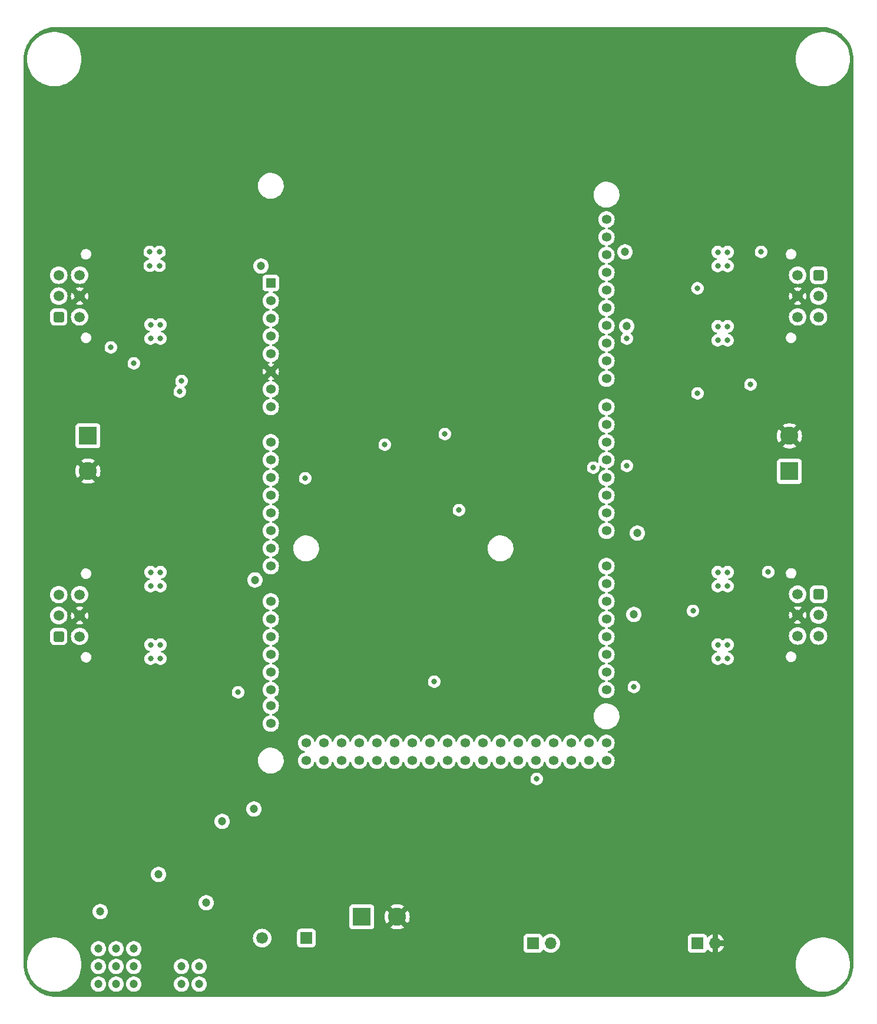
<source format=gbr>
%TF.GenerationSoftware,KiCad,Pcbnew,7.0.6*%
%TF.CreationDate,2023-07-10T17:04:03+08:00*%
%TF.ProjectId,rbc_circuits,7262635f-6369-4726-9375-6974732e6b69,1.0*%
%TF.SameCoordinates,Original*%
%TF.FileFunction,Copper,L2,Inr*%
%TF.FilePolarity,Positive*%
%FSLAX46Y46*%
G04 Gerber Fmt 4.6, Leading zero omitted, Abs format (unit mm)*
G04 Created by KiCad (PCBNEW 7.0.6) date 2023-07-10 17:04:03*
%MOMM*%
%LPD*%
G01*
G04 APERTURE LIST*
G04 Aperture macros list*
%AMRoundRect*
0 Rectangle with rounded corners*
0 $1 Rounding radius*
0 $2 $3 $4 $5 $6 $7 $8 $9 X,Y pos of 4 corners*
0 Add a 4 corners polygon primitive as box body*
4,1,4,$2,$3,$4,$5,$6,$7,$8,$9,$2,$3,0*
0 Add four circle primitives for the rounded corners*
1,1,$1+$1,$2,$3*
1,1,$1+$1,$4,$5*
1,1,$1+$1,$6,$7*
1,1,$1+$1,$8,$9*
0 Add four rect primitives between the rounded corners*
20,1,$1+$1,$2,$3,$4,$5,0*
20,1,$1+$1,$4,$5,$6,$7,0*
20,1,$1+$1,$6,$7,$8,$9,0*
20,1,$1+$1,$8,$9,$2,$3,0*%
G04 Aperture macros list end*
%TA.AperFunction,ComponentPad*%
%ADD10RoundRect,0.250001X-0.499999X0.499999X-0.499999X-0.499999X0.499999X-0.499999X0.499999X0.499999X0*%
%TD*%
%TA.AperFunction,ComponentPad*%
%ADD11C,1.500000*%
%TD*%
%TA.AperFunction,ComponentPad*%
%ADD12R,2.600000X2.600000*%
%TD*%
%TA.AperFunction,ComponentPad*%
%ADD13C,2.600000*%
%TD*%
%TA.AperFunction,ComponentPad*%
%ADD14R,1.700000X1.700000*%
%TD*%
%TA.AperFunction,ComponentPad*%
%ADD15O,1.700000X1.700000*%
%TD*%
%TA.AperFunction,ComponentPad*%
%ADD16R,1.680000X1.680000*%
%TD*%
%TA.AperFunction,ComponentPad*%
%ADD17C,1.680000*%
%TD*%
%TA.AperFunction,ComponentPad*%
%ADD18RoundRect,0.250001X0.499999X-0.499999X0.499999X0.499999X-0.499999X0.499999X-0.499999X-0.499999X0*%
%TD*%
%TA.AperFunction,ComponentPad*%
%ADD19C,1.358000*%
%TD*%
%TA.AperFunction,ComponentPad*%
%ADD20R,1.358000X1.358000*%
%TD*%
%TA.AperFunction,ViaPad*%
%ADD21C,1.200000*%
%TD*%
%TA.AperFunction,ViaPad*%
%ADD22C,0.800000*%
%TD*%
G04 APERTURE END LIST*
D10*
%TO.N,4_HALL_A*%
%TO.C,J7*%
X163200000Y-56038000D03*
D11*
%TO.N,+5V*%
X163200000Y-59038000D03*
%TO.N,4_HALL_B*%
X163200000Y-62038000D03*
%TO.N,4_LOUT*%
X160200000Y-56038000D03*
%TO.N,GND*%
X160200000Y-59038000D03*
%TO.N,4_ROUT*%
X160200000Y-62038000D03*
%TD*%
D12*
%TO.N,+12V*%
%TO.C,J6*%
X58170000Y-79104000D03*
D13*
%TO.N,GND*%
X58170000Y-84184000D03*
%TD*%
D12*
%TO.N,Net-(J1-Pin_1)*%
%TO.C,J1*%
X97540000Y-148192000D03*
D13*
%TO.N,GND*%
X102620000Y-148192000D03*
%TD*%
D14*
%TO.N,+5V*%
%TO.C,J2*%
X145800000Y-152002000D03*
D15*
%TO.N,GND*%
X148340000Y-152002000D03*
%TD*%
D10*
%TO.N,3_HALL_A*%
%TO.C,J8*%
X163200000Y-101854000D03*
D11*
%TO.N,+5V*%
X163200000Y-104854000D03*
%TO.N,3_HALL_B*%
X163200000Y-107854000D03*
%TO.N,3_LOUT*%
X160200000Y-101854000D03*
%TO.N,GND*%
X160200000Y-104854000D03*
%TO.N,3_ROUT*%
X160200000Y-107854000D03*
%TD*%
D14*
%TO.N,PI_TX*%
%TO.C,J3*%
X122173000Y-152002000D03*
D15*
%TO.N,PI_RX*%
X124713000Y-152002000D03*
%TD*%
D16*
%TO.N,Net-(J1-Pin_1)*%
%TO.C,JP2*%
X89585000Y-151245000D03*
D17*
%TO.N,+BATT*%
X83235000Y-151245000D03*
%TD*%
D12*
%TO.N,+12P*%
%TO.C,J9*%
X159006000Y-84194000D03*
D13*
%TO.N,GND*%
X159006000Y-79114000D03*
%TD*%
D18*
%TO.N,2_HALL_A*%
%TO.C,J5*%
X53976000Y-107916000D03*
D11*
%TO.N,+5V*%
X53976000Y-104916000D03*
%TO.N,2_HALL_B*%
X53976000Y-101916000D03*
%TO.N,2_LOUT*%
X56976000Y-107916000D03*
%TO.N,GND*%
X56976000Y-104916000D03*
%TO.N,2_ROUT*%
X56976000Y-101916000D03*
%TD*%
D18*
%TO.N,1_HALL_A*%
%TO.C,J4*%
X53976000Y-62038000D03*
D11*
%TO.N,+5V*%
X53976000Y-59038000D03*
%TO.N,1_HALL_B*%
X53976000Y-56038000D03*
%TO.N,1_LOUT*%
X56976000Y-62038000D03*
%TO.N,GND*%
X56976000Y-59038000D03*
%TO.N,1_ROUT*%
X56976000Y-56038000D03*
%TD*%
D19*
%TO.N,unconnected-(A1-Pad0)*%
%TO.C,A1*%
X132718000Y-92730000D03*
%TO.N,unconnected-(A1-Pad1)*%
X132718000Y-90190000D03*
%TO.N,1_LPWM*%
X132718000Y-87650000D03*
%TO.N,2_LPWM*%
X132718000Y-85110000D03*
%TO.N,unconnected-(A1-+3V3-Pad3V3)*%
X84458000Y-64790000D03*
%TO.N,unconnected-(A1-Pad4)*%
X132718000Y-82570000D03*
%TO.N,3_LPWM*%
X132718000Y-80030000D03*
%TO.N,+5V*%
X84458000Y-67330000D03*
%TO.N,unconnected-(A1-+5V_2-Pad5V_2)*%
X132718000Y-123210000D03*
%TO.N,unconnected-(A1-+5V_3-Pad5V_3)*%
X132718000Y-125750000D03*
%TO.N,4_LPWM*%
X132718000Y-77490000D03*
%TO.N,1_RPWM*%
X132718000Y-74950000D03*
%TO.N,2_RPWM*%
X132718000Y-70886000D03*
%TO.N,unconnected-(A1-Pad9)*%
X132718000Y-68346000D03*
%TO.N,unconnected-(A1-Pad10)*%
X132718000Y-65806000D03*
%TO.N,3_RPWM*%
X132718000Y-63266000D03*
%TO.N,4_RPWM*%
X132718000Y-60726000D03*
%TO.N,unconnected-(A1-Pad13)*%
X132718000Y-58186000D03*
%TO.N,Net-(A1-Pad14)*%
X132718000Y-97810000D03*
%TO.N,PI_TX*%
X132718000Y-100350000D03*
%TO.N,unconnected-(A1-Pad16)*%
X132718000Y-102890000D03*
%TO.N,unconnected-(A1-Pad17)*%
X132718000Y-105430000D03*
%TO.N,1_HALL_A*%
X132718000Y-107970000D03*
%TO.N,2_HALL_A*%
X132718000Y-110510000D03*
%TO.N,3_HALL_A*%
X132718000Y-113050000D03*
%TO.N,4_HALL_A*%
X132718000Y-115590000D03*
%TO.N,unconnected-(A1-Pad22)*%
X130178000Y-123210000D03*
%TO.N,unconnected-(A1-Pad23)*%
X130178000Y-125750000D03*
%TO.N,unconnected-(A1-Pad24)*%
X127638000Y-123210000D03*
%TO.N,unconnected-(A1-Pad25)*%
X127638000Y-125750000D03*
%TO.N,unconnected-(A1-Pad26)*%
X125098000Y-123210000D03*
%TO.N,unconnected-(A1-Pad27)*%
X125098000Y-125750000D03*
%TO.N,unconnected-(A1-Pad28)*%
X122558000Y-123210000D03*
%TO.N,unconnected-(A1-Pad29)*%
X122558000Y-125750000D03*
%TO.N,1_HALL_B*%
X120018000Y-123210000D03*
%TO.N,2_HALL_B*%
X120018000Y-125750000D03*
%TO.N,3_HALL_B*%
X117478000Y-123210000D03*
%TO.N,4_HALL_B*%
X117478000Y-125750000D03*
%TO.N,unconnected-(A1-Pad34)*%
X114938000Y-123210000D03*
%TO.N,unconnected-(A1-Pad35)*%
X114938000Y-125750000D03*
%TO.N,unconnected-(A1-Pad36)*%
X112398000Y-123210000D03*
%TO.N,unconnected-(A1-Pad37)*%
X112398000Y-125750000D03*
%TO.N,unconnected-(A1-Pad38)*%
X109858000Y-123210000D03*
%TO.N,unconnected-(A1-Pad39)*%
X109858000Y-125750000D03*
%TO.N,unconnected-(A1-Pad40)*%
X107318000Y-123210000D03*
%TO.N,unconnected-(A1-Pad41)*%
X107318000Y-125750000D03*
%TO.N,unconnected-(A1-Pad42)*%
X104778000Y-123210000D03*
%TO.N,unconnected-(A1-Pad43)*%
X104778000Y-125750000D03*
%TO.N,unconnected-(A1-Pad44)*%
X102238000Y-123210000D03*
%TO.N,unconnected-(A1-Pad45)*%
X102238000Y-125750000D03*
%TO.N,unconnected-(A1-Pad46)*%
X99698000Y-123210000D03*
%TO.N,unconnected-(A1-Pad47)*%
X99698000Y-125750000D03*
%TO.N,unconnected-(A1-Pad48)*%
X97158000Y-123210000D03*
%TO.N,unconnected-(A1-Pad49)*%
X97158000Y-125750000D03*
%TO.N,unconnected-(A1-Pad50)*%
X94618000Y-123210000D03*
%TO.N,unconnected-(A1-Pad51)*%
X94618000Y-125750000D03*
%TO.N,unconnected-(A1-Pad52)*%
X92078000Y-123210000D03*
%TO.N,unconnected-(A1-Pad53)*%
X92078000Y-125750000D03*
%TO.N,1_IS*%
X84458000Y-80030000D03*
%TO.N,2_IS*%
X84458000Y-82570000D03*
%TO.N,3_IS*%
X84458000Y-85110000D03*
%TO.N,4_IS*%
X84458000Y-87650000D03*
%TO.N,unconnected-(A1-PadAD4)*%
X84458000Y-90190000D03*
%TO.N,unconnected-(A1-PadAD5)*%
X84458000Y-92730000D03*
%TO.N,unconnected-(A1-PadAD6)*%
X84458000Y-95270000D03*
%TO.N,unconnected-(A1-PadAD7)*%
X84458000Y-97810000D03*
%TO.N,unconnected-(A1-PadAD8)*%
X84458000Y-102890000D03*
%TO.N,unconnected-(A1-PadAD9)*%
X84458000Y-105430000D03*
%TO.N,unconnected-(A1-PadAD10)*%
X84458000Y-107970000D03*
%TO.N,unconnected-(A1-PadAD11)*%
X84458000Y-110510000D03*
%TO.N,unconnected-(A1-PadAD12)*%
X84458000Y-113050000D03*
%TO.N,unconnected-(A1-PadAD13)*%
X84458000Y-115590000D03*
%TO.N,unconnected-(A1-PadAD14)*%
X84458000Y-117876000D03*
%TO.N,unconnected-(A1-PadAD15)*%
X84458000Y-120416000D03*
%TO.N,unconnected-(A1-PadAREF)*%
X132718000Y-53106000D03*
%TO.N,GND*%
X84458000Y-69870000D03*
%TO.N,unconnected-(A1-PadGND2)*%
X84458000Y-72410000D03*
%TO.N,unconnected-(A1-PadGND3)*%
X132718000Y-55646000D03*
%TO.N,unconnected-(A1-PadGND4)*%
X89538000Y-123210000D03*
%TO.N,unconnected-(A1-PadGND5)*%
X89538000Y-125750000D03*
%TO.N,unconnected-(A1-PadIOREF)*%
X84458000Y-59710000D03*
D20*
%TO.N,unconnected-(A1-PadNC)*%
X84458000Y-57170000D03*
D19*
%TO.N,unconnected-(A1-PadRESET)*%
X84458000Y-62250000D03*
%TO.N,unconnected-(A1-PadSCL)*%
X132718000Y-48026000D03*
%TO.N,unconnected-(A1-PadSDA)*%
X132718000Y-50566000D03*
%TO.N,unconnected-(A1-PadVIN)*%
X84458000Y-74950000D03*
%TD*%
D21*
%TO.N,+BATT*%
X77474000Y-134476000D03*
%TO.N,GND*%
X161040000Y-93328000D03*
X144530000Y-82406000D03*
X71632000Y-79866000D03*
X158500000Y-90788000D03*
X61980000Y-118728000D03*
X56900000Y-118728000D03*
X59440000Y-70976000D03*
X65790000Y-144890000D03*
X61980000Y-70976000D03*
X74172000Y-79866000D03*
X163580000Y-90788000D03*
X158500000Y-95868000D03*
X61980000Y-113648000D03*
X163580000Y-49894000D03*
X54360000Y-68436000D03*
X155960000Y-47354000D03*
X163580000Y-95868000D03*
X158500000Y-93328000D03*
X163580000Y-93328000D03*
X54360000Y-118728000D03*
X158500000Y-47354000D03*
X57408000Y-147430000D03*
X59440000Y-68436000D03*
X59440000Y-113648000D03*
X54868000Y-144890000D03*
X161040000Y-47354000D03*
X54360000Y-113648000D03*
X79506000Y-134476000D03*
X52328000Y-144890000D03*
X155960000Y-44814000D03*
X56900000Y-73516000D03*
X54360000Y-70976000D03*
X52328000Y-147430000D03*
X59948000Y-144890000D03*
X158500000Y-44814000D03*
X161040000Y-95868000D03*
X56900000Y-68436000D03*
X163580000Y-47354000D03*
X141990000Y-82406000D03*
X54360000Y-73516000D03*
X56900000Y-70976000D03*
X57408000Y-144890000D03*
X161040000Y-49894000D03*
X56900000Y-113648000D03*
X61980000Y-68436000D03*
X141990000Y-79866000D03*
X74172000Y-82406000D03*
X161040000Y-44814000D03*
X155960000Y-90788000D03*
X71632000Y-82406000D03*
X155960000Y-93328000D03*
X158500000Y-49894000D03*
X59440000Y-116188000D03*
X161040000Y-90788000D03*
X155960000Y-49894000D03*
X59440000Y-73516000D03*
X61980000Y-73516000D03*
X163580000Y-44814000D03*
X56900000Y-116188000D03*
X54868000Y-147430000D03*
X70362000Y-144890000D03*
X61980000Y-116188000D03*
X155960000Y-95868000D03*
X54360000Y-116188000D03*
X144530000Y-79866000D03*
X59440000Y-118728000D03*
%TO.N,Net-(U1-SW)*%
X68330000Y-142096000D03*
X71632000Y-155304000D03*
X74172000Y-157844000D03*
X75188000Y-146160000D03*
X71632000Y-157844000D03*
X74172000Y-155304000D03*
%TO.N,+5V*%
X59694000Y-155304000D03*
X135386000Y-52688000D03*
X59694000Y-152764000D03*
X62234000Y-152764000D03*
D22*
X79760000Y-115934000D03*
D21*
X62234000Y-157844000D03*
X64774000Y-152764000D03*
X137164000Y-93074000D03*
X83062000Y-54720000D03*
X64774000Y-157844000D03*
X59694000Y-157844000D03*
X136656000Y-104758000D03*
X62234000Y-155304000D03*
X82173000Y-99805000D03*
X135640000Y-63356000D03*
X64774000Y-155304000D03*
%TO.N,Net-(C6-Pad1)*%
X59948000Y-147430000D03*
X82046000Y-132698000D03*
D22*
%TO.N,+12V*%
X68584000Y-98694000D03*
X67184000Y-63134000D03*
X67184000Y-65134000D03*
X67184000Y-111108000D03*
X67184000Y-109108000D03*
X67060000Y-54688000D03*
X67184000Y-98694000D03*
X68584000Y-111108000D03*
X68460000Y-52688000D03*
X68584000Y-109108000D03*
X68584000Y-100694000D03*
X68584000Y-63134000D03*
X67060000Y-52688000D03*
X68460000Y-54688000D03*
X68584000Y-65134000D03*
X67184000Y-100694000D03*
%TO.N,4_IS*%
X109478000Y-78850000D03*
%TO.N,3_IS*%
X130814000Y-83676000D03*
X135640000Y-83422000D03*
X89412000Y-85200000D03*
%TO.N,+12P*%
X150118000Y-100694000D03*
X148718000Y-52720000D03*
X150118000Y-111108000D03*
X150118000Y-98694000D03*
X148718000Y-109108000D03*
X148718000Y-65388000D03*
X148718000Y-98694000D03*
X148718000Y-54720000D03*
X150118000Y-109108000D03*
X150118000Y-54720000D03*
X148718000Y-111108000D03*
X150118000Y-63388000D03*
X150118000Y-52720000D03*
X150118000Y-65388000D03*
X148718000Y-100694000D03*
X148718000Y-63388000D03*
%TO.N,2_HALL_A*%
X107954000Y-114410000D03*
%TO.N,1_HALL_A*%
X71632000Y-71230000D03*
X61472000Y-66404000D03*
%TO.N,1_HALL_B*%
X64774000Y-68690000D03*
X71378000Y-72754000D03*
%TO.N,4_HALL_A*%
X154944000Y-52688000D03*
X145796000Y-57912000D03*
%TO.N,4_HALL_B*%
X153420000Y-71738000D03*
X145800000Y-73008000D03*
%TO.N,3_HALL_A*%
X145148500Y-104250000D03*
X155960000Y-98662000D03*
%TO.N,3_HALL_B*%
X122686000Y-128380000D03*
%TO.N,2_LPWM*%
X111510000Y-89772000D03*
%TO.N,2_RPWM*%
X100842000Y-80374000D03*
%TO.N,4_RPWM*%
X135640000Y-65134000D03*
%TO.N,3_RPWM*%
X136656000Y-115172000D03*
%TD*%
%TA.AperFunction,Conductor*%
%TO.N,GND*%
G36*
X163990548Y-20398075D02*
G01*
X163995901Y-20398544D01*
X164392698Y-20450783D01*
X164398014Y-20451721D01*
X164788739Y-20538343D01*
X164793951Y-20539739D01*
X165175644Y-20660086D01*
X165180725Y-20661935D01*
X165550481Y-20815093D01*
X165555351Y-20817364D01*
X165910350Y-21002165D01*
X165915028Y-21004867D01*
X166252563Y-21219900D01*
X166256991Y-21223001D01*
X166415675Y-21344763D01*
X166574495Y-21466629D01*
X166578640Y-21470108D01*
X166873696Y-21740477D01*
X166877522Y-21744303D01*
X167147891Y-22039359D01*
X167151368Y-22043502D01*
X167339605Y-22288817D01*
X167394995Y-22361003D01*
X167398099Y-22365436D01*
X167613132Y-22702971D01*
X167615838Y-22707657D01*
X167800626Y-23062630D01*
X167802913Y-23067534D01*
X167956064Y-23437275D01*
X167957915Y-23442360D01*
X168078256Y-23824033D01*
X168079656Y-23829260D01*
X168166278Y-24219985D01*
X168167218Y-24225314D01*
X168219453Y-24622081D01*
X168219925Y-24627472D01*
X168237500Y-25030000D01*
X168237500Y-155030000D01*
X168219925Y-155432527D01*
X168219453Y-155437918D01*
X168167218Y-155834685D01*
X168166278Y-155840014D01*
X168079656Y-156230739D01*
X168078256Y-156235966D01*
X167957915Y-156617639D01*
X167956064Y-156622724D01*
X167802913Y-156992465D01*
X167800626Y-156997369D01*
X167615838Y-157352342D01*
X167613132Y-157357028D01*
X167398099Y-157694563D01*
X167394995Y-157698996D01*
X167151370Y-158016495D01*
X167147891Y-158020640D01*
X166877522Y-158315696D01*
X166873696Y-158319522D01*
X166578640Y-158589891D01*
X166574495Y-158593370D01*
X166256996Y-158836995D01*
X166252563Y-158840099D01*
X165915028Y-159055132D01*
X165910342Y-159057838D01*
X165555369Y-159242626D01*
X165550465Y-159244913D01*
X165180724Y-159398064D01*
X165175639Y-159399915D01*
X164793966Y-159520256D01*
X164788739Y-159521656D01*
X164398014Y-159608278D01*
X164392685Y-159609218D01*
X163995918Y-159661453D01*
X163990527Y-159661925D01*
X163588000Y-159679500D01*
X53588000Y-159679500D01*
X53185472Y-159661925D01*
X53180081Y-159661453D01*
X52783314Y-159609218D01*
X52777985Y-159608278D01*
X52387260Y-159521656D01*
X52382033Y-159520256D01*
X52000360Y-159399915D01*
X51995275Y-159398064D01*
X51742161Y-159293221D01*
X51625528Y-159244910D01*
X51620638Y-159242630D01*
X51265657Y-159057838D01*
X51260971Y-159055132D01*
X50923436Y-158840099D01*
X50919003Y-158836995D01*
X50749897Y-158707236D01*
X50601502Y-158593368D01*
X50597359Y-158589891D01*
X50302303Y-158319522D01*
X50298477Y-158315696D01*
X50028108Y-158020640D01*
X50024629Y-158016495D01*
X49892269Y-157844000D01*
X49781001Y-157698991D01*
X49777900Y-157694563D01*
X49562867Y-157357028D01*
X49560161Y-157352342D01*
X49521433Y-157277946D01*
X49375364Y-156997351D01*
X49373093Y-156992481D01*
X49219935Y-156622724D01*
X49218084Y-156617639D01*
X49097739Y-156235951D01*
X49096343Y-156230739D01*
X49009721Y-155840014D01*
X49008783Y-155834698D01*
X48956544Y-155437901D01*
X48956075Y-155432548D01*
X48939373Y-155049999D01*
X49444000Y-155049999D01*
X49464009Y-155444556D01*
X49523832Y-155835059D01*
X49622859Y-156217524D01*
X49760061Y-156587979D01*
X49760067Y-156587992D01*
X49934047Y-156942677D01*
X49966638Y-156994964D01*
X50143023Y-157277946D01*
X50143025Y-157277949D01*
X50143026Y-157277950D01*
X50200609Y-157352342D01*
X50384843Y-157590353D01*
X50657029Y-157876692D01*
X50956787Y-158134025D01*
X51184214Y-158292320D01*
X51281035Y-158359710D01*
X51281038Y-158359711D01*
X51281040Y-158359713D01*
X51626463Y-158551438D01*
X51989510Y-158707233D01*
X51989513Y-158707234D01*
X51989518Y-158707236D01*
X52366444Y-158825498D01*
X52366447Y-158825498D01*
X52366455Y-158825501D01*
X52753432Y-158905026D01*
X53067860Y-158937000D01*
X53146467Y-158944994D01*
X53146468Y-158944994D01*
X53541533Y-158944994D01*
X53607038Y-158938332D01*
X53934568Y-158905026D01*
X54321545Y-158825501D01*
X54321555Y-158825498D01*
X54698481Y-158707236D01*
X54698482Y-158707235D01*
X54698490Y-158707233D01*
X55061537Y-158551438D01*
X55406960Y-158359713D01*
X55731213Y-158134025D01*
X56030971Y-157876692D01*
X56062047Y-157844000D01*
X58588785Y-157844000D01*
X58607602Y-158047082D01*
X58663417Y-158243247D01*
X58663422Y-158243260D01*
X58754327Y-158425821D01*
X58877237Y-158588581D01*
X59027958Y-158725980D01*
X59027960Y-158725982D01*
X59127141Y-158787392D01*
X59201363Y-158833348D01*
X59391544Y-158907024D01*
X59592024Y-158944500D01*
X59592026Y-158944500D01*
X59795974Y-158944500D01*
X59795976Y-158944500D01*
X59996456Y-158907024D01*
X60186637Y-158833348D01*
X60360041Y-158725981D01*
X60510764Y-158588579D01*
X60633673Y-158425821D01*
X60724582Y-158243250D01*
X60780397Y-158047083D01*
X60799215Y-157844000D01*
X61128785Y-157844000D01*
X61147602Y-158047082D01*
X61203417Y-158243247D01*
X61203422Y-158243260D01*
X61294327Y-158425821D01*
X61417237Y-158588581D01*
X61567958Y-158725980D01*
X61567960Y-158725982D01*
X61667141Y-158787392D01*
X61741363Y-158833348D01*
X61931544Y-158907024D01*
X62132024Y-158944500D01*
X62132026Y-158944500D01*
X62335974Y-158944500D01*
X62335976Y-158944500D01*
X62536456Y-158907024D01*
X62726637Y-158833348D01*
X62900041Y-158725981D01*
X63050764Y-158588579D01*
X63173673Y-158425821D01*
X63264582Y-158243250D01*
X63320397Y-158047083D01*
X63339215Y-157844000D01*
X63668785Y-157844000D01*
X63687602Y-158047082D01*
X63743417Y-158243247D01*
X63743422Y-158243260D01*
X63834327Y-158425821D01*
X63957237Y-158588581D01*
X64107958Y-158725980D01*
X64107960Y-158725982D01*
X64207141Y-158787392D01*
X64281363Y-158833348D01*
X64471544Y-158907024D01*
X64672024Y-158944500D01*
X64672026Y-158944500D01*
X64875974Y-158944500D01*
X64875976Y-158944500D01*
X65076456Y-158907024D01*
X65266637Y-158833348D01*
X65440041Y-158725981D01*
X65590764Y-158588579D01*
X65713673Y-158425821D01*
X65804582Y-158243250D01*
X65860397Y-158047083D01*
X65879215Y-157844000D01*
X70526785Y-157844000D01*
X70545602Y-158047082D01*
X70601417Y-158243247D01*
X70601422Y-158243260D01*
X70692327Y-158425821D01*
X70815237Y-158588581D01*
X70965958Y-158725980D01*
X70965960Y-158725982D01*
X71065141Y-158787392D01*
X71139363Y-158833348D01*
X71329544Y-158907024D01*
X71530024Y-158944500D01*
X71530026Y-158944500D01*
X71733974Y-158944500D01*
X71733976Y-158944500D01*
X71934456Y-158907024D01*
X72124637Y-158833348D01*
X72298041Y-158725981D01*
X72448764Y-158588579D01*
X72571673Y-158425821D01*
X72662582Y-158243250D01*
X72718397Y-158047083D01*
X72737215Y-157844000D01*
X73066785Y-157844000D01*
X73085602Y-158047082D01*
X73141417Y-158243247D01*
X73141422Y-158243260D01*
X73232327Y-158425821D01*
X73355237Y-158588581D01*
X73505958Y-158725980D01*
X73505960Y-158725982D01*
X73605141Y-158787392D01*
X73679363Y-158833348D01*
X73869544Y-158907024D01*
X74070024Y-158944500D01*
X74070026Y-158944500D01*
X74273974Y-158944500D01*
X74273976Y-158944500D01*
X74474456Y-158907024D01*
X74664637Y-158833348D01*
X74838041Y-158725981D01*
X74988764Y-158588579D01*
X75111673Y-158425821D01*
X75202582Y-158243250D01*
X75258397Y-158047083D01*
X75277215Y-157844000D01*
X75258397Y-157640917D01*
X75202582Y-157444750D01*
X75111673Y-157262179D01*
X74988764Y-157099421D01*
X74988762Y-157099418D01*
X74838041Y-156962019D01*
X74838039Y-156962017D01*
X74664642Y-156854655D01*
X74664635Y-156854651D01*
X74569546Y-156817813D01*
X74474456Y-156780976D01*
X74273976Y-156743500D01*
X74070024Y-156743500D01*
X73869544Y-156780976D01*
X73869541Y-156780976D01*
X73869541Y-156780977D01*
X73679364Y-156854651D01*
X73679357Y-156854655D01*
X73505960Y-156962017D01*
X73505958Y-156962019D01*
X73355237Y-157099418D01*
X73232327Y-157262178D01*
X73141422Y-157444739D01*
X73141417Y-157444752D01*
X73085602Y-157640917D01*
X73066785Y-157843999D01*
X73066785Y-157844000D01*
X72737215Y-157844000D01*
X72718397Y-157640917D01*
X72662582Y-157444750D01*
X72571673Y-157262179D01*
X72448764Y-157099421D01*
X72448762Y-157099418D01*
X72298041Y-156962019D01*
X72298039Y-156962017D01*
X72124642Y-156854655D01*
X72124635Y-156854651D01*
X72029546Y-156817813D01*
X71934456Y-156780976D01*
X71733976Y-156743500D01*
X71530024Y-156743500D01*
X71329544Y-156780976D01*
X71329541Y-156780976D01*
X71329541Y-156780977D01*
X71139364Y-156854651D01*
X71139357Y-156854655D01*
X70965960Y-156962017D01*
X70965958Y-156962019D01*
X70815237Y-157099418D01*
X70692327Y-157262178D01*
X70601422Y-157444739D01*
X70601417Y-157444752D01*
X70545602Y-157640917D01*
X70526785Y-157843999D01*
X70526785Y-157844000D01*
X65879215Y-157844000D01*
X65860397Y-157640917D01*
X65804582Y-157444750D01*
X65713673Y-157262179D01*
X65590764Y-157099421D01*
X65590762Y-157099418D01*
X65440041Y-156962019D01*
X65440039Y-156962017D01*
X65266642Y-156854655D01*
X65266635Y-156854651D01*
X65171546Y-156817813D01*
X65076456Y-156780976D01*
X64875976Y-156743500D01*
X64672024Y-156743500D01*
X64471544Y-156780976D01*
X64471541Y-156780976D01*
X64471541Y-156780977D01*
X64281364Y-156854651D01*
X64281357Y-156854655D01*
X64107960Y-156962017D01*
X64107958Y-156962019D01*
X63957237Y-157099418D01*
X63834327Y-157262178D01*
X63743422Y-157444739D01*
X63743417Y-157444752D01*
X63687602Y-157640917D01*
X63668785Y-157843999D01*
X63668785Y-157844000D01*
X63339215Y-157844000D01*
X63320397Y-157640917D01*
X63264582Y-157444750D01*
X63173673Y-157262179D01*
X63050764Y-157099421D01*
X63050762Y-157099418D01*
X62900041Y-156962019D01*
X62900039Y-156962017D01*
X62726642Y-156854655D01*
X62726635Y-156854651D01*
X62631546Y-156817813D01*
X62536456Y-156780976D01*
X62335976Y-156743500D01*
X62132024Y-156743500D01*
X61931544Y-156780976D01*
X61931541Y-156780976D01*
X61931541Y-156780977D01*
X61741364Y-156854651D01*
X61741357Y-156854655D01*
X61567960Y-156962017D01*
X61567958Y-156962019D01*
X61417237Y-157099418D01*
X61294327Y-157262178D01*
X61203422Y-157444739D01*
X61203417Y-157444752D01*
X61147602Y-157640917D01*
X61128785Y-157843999D01*
X61128785Y-157844000D01*
X60799215Y-157844000D01*
X60780397Y-157640917D01*
X60724582Y-157444750D01*
X60633673Y-157262179D01*
X60510764Y-157099421D01*
X60510762Y-157099418D01*
X60360041Y-156962019D01*
X60360039Y-156962017D01*
X60186642Y-156854655D01*
X60186635Y-156854651D01*
X60091546Y-156817813D01*
X59996456Y-156780976D01*
X59795976Y-156743500D01*
X59592024Y-156743500D01*
X59391544Y-156780976D01*
X59391541Y-156780976D01*
X59391541Y-156780977D01*
X59201364Y-156854651D01*
X59201357Y-156854655D01*
X59027960Y-156962017D01*
X59027958Y-156962019D01*
X58877237Y-157099418D01*
X58754327Y-157262178D01*
X58663422Y-157444739D01*
X58663417Y-157444752D01*
X58607602Y-157640917D01*
X58588785Y-157843999D01*
X58588785Y-157844000D01*
X56062047Y-157844000D01*
X56303157Y-157590353D01*
X56544977Y-157277946D01*
X56753952Y-156942678D01*
X56927935Y-156587988D01*
X57065143Y-156217516D01*
X57164167Y-155835064D01*
X57223990Y-155444556D01*
X57231118Y-155304000D01*
X58588785Y-155304000D01*
X58607602Y-155507082D01*
X58663417Y-155703247D01*
X58663422Y-155703260D01*
X58754327Y-155885821D01*
X58877237Y-156048581D01*
X59027958Y-156185980D01*
X59027960Y-156185982D01*
X59108688Y-156235966D01*
X59201363Y-156293348D01*
X59391544Y-156367024D01*
X59592024Y-156404500D01*
X59592026Y-156404500D01*
X59795974Y-156404500D01*
X59795976Y-156404500D01*
X59996456Y-156367024D01*
X60186637Y-156293348D01*
X60360041Y-156185981D01*
X60510764Y-156048579D01*
X60633673Y-155885821D01*
X60724582Y-155703250D01*
X60780397Y-155507083D01*
X60799215Y-155304000D01*
X61128785Y-155304000D01*
X61147602Y-155507082D01*
X61203417Y-155703247D01*
X61203422Y-155703260D01*
X61294327Y-155885821D01*
X61417237Y-156048581D01*
X61567958Y-156185980D01*
X61567960Y-156185982D01*
X61648688Y-156235966D01*
X61741363Y-156293348D01*
X61931544Y-156367024D01*
X62132024Y-156404500D01*
X62132026Y-156404500D01*
X62335974Y-156404500D01*
X62335976Y-156404500D01*
X62536456Y-156367024D01*
X62726637Y-156293348D01*
X62900041Y-156185981D01*
X63050764Y-156048579D01*
X63173673Y-155885821D01*
X63264582Y-155703250D01*
X63320397Y-155507083D01*
X63339215Y-155304000D01*
X63668785Y-155304000D01*
X63687602Y-155507082D01*
X63743417Y-155703247D01*
X63743422Y-155703260D01*
X63834327Y-155885821D01*
X63957237Y-156048581D01*
X64107958Y-156185980D01*
X64107960Y-156185982D01*
X64188688Y-156235966D01*
X64281363Y-156293348D01*
X64471544Y-156367024D01*
X64672024Y-156404500D01*
X64672026Y-156404500D01*
X64875974Y-156404500D01*
X64875976Y-156404500D01*
X65076456Y-156367024D01*
X65266637Y-156293348D01*
X65440041Y-156185981D01*
X65590764Y-156048579D01*
X65713673Y-155885821D01*
X65804582Y-155703250D01*
X65860397Y-155507083D01*
X65879215Y-155304000D01*
X70526785Y-155304000D01*
X70545602Y-155507082D01*
X70601417Y-155703247D01*
X70601422Y-155703260D01*
X70692327Y-155885821D01*
X70815237Y-156048581D01*
X70965958Y-156185980D01*
X70965960Y-156185982D01*
X71046688Y-156235966D01*
X71139363Y-156293348D01*
X71329544Y-156367024D01*
X71530024Y-156404500D01*
X71530026Y-156404500D01*
X71733974Y-156404500D01*
X71733976Y-156404500D01*
X71934456Y-156367024D01*
X72124637Y-156293348D01*
X72298041Y-156185981D01*
X72448764Y-156048579D01*
X72571673Y-155885821D01*
X72662582Y-155703250D01*
X72718397Y-155507083D01*
X72737215Y-155304000D01*
X73066785Y-155304000D01*
X73085602Y-155507082D01*
X73141417Y-155703247D01*
X73141422Y-155703260D01*
X73232327Y-155885821D01*
X73355237Y-156048581D01*
X73505958Y-156185980D01*
X73505960Y-156185982D01*
X73586688Y-156235966D01*
X73679363Y-156293348D01*
X73869544Y-156367024D01*
X74070024Y-156404500D01*
X74070026Y-156404500D01*
X74273974Y-156404500D01*
X74273976Y-156404500D01*
X74474456Y-156367024D01*
X74664637Y-156293348D01*
X74838041Y-156185981D01*
X74988764Y-156048579D01*
X75111673Y-155885821D01*
X75202582Y-155703250D01*
X75258397Y-155507083D01*
X75277215Y-155304000D01*
X75258397Y-155100917D01*
X75243910Y-155050000D01*
X159934000Y-155050000D01*
X159954009Y-155444556D01*
X160013832Y-155835059D01*
X160112859Y-156217524D01*
X160250061Y-156587979D01*
X160250067Y-156587992D01*
X160424047Y-156942677D01*
X160456638Y-156994964D01*
X160633023Y-157277946D01*
X160633025Y-157277949D01*
X160633026Y-157277950D01*
X160690609Y-157352342D01*
X160874843Y-157590353D01*
X161147029Y-157876692D01*
X161446787Y-158134025D01*
X161674214Y-158292320D01*
X161771035Y-158359710D01*
X161771038Y-158359711D01*
X161771040Y-158359713D01*
X162116463Y-158551438D01*
X162479510Y-158707233D01*
X162479513Y-158707234D01*
X162479518Y-158707236D01*
X162856444Y-158825498D01*
X162856447Y-158825498D01*
X162856455Y-158825501D01*
X163243432Y-158905026D01*
X163557860Y-158937000D01*
X163636467Y-158944994D01*
X163636468Y-158944994D01*
X164031533Y-158944994D01*
X164097038Y-158938332D01*
X164424568Y-158905026D01*
X164811545Y-158825501D01*
X164811555Y-158825498D01*
X165188481Y-158707236D01*
X165188482Y-158707235D01*
X165188490Y-158707233D01*
X165551537Y-158551438D01*
X165896960Y-158359713D01*
X166221213Y-158134025D01*
X166520971Y-157876692D01*
X166793157Y-157590353D01*
X167034977Y-157277946D01*
X167243952Y-156942678D01*
X167417935Y-156587988D01*
X167555143Y-156217516D01*
X167654167Y-155835064D01*
X167713990Y-155444556D01*
X167734000Y-155050000D01*
X167713990Y-154655444D01*
X167654167Y-154264936D01*
X167555143Y-153882484D01*
X167548482Y-153864500D01*
X167417938Y-153512020D01*
X167417937Y-153512019D01*
X167417935Y-153512012D01*
X167243952Y-153157322D01*
X167034977Y-152822054D01*
X166851870Y-152585498D01*
X166793161Y-152509652D01*
X166793160Y-152509651D01*
X166793157Y-152509647D01*
X166520971Y-152223308D01*
X166415627Y-152132873D01*
X166221219Y-151965980D01*
X166221218Y-151965979D01*
X166221213Y-151965975D01*
X165946338Y-151774655D01*
X165896964Y-151740289D01*
X165896955Y-151740284D01*
X165551536Y-151548561D01*
X165188481Y-151392763D01*
X164811555Y-151274501D01*
X164811549Y-151274500D01*
X164811546Y-151274499D01*
X164811545Y-151274499D01*
X164424568Y-151194974D01*
X164424567Y-151194973D01*
X164424563Y-151194973D01*
X164031533Y-151155006D01*
X164031532Y-151155006D01*
X163636468Y-151155006D01*
X163636467Y-151155006D01*
X163243436Y-151194973D01*
X162856450Y-151274500D01*
X162856444Y-151274501D01*
X162479518Y-151392763D01*
X162116463Y-151548561D01*
X161771044Y-151740284D01*
X161771035Y-151740289D01*
X161446780Y-151965980D01*
X161147029Y-152223307D01*
X160874838Y-152509652D01*
X160633026Y-152822049D01*
X160424047Y-153157322D01*
X160250067Y-153512007D01*
X160250061Y-153512020D01*
X160112859Y-153882475D01*
X160013832Y-154264940D01*
X159954009Y-154655443D01*
X159934000Y-155050000D01*
X75243910Y-155050000D01*
X75202582Y-154904750D01*
X75111673Y-154722179D01*
X74988764Y-154559421D01*
X74988762Y-154559418D01*
X74838041Y-154422019D01*
X74838039Y-154422017D01*
X74664642Y-154314655D01*
X74664635Y-154314651D01*
X74569546Y-154277814D01*
X74474456Y-154240976D01*
X74273976Y-154203500D01*
X74070024Y-154203500D01*
X73869544Y-154240976D01*
X73869541Y-154240976D01*
X73869541Y-154240977D01*
X73679364Y-154314651D01*
X73679357Y-154314655D01*
X73505960Y-154422017D01*
X73505958Y-154422019D01*
X73355237Y-154559418D01*
X73232327Y-154722178D01*
X73141422Y-154904739D01*
X73141417Y-154904752D01*
X73085602Y-155100917D01*
X73066785Y-155303999D01*
X73066785Y-155304000D01*
X72737215Y-155304000D01*
X72718397Y-155100917D01*
X72662582Y-154904750D01*
X72571673Y-154722179D01*
X72448764Y-154559421D01*
X72448762Y-154559418D01*
X72298041Y-154422019D01*
X72298039Y-154422017D01*
X72124642Y-154314655D01*
X72124635Y-154314651D01*
X72029546Y-154277814D01*
X71934456Y-154240976D01*
X71733976Y-154203500D01*
X71530024Y-154203500D01*
X71329544Y-154240976D01*
X71329541Y-154240976D01*
X71329541Y-154240977D01*
X71139364Y-154314651D01*
X71139357Y-154314655D01*
X70965960Y-154422017D01*
X70965958Y-154422019D01*
X70815237Y-154559418D01*
X70692327Y-154722178D01*
X70601422Y-154904739D01*
X70601417Y-154904752D01*
X70545602Y-155100917D01*
X70526785Y-155303999D01*
X70526785Y-155304000D01*
X65879215Y-155304000D01*
X65860397Y-155100917D01*
X65804582Y-154904750D01*
X65713673Y-154722179D01*
X65590764Y-154559421D01*
X65590762Y-154559418D01*
X65440041Y-154422019D01*
X65440039Y-154422017D01*
X65266642Y-154314655D01*
X65266635Y-154314651D01*
X65171546Y-154277813D01*
X65076456Y-154240976D01*
X64875976Y-154203500D01*
X64672024Y-154203500D01*
X64471544Y-154240976D01*
X64471541Y-154240976D01*
X64471541Y-154240977D01*
X64281364Y-154314651D01*
X64281357Y-154314655D01*
X64107960Y-154422017D01*
X64107958Y-154422019D01*
X63957237Y-154559418D01*
X63834327Y-154722178D01*
X63743422Y-154904739D01*
X63743417Y-154904752D01*
X63687602Y-155100917D01*
X63668785Y-155303999D01*
X63668785Y-155304000D01*
X63339215Y-155304000D01*
X63320397Y-155100917D01*
X63264582Y-154904750D01*
X63173673Y-154722179D01*
X63050764Y-154559421D01*
X63050762Y-154559418D01*
X62900041Y-154422019D01*
X62900039Y-154422017D01*
X62726642Y-154314655D01*
X62726635Y-154314651D01*
X62631546Y-154277813D01*
X62536456Y-154240976D01*
X62335976Y-154203500D01*
X62132024Y-154203500D01*
X61931544Y-154240976D01*
X61931541Y-154240976D01*
X61931541Y-154240977D01*
X61741364Y-154314651D01*
X61741357Y-154314655D01*
X61567960Y-154422017D01*
X61567958Y-154422019D01*
X61417237Y-154559418D01*
X61294327Y-154722178D01*
X61203422Y-154904739D01*
X61203417Y-154904752D01*
X61147602Y-155100917D01*
X61128785Y-155303999D01*
X61128785Y-155304000D01*
X60799215Y-155304000D01*
X60780397Y-155100917D01*
X60724582Y-154904750D01*
X60633673Y-154722179D01*
X60510764Y-154559421D01*
X60510762Y-154559418D01*
X60360041Y-154422019D01*
X60360039Y-154422017D01*
X60186642Y-154314655D01*
X60186635Y-154314651D01*
X60091546Y-154277813D01*
X59996456Y-154240976D01*
X59795976Y-154203500D01*
X59592024Y-154203500D01*
X59391544Y-154240976D01*
X59391541Y-154240976D01*
X59391541Y-154240977D01*
X59201364Y-154314651D01*
X59201357Y-154314655D01*
X59027960Y-154422017D01*
X59027958Y-154422019D01*
X58877237Y-154559418D01*
X58754327Y-154722178D01*
X58663422Y-154904739D01*
X58663417Y-154904752D01*
X58607602Y-155100917D01*
X58588785Y-155303999D01*
X58588785Y-155304000D01*
X57231118Y-155304000D01*
X57244000Y-155050000D01*
X57223990Y-154655444D01*
X57164167Y-154264936D01*
X57065143Y-153882484D01*
X57058482Y-153864500D01*
X56927938Y-153512020D01*
X56927937Y-153512019D01*
X56927935Y-153512012D01*
X56753952Y-153157322D01*
X56544977Y-152822054D01*
X56500040Y-152764000D01*
X58588785Y-152764000D01*
X58607602Y-152967082D01*
X58663417Y-153163247D01*
X58663422Y-153163260D01*
X58754327Y-153345821D01*
X58877237Y-153508581D01*
X59027958Y-153645980D01*
X59027960Y-153645982D01*
X59127141Y-153707392D01*
X59201363Y-153753348D01*
X59391544Y-153827024D01*
X59592024Y-153864500D01*
X59592026Y-153864500D01*
X59795974Y-153864500D01*
X59795976Y-153864500D01*
X59996456Y-153827024D01*
X60186637Y-153753348D01*
X60360041Y-153645981D01*
X60488122Y-153529219D01*
X60510762Y-153508581D01*
X60510764Y-153508579D01*
X60633673Y-153345821D01*
X60724582Y-153163250D01*
X60780397Y-152967083D01*
X60799215Y-152764000D01*
X61128785Y-152764000D01*
X61147602Y-152967082D01*
X61203417Y-153163247D01*
X61203422Y-153163260D01*
X61294327Y-153345821D01*
X61417237Y-153508581D01*
X61567958Y-153645980D01*
X61567960Y-153645982D01*
X61667141Y-153707392D01*
X61741363Y-153753348D01*
X61931544Y-153827024D01*
X62132024Y-153864500D01*
X62132026Y-153864500D01*
X62335974Y-153864500D01*
X62335976Y-153864500D01*
X62536456Y-153827024D01*
X62726637Y-153753348D01*
X62900041Y-153645981D01*
X63028122Y-153529219D01*
X63050762Y-153508581D01*
X63050764Y-153508579D01*
X63173673Y-153345821D01*
X63264582Y-153163250D01*
X63320397Y-152967083D01*
X63339215Y-152764000D01*
X63668785Y-152764000D01*
X63687602Y-152967082D01*
X63743417Y-153163247D01*
X63743422Y-153163260D01*
X63834327Y-153345821D01*
X63957237Y-153508581D01*
X64107958Y-153645980D01*
X64107960Y-153645982D01*
X64207141Y-153707392D01*
X64281363Y-153753348D01*
X64471544Y-153827024D01*
X64672024Y-153864500D01*
X64672026Y-153864500D01*
X64875974Y-153864500D01*
X64875976Y-153864500D01*
X65076456Y-153827024D01*
X65266637Y-153753348D01*
X65440041Y-153645981D01*
X65568122Y-153529219D01*
X65590762Y-153508581D01*
X65590764Y-153508579D01*
X65713673Y-153345821D01*
X65804582Y-153163250D01*
X65860397Y-152967083D01*
X65866625Y-152899870D01*
X120822500Y-152899870D01*
X120822501Y-152899876D01*
X120828908Y-152959483D01*
X120879202Y-153094328D01*
X120879206Y-153094335D01*
X120965452Y-153209544D01*
X120965455Y-153209547D01*
X121080664Y-153295793D01*
X121080671Y-153295797D01*
X121215517Y-153346091D01*
X121215516Y-153346091D01*
X121222444Y-153346835D01*
X121275127Y-153352500D01*
X123070872Y-153352499D01*
X123130483Y-153346091D01*
X123265331Y-153295796D01*
X123380546Y-153209546D01*
X123466796Y-153094331D01*
X123515810Y-152962916D01*
X123557681Y-152906984D01*
X123623145Y-152882566D01*
X123691418Y-152897417D01*
X123719673Y-152918569D01*
X123841599Y-153040495D01*
X123938384Y-153108264D01*
X124035165Y-153176032D01*
X124035167Y-153176033D01*
X124035170Y-153176035D01*
X124249337Y-153275903D01*
X124477592Y-153337063D01*
X124654034Y-153352500D01*
X124712999Y-153357659D01*
X124713000Y-153357659D01*
X124713001Y-153357659D01*
X124771966Y-153352500D01*
X124948408Y-153337063D01*
X125176663Y-153275903D01*
X125390830Y-153176035D01*
X125584401Y-153040495D01*
X125725026Y-152899870D01*
X144449500Y-152899870D01*
X144449501Y-152899876D01*
X144455908Y-152959483D01*
X144506202Y-153094328D01*
X144506206Y-153094335D01*
X144592452Y-153209544D01*
X144592455Y-153209547D01*
X144707664Y-153295793D01*
X144707671Y-153295797D01*
X144842517Y-153346091D01*
X144842516Y-153346091D01*
X144849444Y-153346835D01*
X144902127Y-153352500D01*
X146697872Y-153352499D01*
X146757483Y-153346091D01*
X146892331Y-153295796D01*
X147007546Y-153209546D01*
X147093796Y-153094331D01*
X147143002Y-152962401D01*
X147184872Y-152906468D01*
X147250337Y-152882050D01*
X147318610Y-152896901D01*
X147346865Y-152918053D01*
X147468917Y-153040105D01*
X147662421Y-153175600D01*
X147876507Y-153275429D01*
X147876518Y-153275434D01*
X147939999Y-153292443D01*
X147940000Y-153292442D01*
X147940000Y-152304417D01*
X147958239Y-152332798D01*
X148066900Y-152426952D01*
X148197685Y-152486680D01*
X148304237Y-152502000D01*
X148375763Y-152502000D01*
X148482315Y-152486680D01*
X148613100Y-152426952D01*
X148641897Y-152402000D01*
X148740000Y-152402000D01*
X148740000Y-153292443D01*
X148803481Y-153275434D01*
X148803492Y-153275429D01*
X149017578Y-153175600D01*
X149211082Y-153040105D01*
X149378105Y-152873082D01*
X149513600Y-152679578D01*
X149613429Y-152465492D01*
X149613434Y-152465481D01*
X149630443Y-152402000D01*
X148740000Y-152402000D01*
X148641897Y-152402000D01*
X148721761Y-152332798D01*
X148799493Y-152211844D01*
X148840000Y-152073889D01*
X148840000Y-151930111D01*
X148799493Y-151792156D01*
X148721761Y-151671202D01*
X148613100Y-151577048D01*
X148482315Y-151517320D01*
X148375763Y-151502000D01*
X148304237Y-151502000D01*
X148197685Y-151517320D01*
X148066900Y-151577048D01*
X147958239Y-151671202D01*
X147940000Y-151699582D01*
X147940000Y-150711556D01*
X147939999Y-150711555D01*
X148740000Y-150711555D01*
X148740000Y-151602000D01*
X149630443Y-151602000D01*
X149630443Y-151601999D01*
X149613434Y-151538518D01*
X149613429Y-151538507D01*
X149513600Y-151324422D01*
X149513599Y-151324420D01*
X149378113Y-151130926D01*
X149378108Y-151130920D01*
X149211082Y-150963894D01*
X149017578Y-150828399D01*
X148803490Y-150728568D01*
X148803487Y-150728567D01*
X148740000Y-150711555D01*
X147939999Y-150711555D01*
X147876512Y-150728567D01*
X147876509Y-150728568D01*
X147662422Y-150828399D01*
X147662420Y-150828400D01*
X147468926Y-150963886D01*
X147346865Y-151085947D01*
X147285542Y-151119431D01*
X147215850Y-151114447D01*
X147159917Y-151072575D01*
X147143002Y-151041598D01*
X147093797Y-150909671D01*
X147093793Y-150909664D01*
X147007547Y-150794455D01*
X147007544Y-150794452D01*
X146892335Y-150708206D01*
X146892328Y-150708202D01*
X146757482Y-150657908D01*
X146757483Y-150657908D01*
X146697883Y-150651501D01*
X146697881Y-150651500D01*
X146697873Y-150651500D01*
X146697864Y-150651500D01*
X144902129Y-150651500D01*
X144902123Y-150651501D01*
X144842516Y-150657908D01*
X144707671Y-150708202D01*
X144707664Y-150708206D01*
X144592455Y-150794452D01*
X144592452Y-150794455D01*
X144506206Y-150909664D01*
X144506202Y-150909671D01*
X144455908Y-151044517D01*
X144449501Y-151104116D01*
X144449500Y-151104135D01*
X144449500Y-152899870D01*
X125725026Y-152899870D01*
X125751495Y-152873401D01*
X125887035Y-152679830D01*
X125986903Y-152465663D01*
X126048063Y-152237408D01*
X126068659Y-152002000D01*
X126048063Y-151766592D01*
X125989643Y-151548562D01*
X125986905Y-151538344D01*
X125986904Y-151538343D01*
X125986903Y-151538337D01*
X125887035Y-151324171D01*
X125852256Y-151274500D01*
X125751494Y-151130597D01*
X125584402Y-150963506D01*
X125584395Y-150963501D01*
X125390834Y-150827967D01*
X125390830Y-150827965D01*
X125390828Y-150827964D01*
X125176663Y-150728097D01*
X125176659Y-150728096D01*
X125176655Y-150728094D01*
X124948413Y-150666938D01*
X124948403Y-150666936D01*
X124713001Y-150646341D01*
X124712999Y-150646341D01*
X124477596Y-150666936D01*
X124477586Y-150666938D01*
X124249344Y-150728094D01*
X124249335Y-150728098D01*
X124035171Y-150827964D01*
X124035169Y-150827965D01*
X123841600Y-150963503D01*
X123719673Y-151085430D01*
X123658350Y-151118914D01*
X123588658Y-151113930D01*
X123532725Y-151072058D01*
X123515810Y-151041081D01*
X123466797Y-150909671D01*
X123466793Y-150909664D01*
X123380547Y-150794455D01*
X123380544Y-150794452D01*
X123265335Y-150708206D01*
X123265328Y-150708202D01*
X123130482Y-150657908D01*
X123130483Y-150657908D01*
X123070883Y-150651501D01*
X123070881Y-150651500D01*
X123070873Y-150651500D01*
X123070864Y-150651500D01*
X121275129Y-150651500D01*
X121275123Y-150651501D01*
X121215516Y-150657908D01*
X121080671Y-150708202D01*
X121080664Y-150708206D01*
X120965455Y-150794452D01*
X120965452Y-150794455D01*
X120879206Y-150909664D01*
X120879202Y-150909671D01*
X120828908Y-151044517D01*
X120822501Y-151104116D01*
X120822500Y-151104135D01*
X120822500Y-152899870D01*
X65866625Y-152899870D01*
X65879215Y-152764000D01*
X65860397Y-152560917D01*
X65804582Y-152364750D01*
X65713673Y-152182179D01*
X65590764Y-152019421D01*
X65590762Y-152019418D01*
X65440041Y-151882019D01*
X65440039Y-151882017D01*
X65266642Y-151774655D01*
X65266635Y-151774651D01*
X65171546Y-151737814D01*
X65076456Y-151700976D01*
X64875976Y-151663500D01*
X64672024Y-151663500D01*
X64471544Y-151700976D01*
X64471541Y-151700976D01*
X64471541Y-151700977D01*
X64281364Y-151774651D01*
X64281357Y-151774655D01*
X64107960Y-151882017D01*
X64107958Y-151882019D01*
X63957237Y-152019418D01*
X63834327Y-152182178D01*
X63743422Y-152364739D01*
X63743417Y-152364752D01*
X63687602Y-152560917D01*
X63668785Y-152763999D01*
X63668785Y-152764000D01*
X63339215Y-152764000D01*
X63320397Y-152560917D01*
X63264582Y-152364750D01*
X63173673Y-152182179D01*
X63050764Y-152019421D01*
X63050762Y-152019418D01*
X62900041Y-151882019D01*
X62900039Y-151882017D01*
X62726642Y-151774655D01*
X62726635Y-151774651D01*
X62631546Y-151737814D01*
X62536456Y-151700976D01*
X62335976Y-151663500D01*
X62132024Y-151663500D01*
X61931544Y-151700976D01*
X61931541Y-151700976D01*
X61931541Y-151700977D01*
X61741364Y-151774651D01*
X61741357Y-151774655D01*
X61567960Y-151882017D01*
X61567958Y-151882019D01*
X61417237Y-152019418D01*
X61294327Y-152182178D01*
X61203422Y-152364739D01*
X61203417Y-152364752D01*
X61147602Y-152560917D01*
X61128785Y-152763999D01*
X61128785Y-152764000D01*
X60799215Y-152764000D01*
X60780397Y-152560917D01*
X60724582Y-152364750D01*
X60633673Y-152182179D01*
X60510764Y-152019421D01*
X60510762Y-152019418D01*
X60360041Y-151882019D01*
X60360039Y-151882017D01*
X60186642Y-151774655D01*
X60186635Y-151774651D01*
X60091546Y-151737814D01*
X59996456Y-151700976D01*
X59795976Y-151663500D01*
X59592024Y-151663500D01*
X59391544Y-151700976D01*
X59391541Y-151700976D01*
X59391541Y-151700977D01*
X59201364Y-151774651D01*
X59201357Y-151774655D01*
X59027960Y-151882017D01*
X59027958Y-151882019D01*
X58877237Y-152019418D01*
X58754327Y-152182178D01*
X58663422Y-152364739D01*
X58663417Y-152364752D01*
X58607602Y-152560917D01*
X58588785Y-152763999D01*
X58588785Y-152764000D01*
X56500040Y-152764000D01*
X56361870Y-152585498D01*
X56303161Y-152509652D01*
X56303160Y-152509651D01*
X56303157Y-152509647D01*
X56030971Y-152223308D01*
X55925627Y-152132873D01*
X55731219Y-151965980D01*
X55731218Y-151965979D01*
X55731213Y-151965975D01*
X55456338Y-151774655D01*
X55406964Y-151740289D01*
X55406955Y-151740284D01*
X55061536Y-151548561D01*
X54698481Y-151392763D01*
X54321555Y-151274501D01*
X54321549Y-151274500D01*
X54321546Y-151274499D01*
X54321545Y-151274499D01*
X54178005Y-151245001D01*
X81889380Y-151245001D01*
X81909822Y-151478658D01*
X81909824Y-151478669D01*
X81970528Y-151705221D01*
X81970530Y-151705225D01*
X81970531Y-151705229D01*
X82052969Y-151882019D01*
X82069658Y-151917808D01*
X82069659Y-151917810D01*
X82204196Y-152109950D01*
X82370049Y-152275803D01*
X82370052Y-152275805D01*
X82562190Y-152410341D01*
X82774771Y-152509469D01*
X83001336Y-152570177D01*
X83168238Y-152584779D01*
X83234998Y-152590620D01*
X83235000Y-152590620D01*
X83235002Y-152590620D01*
X83293545Y-152585498D01*
X83468664Y-152570177D01*
X83695229Y-152509469D01*
X83907810Y-152410341D01*
X84099948Y-152275805D01*
X84242883Y-152132870D01*
X88244500Y-152132870D01*
X88244501Y-152132876D01*
X88250908Y-152192483D01*
X88301202Y-152327328D01*
X88301206Y-152327335D01*
X88387452Y-152442544D01*
X88387455Y-152442547D01*
X88502664Y-152528793D01*
X88502671Y-152528797D01*
X88637517Y-152579091D01*
X88637516Y-152579091D01*
X88644444Y-152579835D01*
X88697127Y-152585500D01*
X90472872Y-152585499D01*
X90532483Y-152579091D01*
X90667331Y-152528796D01*
X90782546Y-152442546D01*
X90868796Y-152327331D01*
X90919091Y-152192483D01*
X90925500Y-152132873D01*
X90925499Y-150357128D01*
X90919091Y-150297517D01*
X90888014Y-150214196D01*
X90868797Y-150162671D01*
X90868793Y-150162664D01*
X90782547Y-150047455D01*
X90782544Y-150047452D01*
X90667335Y-149961206D01*
X90667328Y-149961202D01*
X90532482Y-149910908D01*
X90532483Y-149910908D01*
X90472883Y-149904501D01*
X90472881Y-149904500D01*
X90472873Y-149904500D01*
X90472864Y-149904500D01*
X88697129Y-149904500D01*
X88697123Y-149904501D01*
X88637516Y-149910908D01*
X88502671Y-149961202D01*
X88502664Y-149961206D01*
X88387455Y-150047452D01*
X88387452Y-150047455D01*
X88301206Y-150162664D01*
X88301202Y-150162671D01*
X88250908Y-150297517D01*
X88244501Y-150357116D01*
X88244501Y-150357123D01*
X88244500Y-150357135D01*
X88244500Y-152132870D01*
X84242883Y-152132870D01*
X84265805Y-152109948D01*
X84400341Y-151917810D01*
X84499469Y-151705229D01*
X84560177Y-151478664D01*
X84580620Y-151245000D01*
X84560177Y-151011336D01*
X84499469Y-150784771D01*
X84400341Y-150572190D01*
X84265805Y-150380052D01*
X84265803Y-150380049D01*
X84099950Y-150214196D01*
X83907810Y-150079659D01*
X83907808Y-150079658D01*
X83838746Y-150047454D01*
X83695229Y-149980531D01*
X83695225Y-149980530D01*
X83695221Y-149980528D01*
X83468669Y-149919824D01*
X83468665Y-149919823D01*
X83468664Y-149919823D01*
X83468663Y-149919822D01*
X83468658Y-149919822D01*
X83235002Y-149899380D01*
X83234998Y-149899380D01*
X83001341Y-149919822D01*
X83001330Y-149919824D01*
X82774778Y-149980528D01*
X82774769Y-149980532D01*
X82562191Y-150079658D01*
X82562189Y-150079659D01*
X82370049Y-150214196D01*
X82204196Y-150380049D01*
X82069659Y-150572189D01*
X82069658Y-150572191D01*
X81970532Y-150784769D01*
X81970528Y-150784778D01*
X81909824Y-151011330D01*
X81909822Y-151011341D01*
X81889380Y-151244998D01*
X81889380Y-151245001D01*
X54178005Y-151245001D01*
X53934568Y-151194974D01*
X53934567Y-151194973D01*
X53934563Y-151194973D01*
X53541533Y-151155006D01*
X53541532Y-151155006D01*
X53146468Y-151155006D01*
X53146467Y-151155006D01*
X52753436Y-151194973D01*
X52366450Y-151274500D01*
X52366444Y-151274501D01*
X51989518Y-151392763D01*
X51626463Y-151548561D01*
X51281044Y-151740284D01*
X51281035Y-151740289D01*
X50956780Y-151965980D01*
X50657029Y-152223307D01*
X50384838Y-152509652D01*
X50143026Y-152822049D01*
X49934047Y-153157322D01*
X49760067Y-153512007D01*
X49760061Y-153512020D01*
X49622859Y-153882475D01*
X49523832Y-154264940D01*
X49464009Y-154655443D01*
X49444000Y-155049999D01*
X48939373Y-155049999D01*
X48938500Y-155030000D01*
X48938500Y-154974486D01*
X48938500Y-149539870D01*
X95739500Y-149539870D01*
X95739501Y-149539876D01*
X95745908Y-149599483D01*
X95796202Y-149734328D01*
X95796206Y-149734335D01*
X95882452Y-149849544D01*
X95882455Y-149849547D01*
X95997664Y-149935793D01*
X95997671Y-149935797D01*
X96132517Y-149986091D01*
X96132516Y-149986091D01*
X96139444Y-149986835D01*
X96192127Y-149992500D01*
X98887872Y-149992499D01*
X98947483Y-149986091D01*
X99082331Y-149935796D01*
X99197546Y-149849546D01*
X99283796Y-149734331D01*
X99334091Y-149599483D01*
X99340500Y-149539873D01*
X99340500Y-148192004D01*
X100814953Y-148192004D01*
X100835113Y-148461026D01*
X100835113Y-148461028D01*
X100895142Y-148724033D01*
X100895148Y-148724052D01*
X100993709Y-148975181D01*
X101095253Y-149151060D01*
X101095254Y-149151061D01*
X101973781Y-148272533D01*
X101976439Y-148314766D01*
X102027188Y-148470956D01*
X102115186Y-148609619D01*
X102234903Y-148722040D01*
X102378817Y-148801158D01*
X102536134Y-148841550D01*
X101660983Y-149716699D01*
X101717479Y-149755218D01*
X101960539Y-149872269D01*
X101960537Y-149872269D01*
X102218337Y-149951790D01*
X102218343Y-149951792D01*
X102485101Y-149991999D01*
X102485110Y-149992000D01*
X102754890Y-149992000D01*
X102754898Y-149991999D01*
X103021656Y-149951792D01*
X103021662Y-149951790D01*
X103279461Y-149872269D01*
X103522516Y-149755221D01*
X103522526Y-149755215D01*
X103579016Y-149716700D01*
X102699444Y-148837129D01*
X102782933Y-148826583D01*
X102935629Y-148766126D01*
X103068492Y-148669595D01*
X103173175Y-148543055D01*
X103243100Y-148394457D01*
X103266335Y-148272652D01*
X104144745Y-149151061D01*
X104144746Y-149151061D01*
X104246290Y-148975181D01*
X104344851Y-148724052D01*
X104344857Y-148724033D01*
X104404886Y-148461028D01*
X104404886Y-148461026D01*
X104425047Y-148192004D01*
X104425047Y-148191995D01*
X104404886Y-147922973D01*
X104404886Y-147922971D01*
X104344857Y-147659966D01*
X104344851Y-147659947D01*
X104246290Y-147408818D01*
X104144745Y-147232937D01*
X103266217Y-148111464D01*
X103263561Y-148069234D01*
X103212812Y-147913044D01*
X103124814Y-147774381D01*
X103005097Y-147661960D01*
X102861183Y-147582842D01*
X102703865Y-147542449D01*
X103579016Y-146667297D01*
X103522531Y-146628787D01*
X103522518Y-146628780D01*
X103279460Y-146511730D01*
X103279462Y-146511730D01*
X103021662Y-146432209D01*
X103021656Y-146432207D01*
X102754898Y-146392000D01*
X102485101Y-146392000D01*
X102218343Y-146432207D01*
X102218337Y-146432209D01*
X101960538Y-146511730D01*
X101717485Y-146628778D01*
X101717476Y-146628783D01*
X101660983Y-146667299D01*
X102540555Y-147546870D01*
X102457067Y-147557417D01*
X102304371Y-147617874D01*
X102171508Y-147714405D01*
X102066825Y-147840945D01*
X101996900Y-147989543D01*
X101973664Y-148111348D01*
X101095253Y-147232937D01*
X101095251Y-147232938D01*
X100993712Y-147408812D01*
X100993709Y-147408818D01*
X100895148Y-147659947D01*
X100895142Y-147659966D01*
X100835113Y-147922971D01*
X100835113Y-147922973D01*
X100814953Y-148191995D01*
X100814953Y-148192004D01*
X99340500Y-148192004D01*
X99340499Y-146844128D01*
X99334091Y-146784517D01*
X99318166Y-146741821D01*
X99283797Y-146649671D01*
X99283793Y-146649664D01*
X99197547Y-146534455D01*
X99197544Y-146534452D01*
X99082335Y-146448206D01*
X99082328Y-146448202D01*
X98947482Y-146397908D01*
X98947483Y-146397908D01*
X98887883Y-146391501D01*
X98887881Y-146391500D01*
X98887873Y-146391500D01*
X98887864Y-146391500D01*
X96192129Y-146391500D01*
X96192123Y-146391501D01*
X96132516Y-146397908D01*
X95997671Y-146448202D01*
X95997664Y-146448206D01*
X95882455Y-146534452D01*
X95882452Y-146534455D01*
X95796206Y-146649664D01*
X95796202Y-146649671D01*
X95745908Y-146784517D01*
X95739501Y-146844116D01*
X95739501Y-146844123D01*
X95739500Y-146844135D01*
X95739500Y-149539870D01*
X48938500Y-149539870D01*
X48938500Y-147430000D01*
X58842785Y-147430000D01*
X58861602Y-147633082D01*
X58917417Y-147829247D01*
X58917422Y-147829260D01*
X59008327Y-148011821D01*
X59131237Y-148174581D01*
X59281958Y-148311980D01*
X59281960Y-148311982D01*
X59381141Y-148373392D01*
X59455363Y-148419348D01*
X59645544Y-148493024D01*
X59846024Y-148530500D01*
X59846026Y-148530500D01*
X60049974Y-148530500D01*
X60049976Y-148530500D01*
X60250456Y-148493024D01*
X60440637Y-148419348D01*
X60614041Y-148311981D01*
X60764764Y-148174579D01*
X60887673Y-148011821D01*
X60978582Y-147829250D01*
X61034397Y-147633083D01*
X61053215Y-147430000D01*
X61034397Y-147226917D01*
X60978582Y-147030750D01*
X60887673Y-146848179D01*
X60764764Y-146685421D01*
X60764762Y-146685418D01*
X60614041Y-146548019D01*
X60614039Y-146548017D01*
X60440642Y-146440655D01*
X60440635Y-146440651D01*
X60313760Y-146391500D01*
X60250456Y-146366976D01*
X60049976Y-146329500D01*
X59846024Y-146329500D01*
X59645544Y-146366976D01*
X59645541Y-146366976D01*
X59645541Y-146366977D01*
X59455364Y-146440651D01*
X59455357Y-146440655D01*
X59281960Y-146548017D01*
X59281958Y-146548019D01*
X59131237Y-146685418D01*
X59008327Y-146848178D01*
X58917422Y-147030739D01*
X58917417Y-147030752D01*
X58861602Y-147226917D01*
X58842785Y-147429999D01*
X58842785Y-147430000D01*
X48938500Y-147430000D01*
X48938500Y-146160000D01*
X74082785Y-146160000D01*
X74101602Y-146363082D01*
X74157417Y-146559247D01*
X74157422Y-146559260D01*
X74248327Y-146741821D01*
X74371237Y-146904581D01*
X74521958Y-147041980D01*
X74521960Y-147041982D01*
X74621141Y-147103392D01*
X74695363Y-147149348D01*
X74885544Y-147223024D01*
X75086024Y-147260500D01*
X75086026Y-147260500D01*
X75289974Y-147260500D01*
X75289976Y-147260500D01*
X75490456Y-147223024D01*
X75680637Y-147149348D01*
X75854041Y-147041981D01*
X76004764Y-146904579D01*
X76127673Y-146741821D01*
X76218582Y-146559250D01*
X76274397Y-146363083D01*
X76293215Y-146160000D01*
X76274397Y-145956917D01*
X76218582Y-145760750D01*
X76127673Y-145578179D01*
X76004764Y-145415421D01*
X76004762Y-145415418D01*
X75854041Y-145278019D01*
X75854039Y-145278017D01*
X75680642Y-145170655D01*
X75680635Y-145170651D01*
X75585546Y-145133814D01*
X75490456Y-145096976D01*
X75289976Y-145059500D01*
X75086024Y-145059500D01*
X74885544Y-145096976D01*
X74885541Y-145096976D01*
X74885541Y-145096977D01*
X74695364Y-145170651D01*
X74695357Y-145170655D01*
X74521960Y-145278017D01*
X74521958Y-145278019D01*
X74371237Y-145415418D01*
X74248327Y-145578178D01*
X74157422Y-145760739D01*
X74157417Y-145760752D01*
X74101602Y-145956917D01*
X74082785Y-146159999D01*
X74082785Y-146160000D01*
X48938500Y-146160000D01*
X48938500Y-142096000D01*
X67224785Y-142096000D01*
X67243602Y-142299082D01*
X67299417Y-142495247D01*
X67299422Y-142495260D01*
X67390327Y-142677821D01*
X67513237Y-142840581D01*
X67663958Y-142977980D01*
X67663960Y-142977982D01*
X67763141Y-143039392D01*
X67837363Y-143085348D01*
X68027544Y-143159024D01*
X68228024Y-143196500D01*
X68228026Y-143196500D01*
X68431974Y-143196500D01*
X68431976Y-143196500D01*
X68632456Y-143159024D01*
X68822637Y-143085348D01*
X68996041Y-142977981D01*
X69146764Y-142840579D01*
X69269673Y-142677821D01*
X69360582Y-142495250D01*
X69416397Y-142299083D01*
X69435215Y-142096000D01*
X69416397Y-141892917D01*
X69360582Y-141696750D01*
X69269673Y-141514179D01*
X69146764Y-141351421D01*
X69146762Y-141351418D01*
X68996041Y-141214019D01*
X68996039Y-141214017D01*
X68822642Y-141106655D01*
X68822635Y-141106651D01*
X68727546Y-141069814D01*
X68632456Y-141032976D01*
X68431976Y-140995500D01*
X68228024Y-140995500D01*
X68027544Y-141032976D01*
X68027541Y-141032976D01*
X68027541Y-141032977D01*
X67837364Y-141106651D01*
X67837357Y-141106655D01*
X67663960Y-141214017D01*
X67663958Y-141214019D01*
X67513237Y-141351418D01*
X67390327Y-141514178D01*
X67299422Y-141696739D01*
X67299417Y-141696752D01*
X67243602Y-141892917D01*
X67224785Y-142095999D01*
X67224785Y-142096000D01*
X48938500Y-142096000D01*
X48938500Y-134476000D01*
X76368785Y-134476000D01*
X76387602Y-134679082D01*
X76443417Y-134875247D01*
X76443422Y-134875260D01*
X76534327Y-135057821D01*
X76657237Y-135220581D01*
X76807958Y-135357980D01*
X76807960Y-135357982D01*
X76907141Y-135419392D01*
X76981363Y-135465348D01*
X77171544Y-135539024D01*
X77372024Y-135576500D01*
X77372026Y-135576500D01*
X77575974Y-135576500D01*
X77575976Y-135576500D01*
X77776456Y-135539024D01*
X77966637Y-135465348D01*
X78140041Y-135357981D01*
X78290764Y-135220579D01*
X78413673Y-135057821D01*
X78504582Y-134875250D01*
X78560397Y-134679083D01*
X78579215Y-134476000D01*
X78560397Y-134272917D01*
X78504582Y-134076750D01*
X78413673Y-133894179D01*
X78290764Y-133731421D01*
X78290762Y-133731418D01*
X78140041Y-133594019D01*
X78140039Y-133594017D01*
X77966642Y-133486655D01*
X77966635Y-133486651D01*
X77852871Y-133442579D01*
X77776456Y-133412976D01*
X77575976Y-133375500D01*
X77372024Y-133375500D01*
X77171544Y-133412976D01*
X77171541Y-133412976D01*
X77171541Y-133412977D01*
X76981364Y-133486651D01*
X76981357Y-133486655D01*
X76807960Y-133594017D01*
X76807958Y-133594019D01*
X76657237Y-133731418D01*
X76534327Y-133894178D01*
X76443422Y-134076739D01*
X76443417Y-134076752D01*
X76387602Y-134272917D01*
X76368785Y-134475999D01*
X76368785Y-134476000D01*
X48938500Y-134476000D01*
X48938500Y-132698000D01*
X80940785Y-132698000D01*
X80959602Y-132901082D01*
X81015417Y-133097247D01*
X81015422Y-133097260D01*
X81106327Y-133279821D01*
X81229237Y-133442581D01*
X81379958Y-133579980D01*
X81379960Y-133579982D01*
X81402631Y-133594019D01*
X81553363Y-133687348D01*
X81743544Y-133761024D01*
X81944024Y-133798500D01*
X81944026Y-133798500D01*
X82147974Y-133798500D01*
X82147976Y-133798500D01*
X82348456Y-133761024D01*
X82538637Y-133687348D01*
X82712041Y-133579981D01*
X82862764Y-133442579D01*
X82985673Y-133279821D01*
X83076582Y-133097250D01*
X83132397Y-132901083D01*
X83151215Y-132698000D01*
X83132397Y-132494917D01*
X83076582Y-132298750D01*
X82985673Y-132116179D01*
X82862764Y-131953421D01*
X82862762Y-131953418D01*
X82712041Y-131816019D01*
X82712039Y-131816017D01*
X82538642Y-131708655D01*
X82538635Y-131708651D01*
X82443546Y-131671813D01*
X82348456Y-131634976D01*
X82147976Y-131597500D01*
X81944024Y-131597500D01*
X81743544Y-131634976D01*
X81743541Y-131634976D01*
X81743541Y-131634977D01*
X81553364Y-131708651D01*
X81553357Y-131708655D01*
X81379960Y-131816017D01*
X81379958Y-131816019D01*
X81229237Y-131953418D01*
X81106327Y-132116178D01*
X81015422Y-132298739D01*
X81015417Y-132298752D01*
X80959602Y-132494917D01*
X80940785Y-132697999D01*
X80940785Y-132698000D01*
X48938500Y-132698000D01*
X48938500Y-128380000D01*
X121780540Y-128380000D01*
X121800326Y-128568256D01*
X121800327Y-128568259D01*
X121858818Y-128748277D01*
X121858821Y-128748284D01*
X121953467Y-128912216D01*
X122080129Y-129052888D01*
X122233265Y-129164148D01*
X122233270Y-129164151D01*
X122406192Y-129241142D01*
X122406197Y-129241144D01*
X122591354Y-129280500D01*
X122591355Y-129280500D01*
X122780644Y-129280500D01*
X122780646Y-129280500D01*
X122965803Y-129241144D01*
X123138730Y-129164151D01*
X123291871Y-129052888D01*
X123418533Y-128912216D01*
X123513179Y-128748284D01*
X123571674Y-128568256D01*
X123591460Y-128380000D01*
X123571674Y-128191744D01*
X123513179Y-128011716D01*
X123418533Y-127847784D01*
X123291871Y-127707112D01*
X123291870Y-127707111D01*
X123138734Y-127595851D01*
X123138729Y-127595848D01*
X122965807Y-127518857D01*
X122965802Y-127518855D01*
X122814835Y-127486767D01*
X122780646Y-127479500D01*
X122591354Y-127479500D01*
X122558897Y-127486398D01*
X122406197Y-127518855D01*
X122406192Y-127518857D01*
X122233270Y-127595848D01*
X122233265Y-127595851D01*
X122080129Y-127707111D01*
X121953466Y-127847785D01*
X121858821Y-128011715D01*
X121858818Y-128011722D01*
X121800327Y-128191740D01*
X121800326Y-128191744D01*
X121780540Y-128380000D01*
X48938500Y-128380000D01*
X48938500Y-125817909D01*
X82599779Y-125817909D01*
X82629468Y-126087735D01*
X82629470Y-126087748D01*
X82664127Y-126220315D01*
X82698132Y-126350384D01*
X82804303Y-126600224D01*
X82862323Y-126695294D01*
X82945716Y-126831940D01*
X82945717Y-126831942D01*
X82945719Y-126831944D01*
X83119368Y-127040604D01*
X83321546Y-127221757D01*
X83547947Y-127371542D01*
X83793743Y-127486767D01*
X84053697Y-127564975D01*
X84322268Y-127604500D01*
X84322273Y-127604500D01*
X84525786Y-127604500D01*
X84577394Y-127600722D01*
X84728740Y-127589645D01*
X84839488Y-127564975D01*
X84993702Y-127530623D01*
X84993704Y-127530622D01*
X84993709Y-127530621D01*
X85247261Y-127433646D01*
X85483991Y-127300786D01*
X85698853Y-127134875D01*
X85887269Y-126939447D01*
X86045223Y-126718668D01*
X86169348Y-126477244D01*
X86256998Y-126220320D01*
X86306306Y-125953371D01*
X86313738Y-125750000D01*
X88353446Y-125750000D01*
X88373615Y-125967660D01*
X88373616Y-125967662D01*
X88433435Y-126177905D01*
X88433441Y-126177920D01*
X88530869Y-126373581D01*
X88530874Y-126373589D01*
X88609146Y-126477237D01*
X88662605Y-126548028D01*
X88824147Y-126695294D01*
X88824149Y-126695295D01*
X88824150Y-126695296D01*
X89009995Y-126810366D01*
X89010001Y-126810369D01*
X89053182Y-126827097D01*
X89213832Y-126889333D01*
X89428703Y-126929500D01*
X89428705Y-126929500D01*
X89647295Y-126929500D01*
X89647297Y-126929500D01*
X89862168Y-126889333D01*
X90066001Y-126810368D01*
X90251853Y-126695294D01*
X90413395Y-126548028D01*
X90545127Y-126373587D01*
X90642563Y-126177910D01*
X90688733Y-126015636D01*
X90726013Y-125956542D01*
X90789323Y-125926985D01*
X90858562Y-125936347D01*
X90911749Y-125981657D01*
X90927266Y-126015636D01*
X90973435Y-126177905D01*
X90973441Y-126177920D01*
X91070869Y-126373581D01*
X91070874Y-126373589D01*
X91149146Y-126477237D01*
X91202605Y-126548028D01*
X91364147Y-126695294D01*
X91364149Y-126695295D01*
X91364150Y-126695296D01*
X91549995Y-126810366D01*
X91550001Y-126810369D01*
X91593182Y-126827097D01*
X91753832Y-126889333D01*
X91968703Y-126929500D01*
X91968705Y-126929500D01*
X92187295Y-126929500D01*
X92187297Y-126929500D01*
X92402168Y-126889333D01*
X92606001Y-126810368D01*
X92791853Y-126695294D01*
X92953395Y-126548028D01*
X93085127Y-126373587D01*
X93182563Y-126177910D01*
X93228733Y-126015636D01*
X93266013Y-125956542D01*
X93329323Y-125926985D01*
X93398562Y-125936347D01*
X93451749Y-125981657D01*
X93467266Y-126015636D01*
X93513435Y-126177905D01*
X93513441Y-126177920D01*
X93610869Y-126373581D01*
X93610874Y-126373589D01*
X93689146Y-126477237D01*
X93742605Y-126548028D01*
X93904147Y-126695294D01*
X93904149Y-126695295D01*
X93904150Y-126695296D01*
X94089995Y-126810366D01*
X94090001Y-126810369D01*
X94133182Y-126827097D01*
X94293832Y-126889333D01*
X94508703Y-126929500D01*
X94508705Y-126929500D01*
X94727295Y-126929500D01*
X94727297Y-126929500D01*
X94942168Y-126889333D01*
X95146001Y-126810368D01*
X95331853Y-126695294D01*
X95493395Y-126548028D01*
X95625127Y-126373587D01*
X95722563Y-126177910D01*
X95768733Y-126015636D01*
X95806013Y-125956542D01*
X95869323Y-125926985D01*
X95938562Y-125936347D01*
X95991749Y-125981657D01*
X96007266Y-126015636D01*
X96053435Y-126177905D01*
X96053441Y-126177920D01*
X96150869Y-126373581D01*
X96150874Y-126373589D01*
X96229146Y-126477237D01*
X96282605Y-126548028D01*
X96444147Y-126695294D01*
X96444149Y-126695295D01*
X96444150Y-126695296D01*
X96629995Y-126810366D01*
X96630001Y-126810369D01*
X96673182Y-126827097D01*
X96833832Y-126889333D01*
X97048703Y-126929500D01*
X97048705Y-126929500D01*
X97267295Y-126929500D01*
X97267297Y-126929500D01*
X97482168Y-126889333D01*
X97686001Y-126810368D01*
X97871853Y-126695294D01*
X98033395Y-126548028D01*
X98165127Y-126373587D01*
X98262563Y-126177910D01*
X98308733Y-126015636D01*
X98346013Y-125956542D01*
X98409323Y-125926985D01*
X98478562Y-125936347D01*
X98531749Y-125981657D01*
X98547266Y-126015636D01*
X98593435Y-126177905D01*
X98593441Y-126177920D01*
X98690869Y-126373581D01*
X98690874Y-126373589D01*
X98769146Y-126477237D01*
X98822605Y-126548028D01*
X98984147Y-126695294D01*
X98984149Y-126695295D01*
X98984150Y-126695296D01*
X99169995Y-126810366D01*
X99170001Y-126810369D01*
X99213182Y-126827097D01*
X99373832Y-126889333D01*
X99588703Y-126929500D01*
X99588705Y-126929500D01*
X99807295Y-126929500D01*
X99807297Y-126929500D01*
X100022168Y-126889333D01*
X100226001Y-126810368D01*
X100411853Y-126695294D01*
X100573395Y-126548028D01*
X100705127Y-126373587D01*
X100802563Y-126177910D01*
X100848733Y-126015636D01*
X100886013Y-125956542D01*
X100949323Y-125926985D01*
X101018562Y-125936347D01*
X101071749Y-125981657D01*
X101087266Y-126015636D01*
X101133435Y-126177905D01*
X101133441Y-126177920D01*
X101230869Y-126373581D01*
X101230874Y-126373589D01*
X101309146Y-126477237D01*
X101362605Y-126548028D01*
X101524147Y-126695294D01*
X101524149Y-126695295D01*
X101524150Y-126695296D01*
X101709995Y-126810366D01*
X101710001Y-126810369D01*
X101753182Y-126827097D01*
X101913832Y-126889333D01*
X102128703Y-126929500D01*
X102128705Y-126929500D01*
X102347295Y-126929500D01*
X102347297Y-126929500D01*
X102562168Y-126889333D01*
X102766001Y-126810368D01*
X102951853Y-126695294D01*
X103113395Y-126548028D01*
X103245127Y-126373587D01*
X103342563Y-126177910D01*
X103388733Y-126015636D01*
X103426013Y-125956542D01*
X103489323Y-125926985D01*
X103558562Y-125936347D01*
X103611749Y-125981657D01*
X103627266Y-126015636D01*
X103673435Y-126177905D01*
X103673441Y-126177920D01*
X103770869Y-126373581D01*
X103770874Y-126373589D01*
X103849146Y-126477237D01*
X103902605Y-126548028D01*
X104064147Y-126695294D01*
X104064149Y-126695295D01*
X104064150Y-126695296D01*
X104249995Y-126810366D01*
X104250001Y-126810369D01*
X104293182Y-126827097D01*
X104453832Y-126889333D01*
X104668703Y-126929500D01*
X104668705Y-126929500D01*
X104887295Y-126929500D01*
X104887297Y-126929500D01*
X105102168Y-126889333D01*
X105306001Y-126810368D01*
X105491853Y-126695294D01*
X105653395Y-126548028D01*
X105785127Y-126373587D01*
X105882563Y-126177910D01*
X105928733Y-126015636D01*
X105966013Y-125956542D01*
X106029323Y-125926985D01*
X106098562Y-125936347D01*
X106151749Y-125981657D01*
X106167266Y-126015636D01*
X106213435Y-126177905D01*
X106213441Y-126177920D01*
X106310869Y-126373581D01*
X106310874Y-126373589D01*
X106389146Y-126477237D01*
X106442605Y-126548028D01*
X106604147Y-126695294D01*
X106604149Y-126695295D01*
X106604150Y-126695296D01*
X106789995Y-126810366D01*
X106790001Y-126810369D01*
X106833182Y-126827097D01*
X106993832Y-126889333D01*
X107208703Y-126929500D01*
X107208705Y-126929500D01*
X107427295Y-126929500D01*
X107427297Y-126929500D01*
X107642168Y-126889333D01*
X107846001Y-126810368D01*
X108031853Y-126695294D01*
X108193395Y-126548028D01*
X108325127Y-126373587D01*
X108422563Y-126177910D01*
X108468733Y-126015636D01*
X108506013Y-125956542D01*
X108569323Y-125926985D01*
X108638562Y-125936347D01*
X108691749Y-125981657D01*
X108707266Y-126015636D01*
X108753435Y-126177905D01*
X108753441Y-126177920D01*
X108850869Y-126373581D01*
X108850874Y-126373589D01*
X108929146Y-126477237D01*
X108982605Y-126548028D01*
X109144147Y-126695294D01*
X109144149Y-126695295D01*
X109144150Y-126695296D01*
X109329995Y-126810366D01*
X109330001Y-126810369D01*
X109373182Y-126827097D01*
X109533832Y-126889333D01*
X109748703Y-126929500D01*
X109748705Y-126929500D01*
X109967295Y-126929500D01*
X109967297Y-126929500D01*
X110182168Y-126889333D01*
X110386001Y-126810368D01*
X110571853Y-126695294D01*
X110733395Y-126548028D01*
X110865127Y-126373587D01*
X110962563Y-126177910D01*
X111008733Y-126015636D01*
X111046013Y-125956542D01*
X111109323Y-125926985D01*
X111178562Y-125936347D01*
X111231749Y-125981657D01*
X111247266Y-126015636D01*
X111293435Y-126177905D01*
X111293441Y-126177920D01*
X111390869Y-126373581D01*
X111390874Y-126373589D01*
X111469146Y-126477237D01*
X111522605Y-126548028D01*
X111684147Y-126695294D01*
X111684149Y-126695295D01*
X111684150Y-126695296D01*
X111869995Y-126810366D01*
X111870001Y-126810369D01*
X111913182Y-126827097D01*
X112073832Y-126889333D01*
X112288703Y-126929500D01*
X112288705Y-126929500D01*
X112507295Y-126929500D01*
X112507297Y-126929500D01*
X112722168Y-126889333D01*
X112926001Y-126810368D01*
X113111853Y-126695294D01*
X113273395Y-126548028D01*
X113405127Y-126373587D01*
X113502563Y-126177910D01*
X113548733Y-126015636D01*
X113586013Y-125956542D01*
X113649323Y-125926985D01*
X113718562Y-125936347D01*
X113771749Y-125981657D01*
X113787266Y-126015636D01*
X113833435Y-126177905D01*
X113833441Y-126177920D01*
X113930869Y-126373581D01*
X113930874Y-126373589D01*
X114009146Y-126477237D01*
X114062605Y-126548028D01*
X114224147Y-126695294D01*
X114224149Y-126695295D01*
X114224150Y-126695296D01*
X114409995Y-126810366D01*
X114410001Y-126810369D01*
X114453182Y-126827097D01*
X114613832Y-126889333D01*
X114828703Y-126929500D01*
X114828705Y-126929500D01*
X115047295Y-126929500D01*
X115047297Y-126929500D01*
X115262168Y-126889333D01*
X115466001Y-126810368D01*
X115651853Y-126695294D01*
X115813395Y-126548028D01*
X115945127Y-126373587D01*
X116042563Y-126177910D01*
X116088733Y-126015636D01*
X116126013Y-125956542D01*
X116189323Y-125926985D01*
X116258562Y-125936347D01*
X116311749Y-125981657D01*
X116327266Y-126015636D01*
X116373435Y-126177905D01*
X116373441Y-126177920D01*
X116470869Y-126373581D01*
X116470874Y-126373589D01*
X116549146Y-126477237D01*
X116602605Y-126548028D01*
X116764147Y-126695294D01*
X116764149Y-126695295D01*
X116764150Y-126695296D01*
X116949995Y-126810366D01*
X116950001Y-126810369D01*
X116993182Y-126827097D01*
X117153832Y-126889333D01*
X117368703Y-126929500D01*
X117368705Y-126929500D01*
X117587295Y-126929500D01*
X117587297Y-126929500D01*
X117802168Y-126889333D01*
X118006001Y-126810368D01*
X118191853Y-126695294D01*
X118353395Y-126548028D01*
X118485127Y-126373587D01*
X118582563Y-126177910D01*
X118628733Y-126015636D01*
X118666013Y-125956542D01*
X118729323Y-125926985D01*
X118798562Y-125936347D01*
X118851749Y-125981657D01*
X118867266Y-126015636D01*
X118913435Y-126177905D01*
X118913441Y-126177920D01*
X119010869Y-126373581D01*
X119010874Y-126373589D01*
X119089146Y-126477237D01*
X119142605Y-126548028D01*
X119304147Y-126695294D01*
X119304149Y-126695295D01*
X119304150Y-126695296D01*
X119489995Y-126810366D01*
X119490001Y-126810369D01*
X119533182Y-126827097D01*
X119693832Y-126889333D01*
X119908703Y-126929500D01*
X119908705Y-126929500D01*
X120127295Y-126929500D01*
X120127297Y-126929500D01*
X120342168Y-126889333D01*
X120546001Y-126810368D01*
X120731853Y-126695294D01*
X120893395Y-126548028D01*
X121025127Y-126373587D01*
X121122563Y-126177910D01*
X121168733Y-126015636D01*
X121206013Y-125956542D01*
X121269323Y-125926985D01*
X121338562Y-125936347D01*
X121391749Y-125981657D01*
X121407266Y-126015636D01*
X121453435Y-126177905D01*
X121453441Y-126177920D01*
X121550869Y-126373581D01*
X121550874Y-126373589D01*
X121629146Y-126477237D01*
X121682605Y-126548028D01*
X121844147Y-126695294D01*
X121844149Y-126695295D01*
X121844150Y-126695296D01*
X122029995Y-126810366D01*
X122030001Y-126810369D01*
X122073182Y-126827097D01*
X122233832Y-126889333D01*
X122448703Y-126929500D01*
X122448705Y-126929500D01*
X122667295Y-126929500D01*
X122667297Y-126929500D01*
X122882168Y-126889333D01*
X123086001Y-126810368D01*
X123271853Y-126695294D01*
X123433395Y-126548028D01*
X123565127Y-126373587D01*
X123662563Y-126177910D01*
X123708733Y-126015636D01*
X123746013Y-125956542D01*
X123809323Y-125926985D01*
X123878562Y-125936347D01*
X123931749Y-125981657D01*
X123947266Y-126015636D01*
X123993435Y-126177905D01*
X123993441Y-126177920D01*
X124090869Y-126373581D01*
X124090874Y-126373589D01*
X124169146Y-126477237D01*
X124222605Y-126548028D01*
X124384147Y-126695294D01*
X124384149Y-126695295D01*
X124384150Y-126695296D01*
X124569995Y-126810366D01*
X124570001Y-126810369D01*
X124613182Y-126827097D01*
X124773832Y-126889333D01*
X124988703Y-126929500D01*
X124988705Y-126929500D01*
X125207295Y-126929500D01*
X125207297Y-126929500D01*
X125422168Y-126889333D01*
X125626001Y-126810368D01*
X125811853Y-126695294D01*
X125973395Y-126548028D01*
X126105127Y-126373587D01*
X126202563Y-126177910D01*
X126248733Y-126015636D01*
X126286013Y-125956542D01*
X126349323Y-125926985D01*
X126418562Y-125936347D01*
X126471749Y-125981657D01*
X126487266Y-126015636D01*
X126533435Y-126177905D01*
X126533441Y-126177920D01*
X126630869Y-126373581D01*
X126630874Y-126373589D01*
X126709146Y-126477237D01*
X126762605Y-126548028D01*
X126924147Y-126695294D01*
X126924149Y-126695295D01*
X126924150Y-126695296D01*
X127109995Y-126810366D01*
X127110001Y-126810369D01*
X127153182Y-126827097D01*
X127313832Y-126889333D01*
X127528703Y-126929500D01*
X127528705Y-126929500D01*
X127747295Y-126929500D01*
X127747297Y-126929500D01*
X127962168Y-126889333D01*
X128166001Y-126810368D01*
X128351853Y-126695294D01*
X128513395Y-126548028D01*
X128645127Y-126373587D01*
X128742563Y-126177910D01*
X128788733Y-126015636D01*
X128826013Y-125956542D01*
X128889323Y-125926985D01*
X128958562Y-125936347D01*
X129011749Y-125981657D01*
X129027266Y-126015636D01*
X129073435Y-126177905D01*
X129073441Y-126177920D01*
X129170869Y-126373581D01*
X129170874Y-126373589D01*
X129249146Y-126477237D01*
X129302605Y-126548028D01*
X129464147Y-126695294D01*
X129464149Y-126695295D01*
X129464150Y-126695296D01*
X129649995Y-126810366D01*
X129650001Y-126810369D01*
X129693182Y-126827097D01*
X129853832Y-126889333D01*
X130068703Y-126929500D01*
X130068705Y-126929500D01*
X130287295Y-126929500D01*
X130287297Y-126929500D01*
X130502168Y-126889333D01*
X130706001Y-126810368D01*
X130891853Y-126695294D01*
X131053395Y-126548028D01*
X131185127Y-126373587D01*
X131282563Y-126177910D01*
X131328733Y-126015636D01*
X131366013Y-125956542D01*
X131429323Y-125926985D01*
X131498562Y-125936347D01*
X131551749Y-125981657D01*
X131567266Y-126015636D01*
X131613435Y-126177905D01*
X131613441Y-126177920D01*
X131710869Y-126373581D01*
X131710874Y-126373589D01*
X131789146Y-126477237D01*
X131842605Y-126548028D01*
X132004147Y-126695294D01*
X132004149Y-126695295D01*
X132004150Y-126695296D01*
X132189995Y-126810366D01*
X132190001Y-126810369D01*
X132233182Y-126827097D01*
X132393832Y-126889333D01*
X132608703Y-126929500D01*
X132608705Y-126929500D01*
X132827295Y-126929500D01*
X132827297Y-126929500D01*
X133042168Y-126889333D01*
X133246001Y-126810368D01*
X133431853Y-126695294D01*
X133593395Y-126548028D01*
X133725127Y-126373587D01*
X133822563Y-126177910D01*
X133882384Y-125967661D01*
X133902553Y-125750000D01*
X133882384Y-125532339D01*
X133822563Y-125322090D01*
X133822558Y-125322079D01*
X133725130Y-125126418D01*
X133725125Y-125126410D01*
X133593395Y-124951972D01*
X133536139Y-124899776D01*
X133431853Y-124804706D01*
X133431850Y-124804704D01*
X133431849Y-124804703D01*
X133246004Y-124689633D01*
X133245998Y-124689630D01*
X133085351Y-124627396D01*
X133042168Y-124610667D01*
X132995204Y-124601887D01*
X132932926Y-124570221D01*
X132897653Y-124509908D01*
X132900587Y-124440100D01*
X132940796Y-124382960D01*
X132995204Y-124358112D01*
X133042168Y-124349333D01*
X133246001Y-124270368D01*
X133431853Y-124155294D01*
X133593395Y-124008028D01*
X133725127Y-123833587D01*
X133822563Y-123637910D01*
X133882384Y-123427661D01*
X133902553Y-123210000D01*
X133882384Y-122992339D01*
X133822563Y-122782090D01*
X133822558Y-122782079D01*
X133725130Y-122586418D01*
X133725125Y-122586410D01*
X133593395Y-122411972D01*
X133431853Y-122264706D01*
X133431850Y-122264704D01*
X133431849Y-122264703D01*
X133246004Y-122149633D01*
X133245998Y-122149630D01*
X133085351Y-122087396D01*
X133042168Y-122070667D01*
X132827297Y-122030500D01*
X132608703Y-122030500D01*
X132393832Y-122070667D01*
X132393829Y-122070667D01*
X132393829Y-122070668D01*
X132190001Y-122149630D01*
X132189995Y-122149633D01*
X132004150Y-122264703D01*
X131842604Y-122411972D01*
X131710874Y-122586410D01*
X131710869Y-122586418D01*
X131613441Y-122782079D01*
X131613436Y-122782092D01*
X131567266Y-122944364D01*
X131529987Y-123003457D01*
X131466677Y-123033014D01*
X131397438Y-123023652D01*
X131344251Y-122978342D01*
X131328734Y-122944364D01*
X131282564Y-122782094D01*
X131282563Y-122782090D01*
X131282558Y-122782079D01*
X131185130Y-122586418D01*
X131185125Y-122586410D01*
X131053395Y-122411972D01*
X131053394Y-122411972D01*
X130891853Y-122264706D01*
X130891850Y-122264704D01*
X130891849Y-122264703D01*
X130706004Y-122149633D01*
X130705998Y-122149630D01*
X130545351Y-122087396D01*
X130502168Y-122070667D01*
X130287297Y-122030500D01*
X130068703Y-122030500D01*
X129853832Y-122070667D01*
X129853829Y-122070667D01*
X129853829Y-122070668D01*
X129650001Y-122149630D01*
X129649995Y-122149633D01*
X129464150Y-122264703D01*
X129302604Y-122411972D01*
X129170874Y-122586410D01*
X129170869Y-122586418D01*
X129073441Y-122782079D01*
X129073436Y-122782092D01*
X129027266Y-122944364D01*
X128989987Y-123003457D01*
X128926677Y-123033014D01*
X128857438Y-123023652D01*
X128804251Y-122978342D01*
X128788734Y-122944364D01*
X128742564Y-122782094D01*
X128742563Y-122782090D01*
X128742558Y-122782079D01*
X128645130Y-122586418D01*
X128645125Y-122586410D01*
X128513395Y-122411972D01*
X128513394Y-122411971D01*
X128351853Y-122264706D01*
X128351850Y-122264704D01*
X128351849Y-122264703D01*
X128166004Y-122149633D01*
X128165998Y-122149630D01*
X128005351Y-122087396D01*
X127962168Y-122070667D01*
X127747297Y-122030500D01*
X127528703Y-122030500D01*
X127313832Y-122070667D01*
X127313829Y-122070667D01*
X127313829Y-122070668D01*
X127110001Y-122149630D01*
X127109995Y-122149633D01*
X126924150Y-122264703D01*
X126762604Y-122411972D01*
X126630874Y-122586410D01*
X126630869Y-122586418D01*
X126533441Y-122782079D01*
X126533436Y-122782092D01*
X126487266Y-122944364D01*
X126449987Y-123003457D01*
X126386677Y-123033014D01*
X126317438Y-123023652D01*
X126264251Y-122978342D01*
X126248734Y-122944364D01*
X126202564Y-122782094D01*
X126202563Y-122782090D01*
X126202558Y-122782079D01*
X126105130Y-122586418D01*
X126105125Y-122586410D01*
X125973395Y-122411972D01*
X125973394Y-122411972D01*
X125811853Y-122264706D01*
X125811850Y-122264704D01*
X125811849Y-122264703D01*
X125626004Y-122149633D01*
X125625998Y-122149630D01*
X125465351Y-122087396D01*
X125422168Y-122070667D01*
X125207297Y-122030500D01*
X124988703Y-122030500D01*
X124773832Y-122070667D01*
X124773829Y-122070667D01*
X124773829Y-122070668D01*
X124570001Y-122149630D01*
X124569995Y-122149633D01*
X124384150Y-122264703D01*
X124222604Y-122411972D01*
X124090874Y-122586410D01*
X124090869Y-122586418D01*
X123993441Y-122782079D01*
X123993436Y-122782092D01*
X123947266Y-122944364D01*
X123909987Y-123003457D01*
X123846677Y-123033014D01*
X123777438Y-123023652D01*
X123724251Y-122978342D01*
X123708734Y-122944364D01*
X123662564Y-122782094D01*
X123662563Y-122782090D01*
X123662558Y-122782079D01*
X123565130Y-122586418D01*
X123565125Y-122586410D01*
X123433395Y-122411972D01*
X123433394Y-122411972D01*
X123271853Y-122264706D01*
X123271850Y-122264704D01*
X123271849Y-122264703D01*
X123086004Y-122149633D01*
X123085998Y-122149630D01*
X122925351Y-122087396D01*
X122882168Y-122070667D01*
X122667297Y-122030500D01*
X122448703Y-122030500D01*
X122233832Y-122070667D01*
X122233829Y-122070667D01*
X122233829Y-122070668D01*
X122030001Y-122149630D01*
X122029995Y-122149633D01*
X121844150Y-122264703D01*
X121682604Y-122411972D01*
X121550874Y-122586410D01*
X121550869Y-122586418D01*
X121453441Y-122782079D01*
X121453436Y-122782092D01*
X121407266Y-122944364D01*
X121369987Y-123003457D01*
X121306677Y-123033014D01*
X121237438Y-123023652D01*
X121184251Y-122978342D01*
X121168734Y-122944364D01*
X121122564Y-122782094D01*
X121122563Y-122782090D01*
X121122558Y-122782079D01*
X121025130Y-122586418D01*
X121025125Y-122586410D01*
X120893395Y-122411972D01*
X120893394Y-122411971D01*
X120731853Y-122264706D01*
X120731850Y-122264704D01*
X120731849Y-122264703D01*
X120546004Y-122149633D01*
X120545998Y-122149630D01*
X120385351Y-122087396D01*
X120342168Y-122070667D01*
X120127297Y-122030500D01*
X119908703Y-122030500D01*
X119693832Y-122070667D01*
X119693829Y-122070667D01*
X119693829Y-122070668D01*
X119490001Y-122149630D01*
X119489995Y-122149633D01*
X119304150Y-122264703D01*
X119142604Y-122411972D01*
X119010874Y-122586410D01*
X119010869Y-122586418D01*
X118913441Y-122782079D01*
X118913436Y-122782092D01*
X118867266Y-122944364D01*
X118829987Y-123003457D01*
X118766677Y-123033014D01*
X118697438Y-123023652D01*
X118644251Y-122978342D01*
X118628734Y-122944364D01*
X118582564Y-122782094D01*
X118582563Y-122782090D01*
X118582558Y-122782079D01*
X118485130Y-122586418D01*
X118485125Y-122586410D01*
X118353395Y-122411972D01*
X118353394Y-122411971D01*
X118191853Y-122264706D01*
X118191850Y-122264704D01*
X118191849Y-122264703D01*
X118006004Y-122149633D01*
X118005998Y-122149630D01*
X117845351Y-122087396D01*
X117802168Y-122070667D01*
X117587297Y-122030500D01*
X117368703Y-122030500D01*
X117153832Y-122070667D01*
X117153829Y-122070667D01*
X117153829Y-122070668D01*
X116950001Y-122149630D01*
X116949995Y-122149633D01*
X116764150Y-122264703D01*
X116602604Y-122411972D01*
X116470874Y-122586410D01*
X116470869Y-122586418D01*
X116373441Y-122782079D01*
X116373436Y-122782092D01*
X116327265Y-122944364D01*
X116289985Y-123003457D01*
X116226675Y-123033014D01*
X116157436Y-123023652D01*
X116104250Y-122978341D01*
X116088734Y-122944366D01*
X116042563Y-122782090D01*
X116042558Y-122782079D01*
X115945130Y-122586418D01*
X115945125Y-122586410D01*
X115813395Y-122411972D01*
X115813394Y-122411971D01*
X115651853Y-122264706D01*
X115651850Y-122264704D01*
X115651849Y-122264703D01*
X115466004Y-122149633D01*
X115465998Y-122149630D01*
X115305351Y-122087396D01*
X115262168Y-122070667D01*
X115047297Y-122030500D01*
X114828703Y-122030500D01*
X114613832Y-122070667D01*
X114613829Y-122070667D01*
X114613829Y-122070668D01*
X114410001Y-122149630D01*
X114409995Y-122149633D01*
X114224150Y-122264703D01*
X114062604Y-122411972D01*
X113930874Y-122586410D01*
X113930869Y-122586418D01*
X113833441Y-122782079D01*
X113833436Y-122782092D01*
X113787266Y-122944364D01*
X113749987Y-123003457D01*
X113686677Y-123033014D01*
X113617438Y-123023652D01*
X113564251Y-122978342D01*
X113548734Y-122944364D01*
X113502564Y-122782094D01*
X113502563Y-122782090D01*
X113502558Y-122782079D01*
X113405130Y-122586418D01*
X113405125Y-122586410D01*
X113273395Y-122411972D01*
X113273394Y-122411971D01*
X113111853Y-122264706D01*
X113111850Y-122264704D01*
X113111849Y-122264703D01*
X112926004Y-122149633D01*
X112925998Y-122149630D01*
X112765351Y-122087396D01*
X112722168Y-122070667D01*
X112507297Y-122030500D01*
X112288703Y-122030500D01*
X112073832Y-122070667D01*
X112073829Y-122070667D01*
X112073829Y-122070668D01*
X111870001Y-122149630D01*
X111869995Y-122149633D01*
X111684150Y-122264703D01*
X111522604Y-122411972D01*
X111390874Y-122586410D01*
X111390869Y-122586418D01*
X111293441Y-122782079D01*
X111293436Y-122782092D01*
X111247266Y-122944364D01*
X111209987Y-123003457D01*
X111146677Y-123033014D01*
X111077438Y-123023652D01*
X111024251Y-122978342D01*
X111008734Y-122944364D01*
X110962564Y-122782094D01*
X110962563Y-122782090D01*
X110962558Y-122782079D01*
X110865130Y-122586418D01*
X110865125Y-122586410D01*
X110733395Y-122411972D01*
X110733394Y-122411971D01*
X110571853Y-122264706D01*
X110571850Y-122264704D01*
X110571849Y-122264703D01*
X110386004Y-122149633D01*
X110385998Y-122149630D01*
X110225351Y-122087396D01*
X110182168Y-122070667D01*
X109967297Y-122030500D01*
X109748703Y-122030500D01*
X109533832Y-122070667D01*
X109533829Y-122070667D01*
X109533829Y-122070668D01*
X109330001Y-122149630D01*
X109329995Y-122149633D01*
X109144150Y-122264703D01*
X108982604Y-122411972D01*
X108850874Y-122586410D01*
X108850869Y-122586418D01*
X108753441Y-122782079D01*
X108753436Y-122782092D01*
X108707266Y-122944364D01*
X108669987Y-123003457D01*
X108606677Y-123033014D01*
X108537438Y-123023652D01*
X108484251Y-122978342D01*
X108468734Y-122944364D01*
X108422564Y-122782094D01*
X108422563Y-122782090D01*
X108422558Y-122782079D01*
X108325130Y-122586418D01*
X108325125Y-122586410D01*
X108193395Y-122411972D01*
X108193394Y-122411971D01*
X108031853Y-122264706D01*
X108031850Y-122264704D01*
X108031849Y-122264703D01*
X107846004Y-122149633D01*
X107845998Y-122149630D01*
X107685351Y-122087396D01*
X107642168Y-122070667D01*
X107427297Y-122030500D01*
X107208703Y-122030500D01*
X106993832Y-122070667D01*
X106993829Y-122070667D01*
X106993829Y-122070668D01*
X106790001Y-122149630D01*
X106789995Y-122149633D01*
X106604150Y-122264703D01*
X106442604Y-122411972D01*
X106310874Y-122586410D01*
X106310869Y-122586418D01*
X106213441Y-122782079D01*
X106213436Y-122782092D01*
X106167266Y-122944364D01*
X106129987Y-123003457D01*
X106066677Y-123033014D01*
X105997438Y-123023652D01*
X105944251Y-122978342D01*
X105928734Y-122944364D01*
X105882564Y-122782094D01*
X105882563Y-122782090D01*
X105882558Y-122782079D01*
X105785130Y-122586418D01*
X105785125Y-122586410D01*
X105653395Y-122411972D01*
X105653394Y-122411972D01*
X105491853Y-122264706D01*
X105491850Y-122264704D01*
X105491849Y-122264703D01*
X105306004Y-122149633D01*
X105305998Y-122149630D01*
X105145351Y-122087396D01*
X105102168Y-122070667D01*
X104887297Y-122030500D01*
X104668703Y-122030500D01*
X104453832Y-122070667D01*
X104453829Y-122070667D01*
X104453829Y-122070668D01*
X104250001Y-122149630D01*
X104249995Y-122149633D01*
X104064150Y-122264703D01*
X103902604Y-122411972D01*
X103770874Y-122586410D01*
X103770869Y-122586418D01*
X103673441Y-122782079D01*
X103673436Y-122782092D01*
X103627266Y-122944364D01*
X103589987Y-123003457D01*
X103526677Y-123033014D01*
X103457438Y-123023652D01*
X103404251Y-122978342D01*
X103388734Y-122944364D01*
X103342564Y-122782094D01*
X103342563Y-122782090D01*
X103342558Y-122782079D01*
X103245130Y-122586418D01*
X103245125Y-122586410D01*
X103113395Y-122411972D01*
X103113394Y-122411972D01*
X102951853Y-122264706D01*
X102951850Y-122264704D01*
X102951849Y-122264703D01*
X102766004Y-122149633D01*
X102765998Y-122149630D01*
X102605351Y-122087396D01*
X102562168Y-122070667D01*
X102347297Y-122030500D01*
X102128703Y-122030500D01*
X101913832Y-122070667D01*
X101913829Y-122070667D01*
X101913829Y-122070668D01*
X101710001Y-122149630D01*
X101709995Y-122149633D01*
X101524150Y-122264703D01*
X101362604Y-122411972D01*
X101230874Y-122586410D01*
X101230869Y-122586418D01*
X101133441Y-122782079D01*
X101133436Y-122782092D01*
X101087266Y-122944364D01*
X101049987Y-123003457D01*
X100986677Y-123033014D01*
X100917438Y-123023652D01*
X100864251Y-122978342D01*
X100848734Y-122944364D01*
X100802564Y-122782094D01*
X100802563Y-122782090D01*
X100802558Y-122782079D01*
X100705130Y-122586418D01*
X100705125Y-122586410D01*
X100573395Y-122411972D01*
X100573394Y-122411972D01*
X100411853Y-122264706D01*
X100411850Y-122264704D01*
X100411849Y-122264703D01*
X100226004Y-122149633D01*
X100225998Y-122149630D01*
X100065351Y-122087396D01*
X100022168Y-122070667D01*
X99807297Y-122030500D01*
X99588703Y-122030500D01*
X99373832Y-122070667D01*
X99373829Y-122070667D01*
X99373829Y-122070668D01*
X99170001Y-122149630D01*
X99169995Y-122149633D01*
X98984150Y-122264703D01*
X98822604Y-122411972D01*
X98690874Y-122586410D01*
X98690869Y-122586418D01*
X98593441Y-122782079D01*
X98593436Y-122782092D01*
X98547266Y-122944364D01*
X98509987Y-123003457D01*
X98446677Y-123033014D01*
X98377438Y-123023652D01*
X98324251Y-122978342D01*
X98308734Y-122944364D01*
X98262564Y-122782094D01*
X98262563Y-122782090D01*
X98262558Y-122782079D01*
X98165130Y-122586418D01*
X98165125Y-122586410D01*
X98033395Y-122411972D01*
X98033394Y-122411972D01*
X97871853Y-122264706D01*
X97871850Y-122264704D01*
X97871849Y-122264703D01*
X97686004Y-122149633D01*
X97685998Y-122149630D01*
X97525351Y-122087396D01*
X97482168Y-122070667D01*
X97267297Y-122030500D01*
X97048703Y-122030500D01*
X96833832Y-122070667D01*
X96833829Y-122070667D01*
X96833829Y-122070668D01*
X96630001Y-122149630D01*
X96629995Y-122149633D01*
X96444150Y-122264703D01*
X96282604Y-122411972D01*
X96150874Y-122586410D01*
X96150869Y-122586418D01*
X96053441Y-122782079D01*
X96053436Y-122782092D01*
X96007265Y-122944364D01*
X95969985Y-123003457D01*
X95906675Y-123033014D01*
X95837436Y-123023652D01*
X95784250Y-122978341D01*
X95768734Y-122944366D01*
X95722563Y-122782090D01*
X95722558Y-122782079D01*
X95625130Y-122586418D01*
X95625125Y-122586410D01*
X95493395Y-122411972D01*
X95493394Y-122411972D01*
X95331853Y-122264706D01*
X95331850Y-122264704D01*
X95331849Y-122264703D01*
X95146004Y-122149633D01*
X95145998Y-122149630D01*
X94985351Y-122087396D01*
X94942168Y-122070667D01*
X94727297Y-122030500D01*
X94508703Y-122030500D01*
X94293832Y-122070667D01*
X94293829Y-122070667D01*
X94293829Y-122070668D01*
X94090001Y-122149630D01*
X94089995Y-122149633D01*
X93904150Y-122264703D01*
X93742604Y-122411972D01*
X93610874Y-122586410D01*
X93610869Y-122586418D01*
X93513441Y-122782079D01*
X93513436Y-122782092D01*
X93467266Y-122944364D01*
X93429987Y-123003457D01*
X93366677Y-123033014D01*
X93297438Y-123023652D01*
X93244251Y-122978342D01*
X93228734Y-122944364D01*
X93182564Y-122782094D01*
X93182563Y-122782090D01*
X93182558Y-122782079D01*
X93085130Y-122586418D01*
X93085125Y-122586410D01*
X92953395Y-122411972D01*
X92953394Y-122411972D01*
X92791853Y-122264706D01*
X92791850Y-122264704D01*
X92791849Y-122264703D01*
X92606004Y-122149633D01*
X92605998Y-122149630D01*
X92445351Y-122087396D01*
X92402168Y-122070667D01*
X92187297Y-122030500D01*
X91968703Y-122030500D01*
X91753832Y-122070667D01*
X91753829Y-122070667D01*
X91753829Y-122070668D01*
X91550001Y-122149630D01*
X91549995Y-122149633D01*
X91364150Y-122264703D01*
X91202604Y-122411972D01*
X91070874Y-122586410D01*
X91070869Y-122586418D01*
X90973441Y-122782079D01*
X90973436Y-122782092D01*
X90927266Y-122944364D01*
X90889987Y-123003457D01*
X90826677Y-123033014D01*
X90757438Y-123023652D01*
X90704251Y-122978342D01*
X90688734Y-122944364D01*
X90642564Y-122782094D01*
X90642563Y-122782090D01*
X90642558Y-122782079D01*
X90545130Y-122586418D01*
X90545125Y-122586410D01*
X90413395Y-122411972D01*
X90413394Y-122411972D01*
X90251853Y-122264706D01*
X90251850Y-122264704D01*
X90251849Y-122264703D01*
X90066004Y-122149633D01*
X90065998Y-122149630D01*
X89905351Y-122087396D01*
X89862168Y-122070667D01*
X89647297Y-122030500D01*
X89428703Y-122030500D01*
X89213832Y-122070667D01*
X89213829Y-122070667D01*
X89213829Y-122070668D01*
X89010001Y-122149630D01*
X89009995Y-122149633D01*
X88824150Y-122264703D01*
X88662604Y-122411972D01*
X88530874Y-122586410D01*
X88530869Y-122586418D01*
X88433441Y-122782079D01*
X88433435Y-122782094D01*
X88373616Y-122992337D01*
X88373615Y-122992339D01*
X88353446Y-123209999D01*
X88353446Y-123210000D01*
X88373615Y-123427660D01*
X88373616Y-123427662D01*
X88433435Y-123637905D01*
X88433441Y-123637920D01*
X88530869Y-123833581D01*
X88530874Y-123833589D01*
X88662604Y-124008027D01*
X88662605Y-124008028D01*
X88824147Y-124155294D01*
X88824149Y-124155295D01*
X88824150Y-124155296D01*
X89009995Y-124270366D01*
X89010001Y-124270369D01*
X89077943Y-124296689D01*
X89213832Y-124349333D01*
X89260795Y-124358112D01*
X89323073Y-124389780D01*
X89358346Y-124450092D01*
X89355412Y-124519900D01*
X89315203Y-124577040D01*
X89260795Y-124601887D01*
X89213832Y-124610667D01*
X89213830Y-124610667D01*
X89213828Y-124610668D01*
X89010001Y-124689630D01*
X89009995Y-124689633D01*
X88824150Y-124804703D01*
X88662604Y-124951972D01*
X88530874Y-125126410D01*
X88530869Y-125126418D01*
X88433441Y-125322079D01*
X88433435Y-125322094D01*
X88373616Y-125532337D01*
X88373615Y-125532339D01*
X88353446Y-125749999D01*
X88353446Y-125750000D01*
X86313738Y-125750000D01*
X86316220Y-125682089D01*
X86286530Y-125412253D01*
X86217868Y-125149616D01*
X86111697Y-124899776D01*
X85970281Y-124668056D01*
X85796632Y-124459396D01*
X85775096Y-124440100D01*
X85594454Y-124278243D01*
X85368055Y-124128459D01*
X85368053Y-124128458D01*
X85122257Y-124013233D01*
X84862303Y-123935025D01*
X84862301Y-123935024D01*
X84862299Y-123935024D01*
X84765999Y-123920852D01*
X84593732Y-123895500D01*
X84390219Y-123895500D01*
X84390214Y-123895500D01*
X84187260Y-123910355D01*
X84187246Y-123910357D01*
X83922297Y-123969376D01*
X83922290Y-123969379D01*
X83668736Y-124066355D01*
X83432012Y-124199211D01*
X83217140Y-124365130D01*
X83217139Y-124365132D01*
X83028734Y-124560549D01*
X83028732Y-124560551D01*
X82870778Y-124781329D01*
X82746656Y-125022746D01*
X82746649Y-125022762D01*
X82659005Y-125279666D01*
X82659001Y-125279684D01*
X82609693Y-125546631D01*
X82609693Y-125546633D01*
X82599779Y-125817909D01*
X48938500Y-125817909D01*
X48938500Y-120416000D01*
X83273446Y-120416000D01*
X83293615Y-120633660D01*
X83293616Y-120633662D01*
X83353435Y-120843905D01*
X83353441Y-120843920D01*
X83450869Y-121039581D01*
X83450874Y-121039589D01*
X83582604Y-121214027D01*
X83582605Y-121214028D01*
X83744147Y-121361294D01*
X83744149Y-121361295D01*
X83744150Y-121361296D01*
X83929995Y-121476366D01*
X83930001Y-121476369D01*
X83973182Y-121493097D01*
X84133832Y-121555333D01*
X84348703Y-121595500D01*
X84348705Y-121595500D01*
X84567295Y-121595500D01*
X84567297Y-121595500D01*
X84782168Y-121555333D01*
X84986001Y-121476368D01*
X85171853Y-121361294D01*
X85333395Y-121214028D01*
X85465127Y-121039587D01*
X85562563Y-120843910D01*
X85622384Y-120633661D01*
X85642553Y-120416000D01*
X85622384Y-120198339D01*
X85562563Y-119988090D01*
X85503927Y-119870333D01*
X85465130Y-119792418D01*
X85465125Y-119792410D01*
X85333395Y-119617972D01*
X85317373Y-119603366D01*
X85171853Y-119470706D01*
X85171850Y-119470704D01*
X85171849Y-119470703D01*
X85167337Y-119467909D01*
X130859779Y-119467909D01*
X130889468Y-119737735D01*
X130889470Y-119737748D01*
X130924127Y-119870315D01*
X130958132Y-120000384D01*
X131064303Y-120250224D01*
X131136588Y-120368668D01*
X131205716Y-120481940D01*
X131205717Y-120481942D01*
X131205719Y-120481944D01*
X131379368Y-120690604D01*
X131581546Y-120871757D01*
X131807947Y-121021542D01*
X132053743Y-121136767D01*
X132313697Y-121214975D01*
X132582268Y-121254500D01*
X132582273Y-121254500D01*
X132785786Y-121254500D01*
X132837394Y-121250722D01*
X132988740Y-121239645D01*
X133099488Y-121214975D01*
X133253702Y-121180623D01*
X133253704Y-121180622D01*
X133253709Y-121180621D01*
X133507261Y-121083646D01*
X133743991Y-120950786D01*
X133958853Y-120784875D01*
X134147269Y-120589447D01*
X134305223Y-120368668D01*
X134429348Y-120127244D01*
X134516998Y-119870320D01*
X134566306Y-119603371D01*
X134576220Y-119332089D01*
X134546530Y-119062253D01*
X134477868Y-118799616D01*
X134371697Y-118549776D01*
X134230281Y-118318056D01*
X134218504Y-118303905D01*
X134140814Y-118210551D01*
X134056632Y-118109396D01*
X133854454Y-117928243D01*
X133854454Y-117928242D01*
X133628055Y-117778459D01*
X133628053Y-117778458D01*
X133382257Y-117663233D01*
X133122303Y-117585025D01*
X133122301Y-117585024D01*
X133122299Y-117585024D01*
X133025999Y-117570852D01*
X132853732Y-117545500D01*
X132650219Y-117545500D01*
X132650214Y-117545500D01*
X132447260Y-117560355D01*
X132447246Y-117560357D01*
X132182297Y-117619376D01*
X132182290Y-117619379D01*
X131928736Y-117716355D01*
X131692012Y-117849211D01*
X131477140Y-118015130D01*
X131477139Y-118015132D01*
X131288734Y-118210549D01*
X131288732Y-118210551D01*
X131130778Y-118431329D01*
X131006656Y-118672746D01*
X131006649Y-118672762D01*
X130919005Y-118929666D01*
X130919001Y-118929684D01*
X130869693Y-119196631D01*
X130869693Y-119196633D01*
X130859779Y-119467909D01*
X85167337Y-119467909D01*
X84986004Y-119355633D01*
X84985998Y-119355630D01*
X84825351Y-119293396D01*
X84782168Y-119276667D01*
X84735204Y-119267887D01*
X84672926Y-119236221D01*
X84637653Y-119175908D01*
X84640587Y-119106100D01*
X84680796Y-119048960D01*
X84735204Y-119024112D01*
X84782168Y-119015333D01*
X84986001Y-118936368D01*
X85171853Y-118821294D01*
X85333395Y-118674028D01*
X85465127Y-118499587D01*
X85562563Y-118303910D01*
X85622384Y-118093661D01*
X85642553Y-117876000D01*
X85622384Y-117658339D01*
X85562563Y-117448090D01*
X85562558Y-117448079D01*
X85465130Y-117252418D01*
X85465125Y-117252410D01*
X85333395Y-117077972D01*
X85333395Y-117077971D01*
X85171853Y-116930706D01*
X85171850Y-116930704D01*
X85171849Y-116930703D01*
X85022816Y-116838426D01*
X84976180Y-116786398D01*
X84965076Y-116717417D01*
X84993029Y-116653382D01*
X85022810Y-116627576D01*
X85171853Y-116535294D01*
X85333395Y-116388028D01*
X85465127Y-116213587D01*
X85562563Y-116017910D01*
X85622384Y-115807661D01*
X85642553Y-115590000D01*
X131533446Y-115590000D01*
X131553615Y-115807660D01*
X131553616Y-115807662D01*
X131613435Y-116017905D01*
X131613441Y-116017920D01*
X131710869Y-116213581D01*
X131710874Y-116213589D01*
X131777854Y-116302284D01*
X131842605Y-116388028D01*
X132004147Y-116535294D01*
X132004149Y-116535295D01*
X132004150Y-116535296D01*
X132189995Y-116650366D01*
X132190001Y-116650369D01*
X132197779Y-116653382D01*
X132393832Y-116729333D01*
X132608703Y-116769500D01*
X132608705Y-116769500D01*
X132827295Y-116769500D01*
X132827297Y-116769500D01*
X133042168Y-116729333D01*
X133246001Y-116650368D01*
X133431853Y-116535294D01*
X133593395Y-116388028D01*
X133725127Y-116213587D01*
X133822563Y-116017910D01*
X133882384Y-115807661D01*
X133902553Y-115590000D01*
X133882384Y-115372339D01*
X133825383Y-115172000D01*
X135750540Y-115172000D01*
X135770326Y-115360256D01*
X135770327Y-115360259D01*
X135828818Y-115540277D01*
X135828821Y-115540284D01*
X135923467Y-115704216D01*
X136050128Y-115844887D01*
X136050129Y-115844888D01*
X136203265Y-115956148D01*
X136203270Y-115956151D01*
X136376192Y-116033142D01*
X136376197Y-116033144D01*
X136561354Y-116072500D01*
X136561355Y-116072500D01*
X136750644Y-116072500D01*
X136750646Y-116072500D01*
X136935803Y-116033144D01*
X137108730Y-115956151D01*
X137261871Y-115844888D01*
X137388533Y-115704216D01*
X137483179Y-115540284D01*
X137541674Y-115360256D01*
X137561460Y-115172000D01*
X137541674Y-114983744D01*
X137483179Y-114803716D01*
X137388533Y-114639784D01*
X137261871Y-114499112D01*
X137261870Y-114499111D01*
X137108734Y-114387851D01*
X137108729Y-114387848D01*
X136935807Y-114310857D01*
X136935802Y-114310855D01*
X136790000Y-114279865D01*
X136750646Y-114271500D01*
X136561354Y-114271500D01*
X136528897Y-114278398D01*
X136376197Y-114310855D01*
X136376192Y-114310857D01*
X136203270Y-114387848D01*
X136203265Y-114387851D01*
X136050129Y-114499111D01*
X135923466Y-114639785D01*
X135828821Y-114803715D01*
X135828818Y-114803722D01*
X135770327Y-114983740D01*
X135770326Y-114983744D01*
X135750540Y-115172000D01*
X133825383Y-115172000D01*
X133822563Y-115162090D01*
X133816468Y-115149849D01*
X133725130Y-114966418D01*
X133725125Y-114966410D01*
X133593395Y-114791972D01*
X133578372Y-114778277D01*
X133431853Y-114644706D01*
X133431850Y-114644704D01*
X133431849Y-114644703D01*
X133246004Y-114529633D01*
X133245998Y-114529630D01*
X133085351Y-114467396D01*
X133042168Y-114450667D01*
X132995204Y-114441887D01*
X132932926Y-114410221D01*
X132897653Y-114349908D01*
X132900587Y-114280100D01*
X132940796Y-114222960D01*
X132995204Y-114198112D01*
X133042168Y-114189333D01*
X133246001Y-114110368D01*
X133431853Y-113995294D01*
X133593395Y-113848028D01*
X133725127Y-113673587D01*
X133822563Y-113477910D01*
X133882384Y-113267661D01*
X133902553Y-113050000D01*
X133882384Y-112832339D01*
X133822563Y-112622090D01*
X133822558Y-112622079D01*
X133725130Y-112426418D01*
X133725125Y-112426410D01*
X133593395Y-112251972D01*
X133593394Y-112251972D01*
X133431853Y-112104706D01*
X133431850Y-112104704D01*
X133431849Y-112104703D01*
X133246004Y-111989633D01*
X133245998Y-111989630D01*
X133085351Y-111927396D01*
X133042168Y-111910667D01*
X132995204Y-111901887D01*
X132932926Y-111870221D01*
X132897653Y-111809908D01*
X132900587Y-111740100D01*
X132940796Y-111682960D01*
X132995204Y-111658112D01*
X133042168Y-111649333D01*
X133246001Y-111570368D01*
X133431853Y-111455294D01*
X133593395Y-111308028D01*
X133725127Y-111133587D01*
X133737868Y-111108000D01*
X147812540Y-111108000D01*
X147832326Y-111296256D01*
X147832327Y-111296259D01*
X147890818Y-111476277D01*
X147890821Y-111476284D01*
X147985467Y-111640216D01*
X148084400Y-111750092D01*
X148112129Y-111780888D01*
X148265265Y-111892148D01*
X148265270Y-111892151D01*
X148438192Y-111969142D01*
X148438197Y-111969144D01*
X148623354Y-112008500D01*
X148623355Y-112008500D01*
X148812644Y-112008500D01*
X148812646Y-112008500D01*
X148997803Y-111969144D01*
X149170730Y-111892151D01*
X149323871Y-111780888D01*
X149323875Y-111780884D01*
X149325849Y-111778692D01*
X149327309Y-111777792D01*
X149328706Y-111776535D01*
X149328935Y-111776790D01*
X149385335Y-111742043D01*
X149455192Y-111743372D01*
X149507110Y-111776738D01*
X149507294Y-111776535D01*
X149508539Y-111777656D01*
X149510151Y-111778692D01*
X149512124Y-111780884D01*
X149512130Y-111780889D01*
X149665265Y-111892148D01*
X149665270Y-111892151D01*
X149838192Y-111969142D01*
X149838197Y-111969144D01*
X150023354Y-112008500D01*
X150023355Y-112008500D01*
X150212644Y-112008500D01*
X150212646Y-112008500D01*
X150397803Y-111969144D01*
X150570730Y-111892151D01*
X150723871Y-111780888D01*
X150850533Y-111640216D01*
X150945179Y-111476284D01*
X151003674Y-111296256D01*
X151023460Y-111108000D01*
X151003674Y-110919744D01*
X150996664Y-110898169D01*
X158501649Y-110898169D01*
X158532277Y-111071866D01*
X158602136Y-111233818D01*
X158602138Y-111233820D01*
X158602142Y-111233828D01*
X158707453Y-111375285D01*
X158707461Y-111375294D01*
X158842573Y-111488667D01*
X159000189Y-111567824D01*
X159000191Y-111567825D01*
X159171811Y-111608500D01*
X159171812Y-111608500D01*
X159303934Y-111608500D01*
X159303941Y-111608500D01*
X159435184Y-111593160D01*
X159600924Y-111532836D01*
X159748285Y-111435915D01*
X159869322Y-111307623D01*
X159957510Y-111154876D01*
X160008095Y-110985909D01*
X160018351Y-110809831D01*
X159987723Y-110636134D01*
X159917864Y-110474182D01*
X159917860Y-110474176D01*
X159917857Y-110474171D01*
X159812546Y-110332714D01*
X159812538Y-110332705D01*
X159740294Y-110272085D01*
X159677427Y-110219333D01*
X159562271Y-110161500D01*
X159519808Y-110140174D01*
X159348189Y-110099500D01*
X159348188Y-110099500D01*
X159216059Y-110099500D01*
X159101221Y-110112922D01*
X159084815Y-110114840D01*
X159084812Y-110114841D01*
X158919078Y-110175162D01*
X158771714Y-110272085D01*
X158650680Y-110400373D01*
X158562491Y-110553121D01*
X158511905Y-110722089D01*
X158511904Y-110722095D01*
X158508293Y-110784095D01*
X158501649Y-110898169D01*
X150996664Y-110898169D01*
X150945179Y-110739716D01*
X150850533Y-110575784D01*
X150723871Y-110435112D01*
X150723863Y-110435106D01*
X150570734Y-110323851D01*
X150570729Y-110323848D01*
X150397807Y-110246857D01*
X150397803Y-110246856D01*
X150315159Y-110229289D01*
X150253678Y-110196096D01*
X150219901Y-110134933D01*
X150224554Y-110065218D01*
X150266159Y-110009086D01*
X150315154Y-109986711D01*
X150397803Y-109969144D01*
X150570730Y-109892151D01*
X150723871Y-109780888D01*
X150850533Y-109640216D01*
X150945179Y-109476284D01*
X151003674Y-109296256D01*
X151023460Y-109108000D01*
X151003674Y-108919744D01*
X150945179Y-108739716D01*
X150850533Y-108575784D01*
X150723871Y-108435112D01*
X150723863Y-108435106D01*
X150570734Y-108323851D01*
X150570729Y-108323848D01*
X150397807Y-108246857D01*
X150397802Y-108246855D01*
X150252000Y-108215865D01*
X150212646Y-108207500D01*
X150023354Y-108207500D01*
X149990897Y-108214398D01*
X149838197Y-108246855D01*
X149838192Y-108246857D01*
X149665270Y-108323848D01*
X149665265Y-108323851D01*
X149512135Y-108435106D01*
X149512122Y-108435117D01*
X149510144Y-108437315D01*
X149508683Y-108438214D01*
X149507305Y-108439456D01*
X149507077Y-108439203D01*
X149450655Y-108473960D01*
X149380798Y-108472625D01*
X149328875Y-108439255D01*
X149328695Y-108439456D01*
X149327467Y-108438350D01*
X149325856Y-108437315D01*
X149323877Y-108435117D01*
X149323864Y-108435106D01*
X149170734Y-108323851D01*
X149170729Y-108323848D01*
X148997807Y-108246857D01*
X148997802Y-108246855D01*
X148852001Y-108215865D01*
X148812646Y-108207500D01*
X148623354Y-108207500D01*
X148590897Y-108214398D01*
X148438197Y-108246855D01*
X148438192Y-108246857D01*
X148265270Y-108323848D01*
X148265265Y-108323851D01*
X148112129Y-108435111D01*
X147985466Y-108575785D01*
X147890821Y-108739715D01*
X147890818Y-108739722D01*
X147846020Y-108877598D01*
X147832326Y-108919744D01*
X147812540Y-109108000D01*
X147832326Y-109296256D01*
X147832327Y-109296259D01*
X147890818Y-109476277D01*
X147890821Y-109476284D01*
X147985467Y-109640216D01*
X148108210Y-109776535D01*
X148112129Y-109780888D01*
X148265265Y-109892148D01*
X148265270Y-109892151D01*
X148438192Y-109969142D01*
X148438197Y-109969144D01*
X148520839Y-109986710D01*
X148582321Y-110019902D01*
X148616097Y-110081065D01*
X148611445Y-110150780D01*
X148569840Y-110206912D01*
X148520839Y-110229290D01*
X148438197Y-110246855D01*
X148438192Y-110246857D01*
X148265270Y-110323848D01*
X148265265Y-110323851D01*
X148112129Y-110435111D01*
X147985466Y-110575785D01*
X147890821Y-110739715D01*
X147890818Y-110739722D01*
X147839336Y-110898169D01*
X147832326Y-110919744D01*
X147812540Y-111108000D01*
X133737868Y-111108000D01*
X133822563Y-110937910D01*
X133882384Y-110727661D01*
X133902553Y-110510000D01*
X133899213Y-110473960D01*
X133882384Y-110292339D01*
X133882383Y-110292337D01*
X133879252Y-110281333D01*
X133822563Y-110082090D01*
X133791596Y-110019900D01*
X133725130Y-109886418D01*
X133725125Y-109886410D01*
X133593395Y-109711972D01*
X133593394Y-109711972D01*
X133431853Y-109564706D01*
X133431850Y-109564704D01*
X133431849Y-109564703D01*
X133246004Y-109449633D01*
X133245998Y-109449630D01*
X133085351Y-109387396D01*
X133042168Y-109370667D01*
X132995204Y-109361887D01*
X132932926Y-109330221D01*
X132897653Y-109269908D01*
X132900587Y-109200100D01*
X132940796Y-109142960D01*
X132995204Y-109118112D01*
X133042168Y-109109333D01*
X133246001Y-109030368D01*
X133431853Y-108915294D01*
X133593395Y-108768028D01*
X133725127Y-108593587D01*
X133822563Y-108397910D01*
X133882384Y-108187661D01*
X133902553Y-107970000D01*
X133891804Y-107854002D01*
X158944723Y-107854002D01*
X158963793Y-108071975D01*
X158963793Y-108071979D01*
X159020422Y-108283322D01*
X159020424Y-108283326D01*
X159020425Y-108283330D01*
X159049336Y-108345330D01*
X159112897Y-108481638D01*
X159112898Y-108481639D01*
X159238402Y-108660877D01*
X159393123Y-108815598D01*
X159572361Y-108941102D01*
X159770670Y-109033575D01*
X159982023Y-109090207D01*
X160164926Y-109106208D01*
X160199998Y-109109277D01*
X160200000Y-109109277D01*
X160200002Y-109109277D01*
X160228254Y-109106805D01*
X160417977Y-109090207D01*
X160629330Y-109033575D01*
X160827639Y-108941102D01*
X161006877Y-108815598D01*
X161161598Y-108660877D01*
X161287102Y-108481639D01*
X161379575Y-108283330D01*
X161436207Y-108071977D01*
X161455277Y-107854002D01*
X161944723Y-107854002D01*
X161963793Y-108071975D01*
X161963793Y-108071979D01*
X162020422Y-108283322D01*
X162020424Y-108283326D01*
X162020425Y-108283330D01*
X162049336Y-108345330D01*
X162112897Y-108481638D01*
X162112898Y-108481639D01*
X162238402Y-108660877D01*
X162393123Y-108815598D01*
X162572361Y-108941102D01*
X162770670Y-109033575D01*
X162982023Y-109090207D01*
X163164926Y-109106208D01*
X163199998Y-109109277D01*
X163200000Y-109109277D01*
X163200002Y-109109277D01*
X163228254Y-109106805D01*
X163417977Y-109090207D01*
X163629330Y-109033575D01*
X163827639Y-108941102D01*
X164006877Y-108815598D01*
X164161598Y-108660877D01*
X164287102Y-108481639D01*
X164379575Y-108283330D01*
X164436207Y-108071977D01*
X164455277Y-107854000D01*
X164436207Y-107636023D01*
X164379575Y-107424670D01*
X164287102Y-107226362D01*
X164287100Y-107226359D01*
X164287099Y-107226357D01*
X164161599Y-107047124D01*
X164139178Y-107024703D01*
X164006877Y-106892402D01*
X163827639Y-106766898D01*
X163827640Y-106766898D01*
X163827638Y-106766897D01*
X163728484Y-106720661D01*
X163629330Y-106674425D01*
X163629326Y-106674424D01*
X163629322Y-106674422D01*
X163417977Y-106617793D01*
X163200002Y-106598723D01*
X163199998Y-106598723D01*
X163076815Y-106609500D01*
X162982023Y-106617793D01*
X162982020Y-106617793D01*
X162770677Y-106674422D01*
X162770670Y-106674424D01*
X162770670Y-106674425D01*
X162767290Y-106676001D01*
X162572361Y-106766898D01*
X162572357Y-106766900D01*
X162393121Y-106892402D01*
X162238402Y-107047121D01*
X162112900Y-107226357D01*
X162112898Y-107226361D01*
X162020426Y-107424668D01*
X162020422Y-107424677D01*
X161963793Y-107636020D01*
X161963793Y-107636024D01*
X161944723Y-107853997D01*
X161944723Y-107854002D01*
X161455277Y-107854002D01*
X161455277Y-107854000D01*
X161436207Y-107636023D01*
X161379575Y-107424670D01*
X161287102Y-107226362D01*
X161287100Y-107226359D01*
X161287099Y-107226357D01*
X161161599Y-107047124D01*
X161139178Y-107024703D01*
X161006877Y-106892402D01*
X160827639Y-106766898D01*
X160827640Y-106766898D01*
X160827638Y-106766897D01*
X160728484Y-106720661D01*
X160629330Y-106674425D01*
X160629326Y-106674424D01*
X160629322Y-106674422D01*
X160417977Y-106617793D01*
X160200002Y-106598723D01*
X160199998Y-106598723D01*
X160076815Y-106609500D01*
X159982023Y-106617793D01*
X159982020Y-106617793D01*
X159770677Y-106674422D01*
X159770670Y-106674424D01*
X159770670Y-106674425D01*
X159767290Y-106676001D01*
X159572361Y-106766898D01*
X159572357Y-106766900D01*
X159393121Y-106892402D01*
X159238402Y-107047121D01*
X159112900Y-107226357D01*
X159112898Y-107226361D01*
X159020426Y-107424668D01*
X159020422Y-107424677D01*
X158963793Y-107636020D01*
X158963793Y-107636024D01*
X158944723Y-107853997D01*
X158944723Y-107854002D01*
X133891804Y-107854002D01*
X133882384Y-107752339D01*
X133822563Y-107542090D01*
X133822558Y-107542079D01*
X133725130Y-107346418D01*
X133725125Y-107346410D01*
X133593395Y-107171972D01*
X133593394Y-107171971D01*
X133431853Y-107024706D01*
X133431850Y-107024704D01*
X133431849Y-107024703D01*
X133246004Y-106909633D01*
X133245998Y-106909630D01*
X133085351Y-106847396D01*
X133042168Y-106830667D01*
X132995204Y-106821887D01*
X132932926Y-106790221D01*
X132897653Y-106729908D01*
X132900587Y-106660100D01*
X132940796Y-106602960D01*
X132995204Y-106578112D01*
X133042168Y-106569333D01*
X133246001Y-106490368D01*
X133431853Y-106375294D01*
X133593395Y-106228028D01*
X133725127Y-106053587D01*
X133764505Y-105974505D01*
X159645179Y-105974505D01*
X159770840Y-106033101D01*
X159770849Y-106033105D01*
X159982105Y-106089710D01*
X159982115Y-106089712D01*
X160199999Y-106108775D01*
X160200001Y-106108775D01*
X160417884Y-106089712D01*
X160417894Y-106089710D01*
X160629150Y-106033105D01*
X160629159Y-106033102D01*
X160754820Y-105974505D01*
X160200001Y-105419685D01*
X160200000Y-105419685D01*
X159645179Y-105974505D01*
X133764505Y-105974505D01*
X133822563Y-105857910D01*
X133882384Y-105647661D01*
X133902553Y-105430000D01*
X133882384Y-105212339D01*
X133822563Y-105002090D01*
X133802144Y-104961083D01*
X133725130Y-104806418D01*
X133725125Y-104806410D01*
X133688567Y-104758000D01*
X135550785Y-104758000D01*
X135569602Y-104961082D01*
X135625417Y-105157247D01*
X135625422Y-105157260D01*
X135716327Y-105339821D01*
X135839237Y-105502581D01*
X135989958Y-105639980D01*
X135989960Y-105639982D01*
X136089141Y-105701392D01*
X136163363Y-105747348D01*
X136353544Y-105821024D01*
X136554024Y-105858500D01*
X136554026Y-105858500D01*
X136757974Y-105858500D01*
X136757976Y-105858500D01*
X136958456Y-105821024D01*
X137148637Y-105747348D01*
X137322041Y-105639981D01*
X137472764Y-105502579D01*
X137595673Y-105339821D01*
X137686582Y-105157250D01*
X137742397Y-104961083D01*
X137761215Y-104758000D01*
X137742397Y-104554917D01*
X137686582Y-104358750D01*
X137656919Y-104299179D01*
X137632431Y-104250000D01*
X144243040Y-104250000D01*
X144262826Y-104438256D01*
X144262827Y-104438259D01*
X144321318Y-104618277D01*
X144321321Y-104618284D01*
X144415967Y-104782216D01*
X144437759Y-104806418D01*
X144542629Y-104922888D01*
X144695765Y-105034148D01*
X144695770Y-105034151D01*
X144868692Y-105111142D01*
X144868697Y-105111144D01*
X145053854Y-105150500D01*
X145053855Y-105150500D01*
X145243144Y-105150500D01*
X145243146Y-105150500D01*
X145428303Y-105111144D01*
X145601230Y-105034151D01*
X145754371Y-104922888D01*
X145816398Y-104854000D01*
X158945225Y-104854000D01*
X158964287Y-105071884D01*
X158964289Y-105071894D01*
X159020894Y-105283150D01*
X159020898Y-105283159D01*
X159079494Y-105408819D01*
X159562425Y-104925889D01*
X159700000Y-104925889D01*
X159740507Y-105063844D01*
X159818239Y-105184798D01*
X159926900Y-105278952D01*
X160057685Y-105338680D01*
X160164237Y-105354000D01*
X160235763Y-105354000D01*
X160342315Y-105338680D01*
X160473100Y-105278952D01*
X160581761Y-105184798D01*
X160659493Y-105063844D01*
X160700000Y-104925889D01*
X160700000Y-104854000D01*
X160765685Y-104854000D01*
X161320505Y-105408820D01*
X161379102Y-105283159D01*
X161379105Y-105283150D01*
X161435710Y-105071894D01*
X161435712Y-105071884D01*
X161454775Y-104854000D01*
X161944723Y-104854000D01*
X161963081Y-105063844D01*
X161963793Y-105071975D01*
X161963793Y-105071979D01*
X162020422Y-105283322D01*
X162020424Y-105283326D01*
X162020425Y-105283330D01*
X162049336Y-105345330D01*
X162112897Y-105481638D01*
X162112898Y-105481639D01*
X162238402Y-105660877D01*
X162393123Y-105815598D01*
X162572361Y-105941102D01*
X162770670Y-106033575D01*
X162982023Y-106090207D01*
X163164926Y-106106208D01*
X163199998Y-106109277D01*
X163200000Y-106109277D01*
X163200002Y-106109277D01*
X163228254Y-106106805D01*
X163417977Y-106090207D01*
X163629330Y-106033575D01*
X163827639Y-105941102D01*
X164006877Y-105815598D01*
X164161598Y-105660877D01*
X164287102Y-105481639D01*
X164379575Y-105283330D01*
X164436207Y-105071977D01*
X164455277Y-104854000D01*
X164436207Y-104636023D01*
X164379575Y-104424670D01*
X164287102Y-104226362D01*
X164287100Y-104226359D01*
X164287099Y-104226357D01*
X164161599Y-104047124D01*
X164127893Y-104013418D01*
X164006877Y-103892402D01*
X163868477Y-103795493D01*
X163827638Y-103766897D01*
X163722314Y-103717784D01*
X163629330Y-103674425D01*
X163629326Y-103674424D01*
X163629322Y-103674422D01*
X163417977Y-103617793D01*
X163200002Y-103598723D01*
X163199998Y-103598723D01*
X163054682Y-103611436D01*
X162982023Y-103617793D01*
X162982020Y-103617793D01*
X162770677Y-103674422D01*
X162770668Y-103674426D01*
X162572361Y-103766898D01*
X162572357Y-103766900D01*
X162393121Y-103892402D01*
X162238402Y-104047121D01*
X162112900Y-104226357D01*
X162112898Y-104226361D01*
X162020426Y-104424668D01*
X162020422Y-104424677D01*
X161963793Y-104636020D01*
X161963793Y-104636023D01*
X161944723Y-104854000D01*
X161454775Y-104854000D01*
X161454775Y-104853999D01*
X161435712Y-104636115D01*
X161435710Y-104636105D01*
X161379105Y-104424849D01*
X161379101Y-104424840D01*
X161320505Y-104299179D01*
X160765685Y-104853999D01*
X160765685Y-104854000D01*
X160700000Y-104854000D01*
X160700000Y-104782111D01*
X160659493Y-104644156D01*
X160581761Y-104523202D01*
X160473100Y-104429048D01*
X160342315Y-104369320D01*
X160235763Y-104354000D01*
X160164237Y-104354000D01*
X160057685Y-104369320D01*
X159926900Y-104429048D01*
X159818239Y-104523202D01*
X159740507Y-104644156D01*
X159700000Y-104782111D01*
X159700000Y-104925889D01*
X159562425Y-104925889D01*
X159634315Y-104853999D01*
X159634315Y-104853998D01*
X159079494Y-104299178D01*
X159079493Y-104299178D01*
X159020899Y-104424835D01*
X159020894Y-104424849D01*
X158964289Y-104636105D01*
X158964287Y-104636115D01*
X158945225Y-104853999D01*
X158945225Y-104854000D01*
X145816398Y-104854000D01*
X145881033Y-104782216D01*
X145975679Y-104618284D01*
X146034174Y-104438256D01*
X146053960Y-104250000D01*
X146034174Y-104061744D01*
X145975679Y-103881716D01*
X145890103Y-103733494D01*
X159645178Y-103733494D01*
X160199998Y-104288315D01*
X160199999Y-104288315D01*
X160754819Y-103733494D01*
X160629159Y-103674898D01*
X160629150Y-103674894D01*
X160417894Y-103618289D01*
X160417884Y-103618287D01*
X160200001Y-103599225D01*
X160199999Y-103599225D01*
X159982115Y-103618287D01*
X159982105Y-103618289D01*
X159770849Y-103674894D01*
X159770835Y-103674899D01*
X159645178Y-103733493D01*
X159645178Y-103733494D01*
X145890103Y-103733494D01*
X145881033Y-103717784D01*
X145754371Y-103577112D01*
X145754370Y-103577111D01*
X145601234Y-103465851D01*
X145601229Y-103465848D01*
X145428307Y-103388857D01*
X145428302Y-103388855D01*
X145282500Y-103357865D01*
X145243146Y-103349500D01*
X145053854Y-103349500D01*
X145021397Y-103356398D01*
X144868697Y-103388855D01*
X144868692Y-103388857D01*
X144695770Y-103465848D01*
X144695765Y-103465851D01*
X144542629Y-103577111D01*
X144415966Y-103717785D01*
X144321321Y-103881715D01*
X144321318Y-103881722D01*
X144267576Y-104047124D01*
X144262826Y-104061744D01*
X144243040Y-104250000D01*
X137632431Y-104250000D01*
X137620661Y-104226362D01*
X137595673Y-104176179D01*
X137472764Y-104013421D01*
X137472762Y-104013418D01*
X137322041Y-103876019D01*
X137322039Y-103876017D01*
X137148642Y-103768655D01*
X137148635Y-103768651D01*
X137017333Y-103717785D01*
X136958456Y-103694976D01*
X136757976Y-103657500D01*
X136554024Y-103657500D01*
X136353544Y-103694976D01*
X136353541Y-103694976D01*
X136353541Y-103694977D01*
X136163364Y-103768651D01*
X136163357Y-103768655D01*
X135989960Y-103876017D01*
X135989958Y-103876019D01*
X135839237Y-104013418D01*
X135716327Y-104176178D01*
X135625422Y-104358739D01*
X135625417Y-104358752D01*
X135569602Y-104554917D01*
X135550785Y-104757999D01*
X135550785Y-104758000D01*
X133688567Y-104758000D01*
X133593395Y-104631972D01*
X133508870Y-104554917D01*
X133431853Y-104484706D01*
X133431850Y-104484704D01*
X133431849Y-104484703D01*
X133246004Y-104369633D01*
X133245998Y-104369630D01*
X133064140Y-104299179D01*
X133042168Y-104290667D01*
X132995204Y-104281887D01*
X132932926Y-104250221D01*
X132897653Y-104189908D01*
X132900587Y-104120100D01*
X132940796Y-104062960D01*
X132995204Y-104038112D01*
X133042168Y-104029333D01*
X133246001Y-103950368D01*
X133431853Y-103835294D01*
X133593395Y-103688028D01*
X133725127Y-103513587D01*
X133822563Y-103317910D01*
X133882384Y-103107661D01*
X133902553Y-102890000D01*
X133882384Y-102672339D01*
X133822563Y-102462090D01*
X133793645Y-102404015D01*
X133725130Y-102266418D01*
X133725125Y-102266410D01*
X133593395Y-102091972D01*
X133571459Y-102071975D01*
X133431853Y-101944706D01*
X133431850Y-101944704D01*
X133431849Y-101944703D01*
X133285361Y-101854002D01*
X158944723Y-101854002D01*
X158963793Y-102071975D01*
X158963793Y-102071979D01*
X159020422Y-102283322D01*
X159020424Y-102283326D01*
X159020425Y-102283330D01*
X159049336Y-102345330D01*
X159112897Y-102481638D01*
X159112898Y-102481639D01*
X159238402Y-102660877D01*
X159393123Y-102815598D01*
X159572361Y-102941102D01*
X159770670Y-103033575D01*
X159982023Y-103090207D01*
X160164926Y-103106208D01*
X160199998Y-103109277D01*
X160200000Y-103109277D01*
X160200002Y-103109277D01*
X160228254Y-103106805D01*
X160417977Y-103090207D01*
X160629330Y-103033575D01*
X160827639Y-102941102D01*
X161006877Y-102815598D01*
X161161598Y-102660877D01*
X161287102Y-102481639D01*
X161323299Y-102404015D01*
X161949500Y-102404015D01*
X161960000Y-102506795D01*
X161960001Y-102506796D01*
X162015186Y-102673335D01*
X162015187Y-102673337D01*
X162107286Y-102822651D01*
X162107289Y-102822655D01*
X162231344Y-102946710D01*
X162231348Y-102946713D01*
X162380662Y-103038812D01*
X162380664Y-103038813D01*
X162380666Y-103038814D01*
X162547203Y-103093999D01*
X162649992Y-103104500D01*
X162649997Y-103104500D01*
X163750003Y-103104500D01*
X163750008Y-103104500D01*
X163852797Y-103093999D01*
X164019334Y-103038814D01*
X164168655Y-102946711D01*
X164292711Y-102822655D01*
X164384814Y-102673334D01*
X164439999Y-102506797D01*
X164450500Y-102404008D01*
X164450500Y-101303992D01*
X164439999Y-101201203D01*
X164384814Y-101034666D01*
X164297064Y-100892403D01*
X164292713Y-100885348D01*
X164292710Y-100885344D01*
X164168655Y-100761289D01*
X164168651Y-100761286D01*
X164019337Y-100669187D01*
X164019335Y-100669186D01*
X163864240Y-100617793D01*
X163852797Y-100614001D01*
X163852795Y-100614000D01*
X163750015Y-100603500D01*
X163750008Y-100603500D01*
X162649992Y-100603500D01*
X162649984Y-100603500D01*
X162547204Y-100614000D01*
X162547203Y-100614001D01*
X162380664Y-100669186D01*
X162380662Y-100669187D01*
X162231348Y-100761286D01*
X162231344Y-100761289D01*
X162107289Y-100885344D01*
X162107286Y-100885348D01*
X162015187Y-101034662D01*
X162015186Y-101034664D01*
X161960001Y-101201203D01*
X161960000Y-101201204D01*
X161949500Y-101303984D01*
X161949500Y-102404015D01*
X161323299Y-102404015D01*
X161379575Y-102283330D01*
X161436207Y-102071977D01*
X161455277Y-101854000D01*
X161436207Y-101636023D01*
X161379575Y-101424670D01*
X161287102Y-101226362D01*
X161287100Y-101226359D01*
X161287099Y-101226357D01*
X161161599Y-101047124D01*
X161088056Y-100973581D01*
X161006877Y-100892402D01*
X160827639Y-100766898D01*
X160827640Y-100766898D01*
X160827638Y-100766897D01*
X160728484Y-100720661D01*
X160629330Y-100674425D01*
X160629326Y-100674424D01*
X160629322Y-100674422D01*
X160417977Y-100617793D01*
X160200002Y-100598723D01*
X160199998Y-100598723D01*
X160054682Y-100611436D01*
X159982023Y-100617793D01*
X159982020Y-100617793D01*
X159770677Y-100674422D01*
X159770668Y-100674426D01*
X159572361Y-100766898D01*
X159572357Y-100766900D01*
X159393121Y-100892402D01*
X159238402Y-101047121D01*
X159112900Y-101226357D01*
X159112898Y-101226361D01*
X159020426Y-101424668D01*
X159020422Y-101424677D01*
X158963793Y-101636020D01*
X158963793Y-101636024D01*
X158944723Y-101853997D01*
X158944723Y-101854002D01*
X133285361Y-101854002D01*
X133246004Y-101829633D01*
X133245998Y-101829630D01*
X133085351Y-101767396D01*
X133042168Y-101750667D01*
X132995204Y-101741887D01*
X132932926Y-101710221D01*
X132897653Y-101649908D01*
X132900587Y-101580100D01*
X132940796Y-101522960D01*
X132995204Y-101498112D01*
X133042168Y-101489333D01*
X133246001Y-101410368D01*
X133431853Y-101295294D01*
X133593395Y-101148028D01*
X133725127Y-100973587D01*
X133822563Y-100777910D01*
X133846437Y-100694000D01*
X147812540Y-100694000D01*
X147832326Y-100882256D01*
X147832327Y-100882259D01*
X147890818Y-101062277D01*
X147890821Y-101062284D01*
X147985467Y-101226216D01*
X148108210Y-101362535D01*
X148112129Y-101366888D01*
X148265265Y-101478148D01*
X148265270Y-101478151D01*
X148438192Y-101555142D01*
X148438197Y-101555144D01*
X148623354Y-101594500D01*
X148623355Y-101594500D01*
X148812644Y-101594500D01*
X148812646Y-101594500D01*
X148997803Y-101555144D01*
X149170730Y-101478151D01*
X149323871Y-101366888D01*
X149323875Y-101366884D01*
X149325849Y-101364692D01*
X149327309Y-101363792D01*
X149328706Y-101362535D01*
X149328935Y-101362790D01*
X149385335Y-101328043D01*
X149455192Y-101329372D01*
X149507110Y-101362738D01*
X149507294Y-101362535D01*
X149508539Y-101363656D01*
X149510151Y-101364692D01*
X149512124Y-101366884D01*
X149512130Y-101366889D01*
X149665265Y-101478148D01*
X149665270Y-101478151D01*
X149838192Y-101555142D01*
X149838197Y-101555144D01*
X150023354Y-101594500D01*
X150023355Y-101594500D01*
X150212644Y-101594500D01*
X150212646Y-101594500D01*
X150397803Y-101555144D01*
X150570730Y-101478151D01*
X150723871Y-101366888D01*
X150850533Y-101226216D01*
X150945179Y-101062284D01*
X151003674Y-100882256D01*
X151023460Y-100694000D01*
X151003674Y-100505744D01*
X150945179Y-100325716D01*
X150850533Y-100161784D01*
X150723871Y-100021112D01*
X150723863Y-100021106D01*
X150570734Y-99909851D01*
X150570729Y-99909848D01*
X150397807Y-99832857D01*
X150397800Y-99832855D01*
X150315161Y-99815290D01*
X150253679Y-99782098D01*
X150219902Y-99720935D01*
X150224554Y-99651221D01*
X150266158Y-99595088D01*
X150315161Y-99572710D01*
X150321201Y-99571426D01*
X150397803Y-99555144D01*
X150570730Y-99478151D01*
X150723871Y-99366888D01*
X150850533Y-99226216D01*
X150945179Y-99062284D01*
X151003674Y-98882256D01*
X151023460Y-98694000D01*
X151020097Y-98662000D01*
X155054540Y-98662000D01*
X155074326Y-98850256D01*
X155074327Y-98850259D01*
X155132818Y-99030277D01*
X155132821Y-99030284D01*
X155227467Y-99194216D01*
X155329582Y-99307626D01*
X155354129Y-99334888D01*
X155507265Y-99446148D01*
X155507270Y-99446151D01*
X155680192Y-99523142D01*
X155680197Y-99523144D01*
X155865354Y-99562500D01*
X155865355Y-99562500D01*
X156054644Y-99562500D01*
X156054646Y-99562500D01*
X156239803Y-99523144D01*
X156412730Y-99446151D01*
X156565871Y-99334888D01*
X156692533Y-99194216D01*
X156787179Y-99030284D01*
X156830106Y-98898169D01*
X158501649Y-98898169D01*
X158532277Y-99071866D01*
X158602136Y-99233818D01*
X158602138Y-99233820D01*
X158602142Y-99233828D01*
X158707453Y-99375285D01*
X158707461Y-99375294D01*
X158842573Y-99488667D01*
X158968625Y-99551972D01*
X159000191Y-99567825D01*
X159171811Y-99608500D01*
X159171812Y-99608500D01*
X159303934Y-99608500D01*
X159303941Y-99608500D01*
X159435184Y-99593160D01*
X159600924Y-99532836D01*
X159748285Y-99435915D01*
X159869322Y-99307623D01*
X159957510Y-99154876D01*
X160008095Y-98985909D01*
X160018351Y-98809831D01*
X159987723Y-98636134D01*
X159917864Y-98474182D01*
X159917860Y-98474176D01*
X159917857Y-98474171D01*
X159812546Y-98332714D01*
X159812538Y-98332705D01*
X159698677Y-98237164D01*
X159677427Y-98219333D01*
X159572035Y-98166404D01*
X159519808Y-98140174D01*
X159348189Y-98099500D01*
X159348188Y-98099500D01*
X159216059Y-98099500D01*
X159101221Y-98112922D01*
X159084815Y-98114840D01*
X159084812Y-98114841D01*
X158919078Y-98175162D01*
X158771714Y-98272085D01*
X158650680Y-98400373D01*
X158562491Y-98553121D01*
X158511905Y-98722089D01*
X158511904Y-98722095D01*
X158503268Y-98870366D01*
X158501649Y-98898169D01*
X156830106Y-98898169D01*
X156845674Y-98850256D01*
X156865460Y-98662000D01*
X156845674Y-98473744D01*
X156787179Y-98293716D01*
X156692533Y-98129784D01*
X156565871Y-97989112D01*
X156565870Y-97989111D01*
X156412734Y-97877851D01*
X156412729Y-97877848D01*
X156239807Y-97800857D01*
X156239802Y-97800855D01*
X156094000Y-97769865D01*
X156054646Y-97761500D01*
X155865354Y-97761500D01*
X155832897Y-97768398D01*
X155680197Y-97800855D01*
X155680192Y-97800857D01*
X155507270Y-97877848D01*
X155507265Y-97877851D01*
X155354129Y-97989111D01*
X155227466Y-98129785D01*
X155132821Y-98293715D01*
X155132818Y-98293722D01*
X155078019Y-98462377D01*
X155074326Y-98473744D01*
X155054540Y-98662000D01*
X151020097Y-98662000D01*
X151003674Y-98505744D01*
X150945179Y-98325716D01*
X150850533Y-98161784D01*
X150723871Y-98021112D01*
X150679827Y-97989112D01*
X150570734Y-97909851D01*
X150570729Y-97909848D01*
X150397807Y-97832857D01*
X150397802Y-97832855D01*
X150247258Y-97800857D01*
X150212646Y-97793500D01*
X150023354Y-97793500D01*
X149990897Y-97800398D01*
X149838197Y-97832855D01*
X149838192Y-97832857D01*
X149665270Y-97909848D01*
X149665265Y-97909851D01*
X149512135Y-98021106D01*
X149512122Y-98021117D01*
X149510144Y-98023315D01*
X149508683Y-98024214D01*
X149507305Y-98025456D01*
X149507077Y-98025203D01*
X149450655Y-98059960D01*
X149380798Y-98058625D01*
X149328875Y-98025255D01*
X149328695Y-98025456D01*
X149327467Y-98024350D01*
X149325856Y-98023315D01*
X149323877Y-98021117D01*
X149323864Y-98021106D01*
X149170734Y-97909851D01*
X149170729Y-97909848D01*
X148997807Y-97832857D01*
X148997802Y-97832855D01*
X148847258Y-97800857D01*
X148812646Y-97793500D01*
X148623354Y-97793500D01*
X148590897Y-97800398D01*
X148438197Y-97832855D01*
X148438192Y-97832857D01*
X148265270Y-97909848D01*
X148265265Y-97909851D01*
X148112129Y-98021111D01*
X147985466Y-98161785D01*
X147890821Y-98325715D01*
X147890818Y-98325722D01*
X147842581Y-98474182D01*
X147832326Y-98505744D01*
X147812540Y-98694000D01*
X147832326Y-98882256D01*
X147832327Y-98882259D01*
X147890818Y-99062277D01*
X147890821Y-99062284D01*
X147985467Y-99226216D01*
X148083316Y-99334888D01*
X148112129Y-99366888D01*
X148265265Y-99478148D01*
X148265270Y-99478151D01*
X148438192Y-99555142D01*
X148438197Y-99555144D01*
X148520839Y-99572710D01*
X148582321Y-99605902D01*
X148616097Y-99667065D01*
X148611445Y-99736780D01*
X148569840Y-99792912D01*
X148520839Y-99815290D01*
X148438197Y-99832855D01*
X148438192Y-99832857D01*
X148265270Y-99909848D01*
X148265265Y-99909851D01*
X148112129Y-100021111D01*
X147985466Y-100161785D01*
X147890821Y-100325715D01*
X147890818Y-100325722D01*
X147832327Y-100505740D01*
X147832326Y-100505744D01*
X147812540Y-100694000D01*
X133846437Y-100694000D01*
X133882384Y-100567661D01*
X133902553Y-100350000D01*
X133882384Y-100132339D01*
X133822563Y-99922090D01*
X133816468Y-99909849D01*
X133725130Y-99726418D01*
X133725125Y-99726410D01*
X133593395Y-99551972D01*
X133561770Y-99523142D01*
X133431853Y-99404706D01*
X133431850Y-99404704D01*
X133431849Y-99404703D01*
X133246004Y-99289633D01*
X133245998Y-99289630D01*
X133074463Y-99223178D01*
X133042168Y-99210667D01*
X132995204Y-99201887D01*
X132932926Y-99170221D01*
X132897653Y-99109908D01*
X132900587Y-99040100D01*
X132940796Y-98982960D01*
X132995204Y-98958112D01*
X133042168Y-98949333D01*
X133246001Y-98870368D01*
X133431853Y-98755294D01*
X133593395Y-98608028D01*
X133725127Y-98433587D01*
X133822563Y-98237910D01*
X133882384Y-98027661D01*
X133902553Y-97810000D01*
X133882384Y-97592339D01*
X133822563Y-97382090D01*
X133822558Y-97382079D01*
X133725130Y-97186418D01*
X133725125Y-97186410D01*
X133593395Y-97011972D01*
X133529415Y-96953646D01*
X133431853Y-96864706D01*
X133431850Y-96864704D01*
X133431849Y-96864703D01*
X133246004Y-96749633D01*
X133245998Y-96749630D01*
X133085351Y-96687396D01*
X133042168Y-96670667D01*
X132827297Y-96630500D01*
X132608703Y-96630500D01*
X132393832Y-96670667D01*
X132393829Y-96670667D01*
X132393829Y-96670668D01*
X132190001Y-96749630D01*
X132189995Y-96749633D01*
X132004150Y-96864703D01*
X131842604Y-97011972D01*
X131710874Y-97186410D01*
X131710869Y-97186418D01*
X131613441Y-97382079D01*
X131613435Y-97382094D01*
X131553616Y-97592337D01*
X131553615Y-97592339D01*
X131533446Y-97809999D01*
X131533446Y-97810000D01*
X131553615Y-98027660D01*
X131553616Y-98027662D01*
X131613435Y-98237905D01*
X131613441Y-98237920D01*
X131710869Y-98433581D01*
X131710874Y-98433589D01*
X131788341Y-98536171D01*
X131842605Y-98608028D01*
X132004147Y-98755294D01*
X132004149Y-98755295D01*
X132004150Y-98755296D01*
X132189995Y-98870366D01*
X132190001Y-98870369D01*
X132220693Y-98882259D01*
X132393832Y-98949333D01*
X132440795Y-98958112D01*
X132503073Y-98989780D01*
X132538346Y-99050092D01*
X132535412Y-99119900D01*
X132495203Y-99177040D01*
X132440795Y-99201887D01*
X132393832Y-99210667D01*
X132393830Y-99210667D01*
X132393828Y-99210668D01*
X132190001Y-99289630D01*
X132189995Y-99289633D01*
X132004150Y-99404703D01*
X131842604Y-99551972D01*
X131710874Y-99726410D01*
X131710869Y-99726418D01*
X131613441Y-99922079D01*
X131613435Y-99922094D01*
X131553616Y-100132337D01*
X131553615Y-100132339D01*
X131533446Y-100349999D01*
X131533446Y-100350000D01*
X131553615Y-100567660D01*
X131553616Y-100567662D01*
X131613435Y-100777905D01*
X131613441Y-100777920D01*
X131710869Y-100973581D01*
X131710874Y-100973589D01*
X131813225Y-101109123D01*
X131842605Y-101148028D01*
X132004147Y-101295294D01*
X132004149Y-101295295D01*
X132004150Y-101295296D01*
X132189995Y-101410366D01*
X132190001Y-101410369D01*
X132226917Y-101424670D01*
X132393832Y-101489333D01*
X132440795Y-101498112D01*
X132503073Y-101529780D01*
X132538346Y-101590092D01*
X132535412Y-101659900D01*
X132495203Y-101717040D01*
X132440795Y-101741887D01*
X132393832Y-101750667D01*
X132393830Y-101750667D01*
X132393828Y-101750668D01*
X132190001Y-101829630D01*
X132189995Y-101829633D01*
X132004150Y-101944703D01*
X131842604Y-102091972D01*
X131710874Y-102266410D01*
X131710869Y-102266418D01*
X131613441Y-102462079D01*
X131613435Y-102462094D01*
X131553616Y-102672337D01*
X131553615Y-102672339D01*
X131533446Y-102889999D01*
X131533446Y-102890000D01*
X131553615Y-103107660D01*
X131553616Y-103107662D01*
X131613435Y-103317905D01*
X131613441Y-103317920D01*
X131710869Y-103513581D01*
X131710874Y-103513589D01*
X131832690Y-103674899D01*
X131842605Y-103688028D01*
X132004147Y-103835294D01*
X132004149Y-103835295D01*
X132004150Y-103835296D01*
X132189995Y-103950366D01*
X132190001Y-103950369D01*
X132257943Y-103976689D01*
X132393832Y-104029333D01*
X132440795Y-104038112D01*
X132503073Y-104069780D01*
X132538346Y-104130092D01*
X132535412Y-104199900D01*
X132495203Y-104257040D01*
X132440795Y-104281887D01*
X132393832Y-104290667D01*
X132393830Y-104290667D01*
X132393828Y-104290668D01*
X132190001Y-104369630D01*
X132189995Y-104369633D01*
X132004150Y-104484703D01*
X131842604Y-104631972D01*
X131710874Y-104806410D01*
X131710869Y-104806418D01*
X131613441Y-105002079D01*
X131613435Y-105002094D01*
X131553616Y-105212337D01*
X131553615Y-105212339D01*
X131533446Y-105429999D01*
X131533446Y-105430000D01*
X131553615Y-105647660D01*
X131553616Y-105647662D01*
X131613435Y-105857905D01*
X131613441Y-105857920D01*
X131710869Y-106053581D01*
X131710874Y-106053589D01*
X131842604Y-106228027D01*
X131842605Y-106228028D01*
X132004147Y-106375294D01*
X132004149Y-106375295D01*
X132004150Y-106375296D01*
X132189995Y-106490366D01*
X132190001Y-106490369D01*
X132257943Y-106516689D01*
X132393832Y-106569333D01*
X132440795Y-106578112D01*
X132503073Y-106609780D01*
X132538346Y-106670092D01*
X132535412Y-106739900D01*
X132495203Y-106797040D01*
X132440795Y-106821887D01*
X132393832Y-106830667D01*
X132393830Y-106830667D01*
X132393828Y-106830668D01*
X132190001Y-106909630D01*
X132189995Y-106909633D01*
X132004150Y-107024703D01*
X131842604Y-107171972D01*
X131710874Y-107346410D01*
X131710869Y-107346418D01*
X131613441Y-107542079D01*
X131613435Y-107542094D01*
X131553616Y-107752337D01*
X131553615Y-107752339D01*
X131533446Y-107969999D01*
X131533446Y-107970000D01*
X131553615Y-108187660D01*
X131553616Y-108187662D01*
X131613435Y-108397905D01*
X131613441Y-108397920D01*
X131710869Y-108593581D01*
X131710874Y-108593589D01*
X131821229Y-108739722D01*
X131842605Y-108768028D01*
X132004147Y-108915294D01*
X132004149Y-108915295D01*
X132004150Y-108915296D01*
X132189995Y-109030366D01*
X132190001Y-109030369D01*
X132198272Y-109033573D01*
X132393832Y-109109333D01*
X132440795Y-109118112D01*
X132503073Y-109149780D01*
X132538346Y-109210092D01*
X132535412Y-109279900D01*
X132495203Y-109337040D01*
X132440795Y-109361887D01*
X132393832Y-109370667D01*
X132393830Y-109370667D01*
X132393828Y-109370668D01*
X132190001Y-109449630D01*
X132189995Y-109449633D01*
X132004150Y-109564703D01*
X131842604Y-109711972D01*
X131710874Y-109886410D01*
X131710869Y-109886418D01*
X131613441Y-110082079D01*
X131613435Y-110082094D01*
X131553616Y-110292337D01*
X131553615Y-110292339D01*
X131533446Y-110509999D01*
X131533446Y-110510000D01*
X131553615Y-110727660D01*
X131553616Y-110727662D01*
X131613435Y-110937905D01*
X131613441Y-110937920D01*
X131710869Y-111133581D01*
X131710874Y-111133589D01*
X131833384Y-111295818D01*
X131842605Y-111308028D01*
X132004147Y-111455294D01*
X132004149Y-111455295D01*
X132004150Y-111455296D01*
X132189995Y-111570366D01*
X132190001Y-111570369D01*
X132248827Y-111593158D01*
X132393832Y-111649333D01*
X132440795Y-111658112D01*
X132503073Y-111689780D01*
X132538346Y-111750092D01*
X132535412Y-111819900D01*
X132495203Y-111877040D01*
X132440795Y-111901887D01*
X132393832Y-111910667D01*
X132393830Y-111910667D01*
X132393828Y-111910668D01*
X132190001Y-111989630D01*
X132189995Y-111989633D01*
X132004150Y-112104703D01*
X131842604Y-112251972D01*
X131710874Y-112426410D01*
X131710869Y-112426418D01*
X131613441Y-112622079D01*
X131613435Y-112622094D01*
X131553616Y-112832337D01*
X131553615Y-112832339D01*
X131533446Y-113049999D01*
X131533446Y-113050000D01*
X131553615Y-113267660D01*
X131553616Y-113267662D01*
X131613435Y-113477905D01*
X131613441Y-113477920D01*
X131710869Y-113673581D01*
X131710874Y-113673589D01*
X131758844Y-113737111D01*
X131842605Y-113848028D01*
X132004147Y-113995294D01*
X132004149Y-113995295D01*
X132004150Y-113995296D01*
X132189995Y-114110366D01*
X132190001Y-114110369D01*
X132257943Y-114136689D01*
X132393832Y-114189333D01*
X132440795Y-114198112D01*
X132503073Y-114229780D01*
X132538346Y-114290092D01*
X132535412Y-114359900D01*
X132495203Y-114417040D01*
X132440795Y-114441887D01*
X132393832Y-114450667D01*
X132393830Y-114450667D01*
X132393828Y-114450668D01*
X132190001Y-114529630D01*
X132189995Y-114529633D01*
X132004150Y-114644703D01*
X131842604Y-114791972D01*
X131710874Y-114966410D01*
X131710869Y-114966418D01*
X131613441Y-115162079D01*
X131613435Y-115162094D01*
X131553616Y-115372337D01*
X131553615Y-115372339D01*
X131533446Y-115589999D01*
X131533446Y-115590000D01*
X85642553Y-115590000D01*
X85622384Y-115372339D01*
X85562563Y-115162090D01*
X85556468Y-115149849D01*
X85465130Y-114966418D01*
X85465125Y-114966410D01*
X85333395Y-114791972D01*
X85318372Y-114778277D01*
X85171853Y-114644706D01*
X85171850Y-114644704D01*
X85171849Y-114644703D01*
X84986004Y-114529633D01*
X84985998Y-114529630D01*
X84825351Y-114467396D01*
X84782168Y-114450667D01*
X84735204Y-114441887D01*
X84672926Y-114410221D01*
X84672797Y-114410000D01*
X107048540Y-114410000D01*
X107068326Y-114598256D01*
X107068327Y-114598259D01*
X107126818Y-114778277D01*
X107126821Y-114778284D01*
X107221467Y-114942216D01*
X107303660Y-115033500D01*
X107348129Y-115082888D01*
X107501265Y-115194148D01*
X107501270Y-115194151D01*
X107674192Y-115271142D01*
X107674197Y-115271144D01*
X107859354Y-115310500D01*
X107859355Y-115310500D01*
X108048644Y-115310500D01*
X108048646Y-115310500D01*
X108233803Y-115271144D01*
X108406730Y-115194151D01*
X108559871Y-115082888D01*
X108686533Y-114942216D01*
X108781179Y-114778284D01*
X108839674Y-114598256D01*
X108859460Y-114410000D01*
X108839674Y-114221744D01*
X108781179Y-114041716D01*
X108686533Y-113877784D01*
X108559871Y-113737112D01*
X108559870Y-113737111D01*
X108406734Y-113625851D01*
X108406729Y-113625848D01*
X108233807Y-113548857D01*
X108233802Y-113548855D01*
X108088001Y-113517865D01*
X108048646Y-113509500D01*
X107859354Y-113509500D01*
X107826897Y-113516398D01*
X107674197Y-113548855D01*
X107674192Y-113548857D01*
X107501270Y-113625848D01*
X107501265Y-113625851D01*
X107348129Y-113737111D01*
X107221466Y-113877785D01*
X107126821Y-114041715D01*
X107126818Y-114041722D01*
X107068327Y-114221740D01*
X107068326Y-114221744D01*
X107048540Y-114410000D01*
X84672797Y-114410000D01*
X84637653Y-114349908D01*
X84640587Y-114280100D01*
X84680796Y-114222960D01*
X84735204Y-114198112D01*
X84782168Y-114189333D01*
X84986001Y-114110368D01*
X85171853Y-113995294D01*
X85333395Y-113848028D01*
X85465127Y-113673587D01*
X85562563Y-113477910D01*
X85622384Y-113267661D01*
X85642553Y-113050000D01*
X85622384Y-112832339D01*
X85562563Y-112622090D01*
X85562558Y-112622079D01*
X85465130Y-112426418D01*
X85465125Y-112426410D01*
X85333395Y-112251972D01*
X85333394Y-112251972D01*
X85171853Y-112104706D01*
X85171850Y-112104704D01*
X85171849Y-112104703D01*
X84986004Y-111989633D01*
X84985998Y-111989630D01*
X84825351Y-111927396D01*
X84782168Y-111910667D01*
X84735204Y-111901887D01*
X84672926Y-111870221D01*
X84637653Y-111809908D01*
X84640587Y-111740100D01*
X84680796Y-111682960D01*
X84735204Y-111658112D01*
X84782168Y-111649333D01*
X84986001Y-111570368D01*
X85171853Y-111455294D01*
X85333395Y-111308028D01*
X85465127Y-111133587D01*
X85562563Y-110937910D01*
X85622384Y-110727661D01*
X85642553Y-110510000D01*
X85639213Y-110473960D01*
X85622384Y-110292339D01*
X85622383Y-110292337D01*
X85619252Y-110281333D01*
X85562563Y-110082090D01*
X85531596Y-110019900D01*
X85465130Y-109886418D01*
X85465125Y-109886410D01*
X85333395Y-109711972D01*
X85333394Y-109711972D01*
X85171853Y-109564706D01*
X85171850Y-109564704D01*
X85171849Y-109564703D01*
X84986004Y-109449633D01*
X84985998Y-109449630D01*
X84782167Y-109370666D01*
X84735205Y-109361887D01*
X84672924Y-109330218D01*
X84637652Y-109269905D01*
X84640587Y-109200097D01*
X84680798Y-109142958D01*
X84735204Y-109118112D01*
X84782168Y-109109333D01*
X84986001Y-109030368D01*
X85171853Y-108915294D01*
X85333395Y-108768028D01*
X85465127Y-108593587D01*
X85562563Y-108397910D01*
X85622384Y-108187661D01*
X85642553Y-107970000D01*
X85622384Y-107752339D01*
X85562563Y-107542090D01*
X85562558Y-107542079D01*
X85465130Y-107346418D01*
X85465125Y-107346410D01*
X85333395Y-107171972D01*
X85333394Y-107171972D01*
X85171853Y-107024706D01*
X85171850Y-107024704D01*
X85171849Y-107024703D01*
X84986004Y-106909633D01*
X84985998Y-106909630D01*
X84825351Y-106847396D01*
X84782168Y-106830667D01*
X84735204Y-106821887D01*
X84672926Y-106790221D01*
X84637653Y-106729908D01*
X84640587Y-106660100D01*
X84680796Y-106602960D01*
X84735204Y-106578112D01*
X84782168Y-106569333D01*
X84986001Y-106490368D01*
X85171853Y-106375294D01*
X85333395Y-106228028D01*
X85465127Y-106053587D01*
X85562563Y-105857910D01*
X85622384Y-105647661D01*
X85642553Y-105430000D01*
X85622384Y-105212339D01*
X85562563Y-105002090D01*
X85542144Y-104961083D01*
X85465130Y-104806418D01*
X85465125Y-104806410D01*
X85333395Y-104631972D01*
X85248870Y-104554917D01*
X85171853Y-104484706D01*
X85171850Y-104484704D01*
X85171849Y-104484703D01*
X84986004Y-104369633D01*
X84985998Y-104369630D01*
X84804140Y-104299179D01*
X84782168Y-104290667D01*
X84735204Y-104281887D01*
X84672926Y-104250221D01*
X84637653Y-104189908D01*
X84640587Y-104120100D01*
X84680796Y-104062960D01*
X84735204Y-104038112D01*
X84782168Y-104029333D01*
X84986001Y-103950368D01*
X85171853Y-103835294D01*
X85333395Y-103688028D01*
X85465127Y-103513587D01*
X85562563Y-103317910D01*
X85622384Y-103107661D01*
X85642553Y-102890000D01*
X85622384Y-102672339D01*
X85562563Y-102462090D01*
X85533645Y-102404015D01*
X85465130Y-102266418D01*
X85465125Y-102266410D01*
X85333395Y-102091972D01*
X85311459Y-102071975D01*
X85171853Y-101944706D01*
X85171850Y-101944704D01*
X85171849Y-101944703D01*
X84986004Y-101829633D01*
X84985998Y-101829630D01*
X84825351Y-101767396D01*
X84782168Y-101750667D01*
X84567297Y-101710500D01*
X84348703Y-101710500D01*
X84133832Y-101750667D01*
X84133829Y-101750667D01*
X84133829Y-101750668D01*
X83930001Y-101829630D01*
X83929995Y-101829633D01*
X83744150Y-101944703D01*
X83582604Y-102091972D01*
X83450874Y-102266410D01*
X83450869Y-102266418D01*
X83353441Y-102462079D01*
X83353435Y-102462094D01*
X83293616Y-102672337D01*
X83293615Y-102672339D01*
X83273446Y-102889999D01*
X83273446Y-102890000D01*
X83293615Y-103107660D01*
X83293616Y-103107662D01*
X83353435Y-103317905D01*
X83353441Y-103317920D01*
X83450869Y-103513581D01*
X83450874Y-103513589D01*
X83572690Y-103674899D01*
X83582605Y-103688028D01*
X83744147Y-103835294D01*
X83744149Y-103835295D01*
X83744150Y-103835296D01*
X83929995Y-103950366D01*
X83930001Y-103950369D01*
X83997943Y-103976689D01*
X84133832Y-104029333D01*
X84180795Y-104038112D01*
X84243073Y-104069780D01*
X84278346Y-104130092D01*
X84275412Y-104199900D01*
X84235203Y-104257040D01*
X84180795Y-104281887D01*
X84133832Y-104290667D01*
X84133830Y-104290667D01*
X84133828Y-104290668D01*
X83930001Y-104369630D01*
X83929995Y-104369633D01*
X83744150Y-104484703D01*
X83582604Y-104631972D01*
X83450874Y-104806410D01*
X83450869Y-104806418D01*
X83353441Y-105002079D01*
X83353435Y-105002094D01*
X83293616Y-105212337D01*
X83293615Y-105212339D01*
X83273446Y-105429999D01*
X83273446Y-105430000D01*
X83293615Y-105647660D01*
X83293616Y-105647662D01*
X83353435Y-105857905D01*
X83353441Y-105857920D01*
X83450869Y-106053581D01*
X83450874Y-106053589D01*
X83582604Y-106228027D01*
X83582605Y-106228028D01*
X83744147Y-106375294D01*
X83744149Y-106375295D01*
X83744150Y-106375296D01*
X83929995Y-106490366D01*
X83930001Y-106490369D01*
X83997943Y-106516689D01*
X84133832Y-106569333D01*
X84180795Y-106578112D01*
X84243073Y-106609780D01*
X84278346Y-106670092D01*
X84275412Y-106739900D01*
X84235203Y-106797040D01*
X84180795Y-106821887D01*
X84133832Y-106830667D01*
X84133830Y-106830667D01*
X84133828Y-106830668D01*
X83930001Y-106909630D01*
X83929995Y-106909633D01*
X83744150Y-107024703D01*
X83582604Y-107171972D01*
X83450874Y-107346410D01*
X83450869Y-107346418D01*
X83353441Y-107542079D01*
X83353435Y-107542094D01*
X83293616Y-107752337D01*
X83293615Y-107752339D01*
X83273446Y-107969999D01*
X83273446Y-107970000D01*
X83293615Y-108187660D01*
X83293616Y-108187662D01*
X83353435Y-108397905D01*
X83353441Y-108397920D01*
X83450869Y-108593581D01*
X83450874Y-108593589D01*
X83561229Y-108739722D01*
X83582605Y-108768028D01*
X83744147Y-108915294D01*
X83744149Y-108915295D01*
X83744150Y-108915296D01*
X83929995Y-109030366D01*
X83930001Y-109030369D01*
X83938272Y-109033573D01*
X84133832Y-109109333D01*
X84180795Y-109118112D01*
X84243073Y-109149780D01*
X84278346Y-109210092D01*
X84275412Y-109279900D01*
X84235203Y-109337040D01*
X84180795Y-109361887D01*
X84133832Y-109370667D01*
X84133830Y-109370667D01*
X84133828Y-109370668D01*
X83930001Y-109449630D01*
X83929995Y-109449633D01*
X83744150Y-109564703D01*
X83582604Y-109711972D01*
X83450874Y-109886410D01*
X83450869Y-109886418D01*
X83353441Y-110082079D01*
X83353435Y-110082094D01*
X83293616Y-110292337D01*
X83293615Y-110292339D01*
X83273446Y-110509999D01*
X83273446Y-110510000D01*
X83293615Y-110727660D01*
X83293616Y-110727662D01*
X83353435Y-110937905D01*
X83353441Y-110937920D01*
X83450869Y-111133581D01*
X83450874Y-111133589D01*
X83573384Y-111295818D01*
X83582605Y-111308028D01*
X83744147Y-111455294D01*
X83744149Y-111455295D01*
X83744150Y-111455296D01*
X83929995Y-111570366D01*
X83930001Y-111570369D01*
X83988827Y-111593158D01*
X84133832Y-111649333D01*
X84180795Y-111658112D01*
X84243073Y-111689780D01*
X84278346Y-111750092D01*
X84275412Y-111819900D01*
X84235203Y-111877040D01*
X84180795Y-111901887D01*
X84133832Y-111910667D01*
X84133830Y-111910667D01*
X84133828Y-111910668D01*
X83930001Y-111989630D01*
X83929995Y-111989633D01*
X83744150Y-112104703D01*
X83582604Y-112251972D01*
X83450874Y-112426410D01*
X83450869Y-112426418D01*
X83353441Y-112622079D01*
X83353435Y-112622094D01*
X83293616Y-112832337D01*
X83293615Y-112832339D01*
X83273446Y-113049999D01*
X83273446Y-113050000D01*
X83293615Y-113267660D01*
X83293616Y-113267662D01*
X83353435Y-113477905D01*
X83353441Y-113477920D01*
X83450869Y-113673581D01*
X83450874Y-113673589D01*
X83498844Y-113737111D01*
X83582605Y-113848028D01*
X83744147Y-113995294D01*
X83744149Y-113995295D01*
X83744150Y-113995296D01*
X83929995Y-114110366D01*
X83930001Y-114110369D01*
X83997943Y-114136689D01*
X84133832Y-114189333D01*
X84180795Y-114198112D01*
X84243073Y-114229780D01*
X84278346Y-114290092D01*
X84275412Y-114359900D01*
X84235203Y-114417040D01*
X84180795Y-114441887D01*
X84133832Y-114450667D01*
X84133830Y-114450667D01*
X84133828Y-114450668D01*
X83930001Y-114529630D01*
X83929995Y-114529633D01*
X83744150Y-114644703D01*
X83582604Y-114791972D01*
X83450874Y-114966410D01*
X83450869Y-114966418D01*
X83353441Y-115162079D01*
X83353435Y-115162094D01*
X83293616Y-115372337D01*
X83293615Y-115372339D01*
X83273446Y-115589999D01*
X83273446Y-115590000D01*
X83293615Y-115807660D01*
X83293616Y-115807662D01*
X83353435Y-116017905D01*
X83353441Y-116017920D01*
X83450869Y-116213581D01*
X83450874Y-116213589D01*
X83517854Y-116302284D01*
X83582605Y-116388028D01*
X83744147Y-116535294D01*
X83893184Y-116627573D01*
X83939819Y-116679599D01*
X83950923Y-116748581D01*
X83922970Y-116812615D01*
X83893184Y-116838426D01*
X83744148Y-116930705D01*
X83582604Y-117077972D01*
X83450874Y-117252410D01*
X83450869Y-117252418D01*
X83353441Y-117448079D01*
X83353435Y-117448094D01*
X83293616Y-117658337D01*
X83293615Y-117658339D01*
X83273446Y-117875999D01*
X83273446Y-117876000D01*
X83293615Y-118093660D01*
X83293616Y-118093662D01*
X83353435Y-118303905D01*
X83353441Y-118303920D01*
X83450869Y-118499581D01*
X83450874Y-118499589D01*
X83488774Y-118549776D01*
X83582605Y-118674028D01*
X83744147Y-118821294D01*
X83744149Y-118821295D01*
X83744150Y-118821296D01*
X83929995Y-118936366D01*
X83930001Y-118936369D01*
X83997943Y-118962689D01*
X84133832Y-119015333D01*
X84180795Y-119024112D01*
X84243073Y-119055780D01*
X84278346Y-119116092D01*
X84275412Y-119185900D01*
X84235203Y-119243040D01*
X84180795Y-119267887D01*
X84133832Y-119276667D01*
X84133830Y-119276667D01*
X84133828Y-119276668D01*
X83930001Y-119355630D01*
X83929995Y-119355633D01*
X83744150Y-119470703D01*
X83582604Y-119617972D01*
X83450874Y-119792410D01*
X83450869Y-119792418D01*
X83353441Y-119988079D01*
X83353435Y-119988094D01*
X83293616Y-120198337D01*
X83293615Y-120198339D01*
X83273446Y-120415999D01*
X83273446Y-120416000D01*
X48938500Y-120416000D01*
X48938500Y-115934000D01*
X78854540Y-115934000D01*
X78874326Y-116122256D01*
X78874327Y-116122259D01*
X78932818Y-116302277D01*
X78932821Y-116302284D01*
X79027467Y-116466216D01*
X79089667Y-116535296D01*
X79154129Y-116606888D01*
X79307265Y-116718148D01*
X79307270Y-116718151D01*
X79480192Y-116795142D01*
X79480197Y-116795144D01*
X79665354Y-116834500D01*
X79665355Y-116834500D01*
X79854644Y-116834500D01*
X79854646Y-116834500D01*
X80039803Y-116795144D01*
X80212730Y-116718151D01*
X80365871Y-116606888D01*
X80492533Y-116466216D01*
X80587179Y-116302284D01*
X80645674Y-116122256D01*
X80665460Y-115934000D01*
X80645674Y-115745744D01*
X80587179Y-115565716D01*
X80492533Y-115401784D01*
X80365871Y-115261112D01*
X80365870Y-115261111D01*
X80212734Y-115149851D01*
X80212729Y-115149848D01*
X80039807Y-115072857D01*
X80039802Y-115072855D01*
X79894000Y-115041865D01*
X79854646Y-115033500D01*
X79665354Y-115033500D01*
X79632897Y-115040398D01*
X79480197Y-115072855D01*
X79480192Y-115072857D01*
X79307270Y-115149848D01*
X79307265Y-115149851D01*
X79154129Y-115261111D01*
X79027466Y-115401785D01*
X78932821Y-115565715D01*
X78932818Y-115565722D01*
X78887820Y-115704214D01*
X78874326Y-115745744D01*
X78854540Y-115934000D01*
X48938500Y-115934000D01*
X48938500Y-110960169D01*
X57157649Y-110960169D01*
X57188277Y-111133866D01*
X57258136Y-111295818D01*
X57258138Y-111295820D01*
X57258142Y-111295828D01*
X57363453Y-111437285D01*
X57363461Y-111437294D01*
X57498573Y-111550667D01*
X57656189Y-111629824D01*
X57656191Y-111629825D01*
X57827811Y-111670500D01*
X57827812Y-111670500D01*
X57959934Y-111670500D01*
X57959941Y-111670500D01*
X58091184Y-111655160D01*
X58256924Y-111594836D01*
X58404285Y-111497915D01*
X58525322Y-111369623D01*
X58613510Y-111216876D01*
X58646105Y-111108000D01*
X66278540Y-111108000D01*
X66298326Y-111296256D01*
X66298327Y-111296259D01*
X66356818Y-111476277D01*
X66356821Y-111476284D01*
X66451467Y-111640216D01*
X66550400Y-111750092D01*
X66578129Y-111780888D01*
X66731265Y-111892148D01*
X66731270Y-111892151D01*
X66904192Y-111969142D01*
X66904197Y-111969144D01*
X67089354Y-112008500D01*
X67089355Y-112008500D01*
X67278644Y-112008500D01*
X67278646Y-112008500D01*
X67463803Y-111969144D01*
X67636730Y-111892151D01*
X67789871Y-111780888D01*
X67789875Y-111780884D01*
X67791849Y-111778692D01*
X67793309Y-111777792D01*
X67794706Y-111776535D01*
X67794935Y-111776790D01*
X67851335Y-111742043D01*
X67921192Y-111743372D01*
X67973110Y-111776738D01*
X67973294Y-111776535D01*
X67974539Y-111777656D01*
X67976151Y-111778692D01*
X67978124Y-111780884D01*
X67978130Y-111780889D01*
X68131265Y-111892148D01*
X68131270Y-111892151D01*
X68304192Y-111969142D01*
X68304197Y-111969144D01*
X68489354Y-112008500D01*
X68489355Y-112008500D01*
X68678644Y-112008500D01*
X68678646Y-112008500D01*
X68863803Y-111969144D01*
X69036730Y-111892151D01*
X69189871Y-111780888D01*
X69316533Y-111640216D01*
X69411179Y-111476284D01*
X69469674Y-111296256D01*
X69489460Y-111108000D01*
X69469674Y-110919744D01*
X69411179Y-110739716D01*
X69316533Y-110575784D01*
X69189871Y-110435112D01*
X69189863Y-110435106D01*
X69036734Y-110323851D01*
X69036729Y-110323848D01*
X68863807Y-110246857D01*
X68863803Y-110246856D01*
X68781159Y-110229289D01*
X68719678Y-110196096D01*
X68685901Y-110134933D01*
X68690554Y-110065218D01*
X68732159Y-110009086D01*
X68781154Y-109986711D01*
X68863803Y-109969144D01*
X69036730Y-109892151D01*
X69189871Y-109780888D01*
X69316533Y-109640216D01*
X69411179Y-109476284D01*
X69469674Y-109296256D01*
X69489460Y-109108000D01*
X69469674Y-108919744D01*
X69411179Y-108739716D01*
X69316533Y-108575784D01*
X69189871Y-108435112D01*
X69189863Y-108435106D01*
X69036734Y-108323851D01*
X69036729Y-108323848D01*
X68863807Y-108246857D01*
X68863802Y-108246855D01*
X68718001Y-108215865D01*
X68678646Y-108207500D01*
X68489354Y-108207500D01*
X68456897Y-108214398D01*
X68304197Y-108246855D01*
X68304192Y-108246857D01*
X68131270Y-108323848D01*
X68131265Y-108323851D01*
X67978135Y-108435106D01*
X67978122Y-108435117D01*
X67976144Y-108437315D01*
X67974683Y-108438214D01*
X67973305Y-108439456D01*
X67973077Y-108439203D01*
X67916655Y-108473960D01*
X67846798Y-108472625D01*
X67794875Y-108439255D01*
X67794695Y-108439456D01*
X67793467Y-108438350D01*
X67791856Y-108437315D01*
X67789877Y-108435117D01*
X67789864Y-108435106D01*
X67636734Y-108323851D01*
X67636729Y-108323848D01*
X67463807Y-108246857D01*
X67463802Y-108246855D01*
X67318001Y-108215865D01*
X67278646Y-108207500D01*
X67089354Y-108207500D01*
X67056897Y-108214398D01*
X66904197Y-108246855D01*
X66904192Y-108246857D01*
X66731270Y-108323848D01*
X66731265Y-108323851D01*
X66578129Y-108435111D01*
X66451466Y-108575785D01*
X66356821Y-108739715D01*
X66356818Y-108739722D01*
X66312020Y-108877598D01*
X66298326Y-108919744D01*
X66278540Y-109108000D01*
X66298326Y-109296256D01*
X66298327Y-109296259D01*
X66356818Y-109476277D01*
X66356821Y-109476284D01*
X66451467Y-109640216D01*
X66574210Y-109776535D01*
X66578129Y-109780888D01*
X66731265Y-109892148D01*
X66731270Y-109892151D01*
X66904192Y-109969142D01*
X66904193Y-109969142D01*
X66904197Y-109969144D01*
X66986841Y-109986710D01*
X67048320Y-110019900D01*
X67082097Y-110081063D01*
X67077445Y-110150777D01*
X67035842Y-110206910D01*
X66986840Y-110229289D01*
X66904196Y-110246856D01*
X66904192Y-110246857D01*
X66731270Y-110323848D01*
X66731265Y-110323851D01*
X66578129Y-110435111D01*
X66451466Y-110575785D01*
X66356821Y-110739715D01*
X66356818Y-110739722D01*
X66305336Y-110898169D01*
X66298326Y-110919744D01*
X66278540Y-111108000D01*
X58646105Y-111108000D01*
X58664095Y-111047909D01*
X58674351Y-110871831D01*
X58643723Y-110698134D01*
X58573864Y-110536182D01*
X58573860Y-110536176D01*
X58573857Y-110536171D01*
X58468546Y-110394714D01*
X58468538Y-110394705D01*
X58333429Y-110281335D01*
X58333427Y-110281333D01*
X58209974Y-110219333D01*
X58175808Y-110202174D01*
X58004189Y-110161500D01*
X58004188Y-110161500D01*
X57872059Y-110161500D01*
X57757221Y-110174922D01*
X57740815Y-110176840D01*
X57740812Y-110176841D01*
X57575078Y-110237162D01*
X57427714Y-110334085D01*
X57306680Y-110462373D01*
X57218491Y-110615121D01*
X57167905Y-110784089D01*
X57167904Y-110784095D01*
X57158945Y-110937920D01*
X57157649Y-110960169D01*
X48938500Y-110960169D01*
X48938500Y-108466015D01*
X52725500Y-108466015D01*
X52736000Y-108568795D01*
X52736001Y-108568797D01*
X52763593Y-108652065D01*
X52791186Y-108735335D01*
X52791187Y-108735337D01*
X52883286Y-108884651D01*
X52883289Y-108884655D01*
X53007344Y-109008710D01*
X53007348Y-109008713D01*
X53156662Y-109100812D01*
X53156664Y-109100813D01*
X53156666Y-109100814D01*
X53323203Y-109155999D01*
X53425992Y-109166500D01*
X53425997Y-109166500D01*
X54526003Y-109166500D01*
X54526008Y-109166500D01*
X54628797Y-109155999D01*
X54795334Y-109100814D01*
X54944655Y-109008711D01*
X55068711Y-108884655D01*
X55160814Y-108735334D01*
X55215999Y-108568797D01*
X55226500Y-108466008D01*
X55226500Y-107916002D01*
X55720723Y-107916002D01*
X55739793Y-108133975D01*
X55739793Y-108133979D01*
X55796422Y-108345322D01*
X55796424Y-108345326D01*
X55796425Y-108345330D01*
X55820948Y-108397920D01*
X55888897Y-108543638D01*
X55888898Y-108543639D01*
X56014402Y-108722877D01*
X56169123Y-108877598D01*
X56348361Y-109003102D01*
X56546670Y-109095575D01*
X56758023Y-109152207D01*
X56940926Y-109168208D01*
X56975998Y-109171277D01*
X56976000Y-109171277D01*
X56976002Y-109171277D01*
X57004254Y-109168805D01*
X57193977Y-109152207D01*
X57405330Y-109095575D01*
X57603639Y-109003102D01*
X57782877Y-108877598D01*
X57937598Y-108722877D01*
X58063102Y-108543639D01*
X58155575Y-108345330D01*
X58212207Y-108133977D01*
X58231277Y-107916000D01*
X58212207Y-107698023D01*
X58155575Y-107486670D01*
X58063102Y-107288362D01*
X58063100Y-107288359D01*
X58063099Y-107288357D01*
X57937599Y-107109124D01*
X57875596Y-107047121D01*
X57782877Y-106954402D01*
X57606167Y-106830668D01*
X57603638Y-106828897D01*
X57504484Y-106782661D01*
X57405330Y-106736425D01*
X57405326Y-106736424D01*
X57405322Y-106736422D01*
X57193977Y-106679793D01*
X56976002Y-106660723D01*
X56975998Y-106660723D01*
X56830682Y-106673436D01*
X56758023Y-106679793D01*
X56758020Y-106679793D01*
X56546677Y-106736422D01*
X56546668Y-106736426D01*
X56348361Y-106828898D01*
X56348357Y-106828900D01*
X56169121Y-106954402D01*
X56014402Y-107109121D01*
X55888900Y-107288357D01*
X55888898Y-107288361D01*
X55796426Y-107486668D01*
X55796422Y-107486677D01*
X55739793Y-107698020D01*
X55739793Y-107698024D01*
X55720723Y-107915997D01*
X55720723Y-107916002D01*
X55226500Y-107916002D01*
X55226500Y-107365992D01*
X55215999Y-107263203D01*
X55160814Y-107096666D01*
X55130255Y-107047123D01*
X55068713Y-106947348D01*
X55068710Y-106947344D01*
X54944655Y-106823289D01*
X54944651Y-106823286D01*
X54795337Y-106731187D01*
X54795335Y-106731186D01*
X54640240Y-106679793D01*
X54628797Y-106676001D01*
X54628795Y-106676000D01*
X54526015Y-106665500D01*
X54526008Y-106665500D01*
X53425992Y-106665500D01*
X53425984Y-106665500D01*
X53323204Y-106676000D01*
X53323203Y-106676001D01*
X53156664Y-106731186D01*
X53156662Y-106731187D01*
X53007348Y-106823286D01*
X53007344Y-106823289D01*
X52883289Y-106947344D01*
X52883286Y-106947348D01*
X52791187Y-107096662D01*
X52791186Y-107096664D01*
X52736001Y-107263203D01*
X52736000Y-107263204D01*
X52725500Y-107365984D01*
X52725500Y-108466015D01*
X48938500Y-108466015D01*
X48938500Y-104916002D01*
X52720723Y-104916002D01*
X52721588Y-104925889D01*
X52739081Y-105125844D01*
X52739793Y-105133975D01*
X52739793Y-105133979D01*
X52796422Y-105345322D01*
X52796424Y-105345326D01*
X52796425Y-105345330D01*
X52826031Y-105408820D01*
X52888897Y-105543638D01*
X52888898Y-105543639D01*
X53014402Y-105722877D01*
X53169123Y-105877598D01*
X53348361Y-106003102D01*
X53546670Y-106095575D01*
X53758023Y-106152207D01*
X53940926Y-106168208D01*
X53975998Y-106171277D01*
X53976000Y-106171277D01*
X53976002Y-106171277D01*
X54004254Y-106168805D01*
X54193977Y-106152207D01*
X54405330Y-106095575D01*
X54532006Y-106036505D01*
X56421179Y-106036505D01*
X56546840Y-106095101D01*
X56546849Y-106095105D01*
X56758105Y-106151710D01*
X56758115Y-106151712D01*
X56975999Y-106170775D01*
X56976001Y-106170775D01*
X57193884Y-106151712D01*
X57193894Y-106151710D01*
X57405150Y-106095105D01*
X57405159Y-106095102D01*
X57530820Y-106036505D01*
X56976001Y-105481685D01*
X56976000Y-105481685D01*
X56421179Y-106036505D01*
X54532006Y-106036505D01*
X54603639Y-106003102D01*
X54782877Y-105877598D01*
X54937598Y-105722877D01*
X55063102Y-105543639D01*
X55155575Y-105345330D01*
X55212207Y-105133977D01*
X55230412Y-104925889D01*
X55231277Y-104916002D01*
X55231277Y-104916000D01*
X55721225Y-104916000D01*
X55740287Y-105133884D01*
X55740289Y-105133894D01*
X55796894Y-105345150D01*
X55796898Y-105345159D01*
X55855494Y-105470819D01*
X56338426Y-104987889D01*
X56476000Y-104987889D01*
X56516507Y-105125844D01*
X56594239Y-105246798D01*
X56702900Y-105340952D01*
X56833685Y-105400680D01*
X56940237Y-105416000D01*
X57011763Y-105416000D01*
X57118315Y-105400680D01*
X57249100Y-105340952D01*
X57357761Y-105246798D01*
X57435493Y-105125844D01*
X57476000Y-104987889D01*
X57476000Y-104916000D01*
X57541685Y-104916000D01*
X58096505Y-105470820D01*
X58155102Y-105345159D01*
X58155105Y-105345150D01*
X58211710Y-105133894D01*
X58211712Y-105133884D01*
X58230775Y-104916000D01*
X58230775Y-104915999D01*
X58211712Y-104698115D01*
X58211710Y-104698105D01*
X58155105Y-104486849D01*
X58155101Y-104486840D01*
X58096505Y-104361179D01*
X57541685Y-104915999D01*
X57541685Y-104916000D01*
X57476000Y-104916000D01*
X57476000Y-104844111D01*
X57435493Y-104706156D01*
X57357761Y-104585202D01*
X57249100Y-104491048D01*
X57118315Y-104431320D01*
X57011763Y-104416000D01*
X56940237Y-104416000D01*
X56833685Y-104431320D01*
X56702900Y-104491048D01*
X56594239Y-104585202D01*
X56516507Y-104706156D01*
X56476000Y-104844111D01*
X56476000Y-104987889D01*
X56338426Y-104987889D01*
X56410315Y-104916000D01*
X55855493Y-104361178D01*
X55796899Y-104486835D01*
X55796894Y-104486849D01*
X55740289Y-104698105D01*
X55740287Y-104698115D01*
X55721225Y-104915999D01*
X55721225Y-104916000D01*
X55231277Y-104916000D01*
X55231277Y-104915997D01*
X55225853Y-104853998D01*
X55212207Y-104698023D01*
X55155575Y-104486670D01*
X55063102Y-104288362D01*
X55063100Y-104288359D01*
X55063099Y-104288357D01*
X54937599Y-104109124D01*
X54866586Y-104038111D01*
X54782877Y-103954402D01*
X54644978Y-103857844D01*
X54603638Y-103828897D01*
X54532002Y-103795493D01*
X56421178Y-103795493D01*
X56976000Y-104350315D01*
X56976001Y-104350315D01*
X57530820Y-103795494D01*
X57405159Y-103736898D01*
X57405150Y-103736894D01*
X57193894Y-103680289D01*
X57193884Y-103680287D01*
X56976001Y-103661225D01*
X56975999Y-103661225D01*
X56758115Y-103680287D01*
X56758105Y-103680289D01*
X56546849Y-103736894D01*
X56546835Y-103736899D01*
X56421178Y-103795493D01*
X54532002Y-103795493D01*
X54474439Y-103768651D01*
X54405330Y-103736425D01*
X54405326Y-103736424D01*
X54405322Y-103736422D01*
X54193977Y-103679793D01*
X53976002Y-103660723D01*
X53975998Y-103660723D01*
X53830682Y-103673436D01*
X53758023Y-103679793D01*
X53758020Y-103679793D01*
X53546677Y-103736422D01*
X53546668Y-103736426D01*
X53348361Y-103828898D01*
X53348357Y-103828900D01*
X53169121Y-103954402D01*
X53014402Y-104109121D01*
X52888900Y-104288357D01*
X52888898Y-104288361D01*
X52796426Y-104486668D01*
X52796422Y-104486677D01*
X52739793Y-104698020D01*
X52739793Y-104698023D01*
X52735025Y-104752517D01*
X52720723Y-104915997D01*
X52720723Y-104916002D01*
X48938500Y-104916002D01*
X48938500Y-101916002D01*
X52720723Y-101916002D01*
X52739793Y-102133975D01*
X52739793Y-102133979D01*
X52796422Y-102345322D01*
X52796424Y-102345326D01*
X52796425Y-102345330D01*
X52823784Y-102404002D01*
X52888897Y-102543638D01*
X52888898Y-102543639D01*
X53014402Y-102722877D01*
X53169123Y-102877598D01*
X53348361Y-103003102D01*
X53546670Y-103095575D01*
X53758023Y-103152207D01*
X53940926Y-103168208D01*
X53975998Y-103171277D01*
X53976000Y-103171277D01*
X53976002Y-103171277D01*
X54004254Y-103168805D01*
X54193977Y-103152207D01*
X54405330Y-103095575D01*
X54603639Y-103003102D01*
X54782877Y-102877598D01*
X54937598Y-102722877D01*
X55063102Y-102543639D01*
X55155575Y-102345330D01*
X55212207Y-102133977D01*
X55231277Y-101916002D01*
X55720723Y-101916002D01*
X55739793Y-102133975D01*
X55739793Y-102133979D01*
X55796422Y-102345322D01*
X55796424Y-102345326D01*
X55796425Y-102345330D01*
X55823784Y-102404002D01*
X55888897Y-102543638D01*
X55888898Y-102543639D01*
X56014402Y-102722877D01*
X56169123Y-102877598D01*
X56348361Y-103003102D01*
X56546670Y-103095575D01*
X56758023Y-103152207D01*
X56940926Y-103168208D01*
X56975998Y-103171277D01*
X56976000Y-103171277D01*
X56976002Y-103171277D01*
X57004254Y-103168805D01*
X57193977Y-103152207D01*
X57405330Y-103095575D01*
X57603639Y-103003102D01*
X57782877Y-102877598D01*
X57937598Y-102722877D01*
X58063102Y-102543639D01*
X58155575Y-102345330D01*
X58212207Y-102133977D01*
X58231277Y-101916000D01*
X58212207Y-101698023D01*
X58155575Y-101486670D01*
X58063102Y-101288362D01*
X58063100Y-101288359D01*
X58063099Y-101288357D01*
X57937599Y-101109124D01*
X57863137Y-101034662D01*
X57782877Y-100954402D01*
X57603639Y-100828898D01*
X57603640Y-100828898D01*
X57603638Y-100828897D01*
X57494284Y-100777905D01*
X57405330Y-100736425D01*
X57405326Y-100736424D01*
X57405322Y-100736422D01*
X57246999Y-100694000D01*
X66278540Y-100694000D01*
X66298326Y-100882256D01*
X66298327Y-100882259D01*
X66356818Y-101062277D01*
X66356821Y-101062284D01*
X66451467Y-101226216D01*
X66574210Y-101362535D01*
X66578129Y-101366888D01*
X66731265Y-101478148D01*
X66731270Y-101478151D01*
X66904192Y-101555142D01*
X66904197Y-101555144D01*
X67089354Y-101594500D01*
X67089355Y-101594500D01*
X67278644Y-101594500D01*
X67278646Y-101594500D01*
X67463803Y-101555144D01*
X67636730Y-101478151D01*
X67789871Y-101366888D01*
X67789875Y-101366884D01*
X67791849Y-101364692D01*
X67793309Y-101363792D01*
X67794706Y-101362535D01*
X67794935Y-101362790D01*
X67851335Y-101328043D01*
X67921192Y-101329372D01*
X67973110Y-101362738D01*
X67973294Y-101362535D01*
X67974539Y-101363656D01*
X67976151Y-101364692D01*
X67978124Y-101366884D01*
X67978130Y-101366889D01*
X68131265Y-101478148D01*
X68131270Y-101478151D01*
X68304192Y-101555142D01*
X68304197Y-101555144D01*
X68489354Y-101594500D01*
X68489355Y-101594500D01*
X68678644Y-101594500D01*
X68678646Y-101594500D01*
X68863803Y-101555144D01*
X69036730Y-101478151D01*
X69189871Y-101366888D01*
X69316533Y-101226216D01*
X69411179Y-101062284D01*
X69469674Y-100882256D01*
X69489460Y-100694000D01*
X69469674Y-100505744D01*
X69411179Y-100325716D01*
X69316533Y-100161784D01*
X69189871Y-100021112D01*
X69189863Y-100021106D01*
X69036734Y-99909851D01*
X69036729Y-99909848D01*
X68863807Y-99832857D01*
X68863800Y-99832855D01*
X68781161Y-99815290D01*
X68762101Y-99805000D01*
X81067785Y-99805000D01*
X81086602Y-100008082D01*
X81142417Y-100204247D01*
X81142422Y-100204260D01*
X81233327Y-100386821D01*
X81356237Y-100549581D01*
X81506958Y-100686980D01*
X81506960Y-100686982D01*
X81606141Y-100748392D01*
X81680363Y-100794348D01*
X81870544Y-100868024D01*
X82071024Y-100905500D01*
X82071026Y-100905500D01*
X82274974Y-100905500D01*
X82274976Y-100905500D01*
X82475456Y-100868024D01*
X82665637Y-100794348D01*
X82839041Y-100686981D01*
X82989764Y-100549579D01*
X83112673Y-100386821D01*
X83203582Y-100204250D01*
X83259397Y-100008083D01*
X83278215Y-99805000D01*
X83270933Y-99726418D01*
X83259397Y-99601917D01*
X83249697Y-99567825D01*
X83203582Y-99405750D01*
X83203062Y-99404706D01*
X83132176Y-99262347D01*
X83112673Y-99223179D01*
X82998407Y-99071866D01*
X82989762Y-99060418D01*
X82839041Y-98923019D01*
X82839039Y-98923017D01*
X82665642Y-98815655D01*
X82665635Y-98815651D01*
X82509834Y-98755294D01*
X82475456Y-98741976D01*
X82274976Y-98704500D01*
X82071024Y-98704500D01*
X81870544Y-98741976D01*
X81870541Y-98741976D01*
X81870541Y-98741977D01*
X81680364Y-98815651D01*
X81680357Y-98815655D01*
X81506960Y-98923017D01*
X81506958Y-98923019D01*
X81356237Y-99060418D01*
X81233327Y-99223178D01*
X81142422Y-99405739D01*
X81142417Y-99405752D01*
X81086602Y-99601917D01*
X81067785Y-99804999D01*
X81067785Y-99805000D01*
X68762101Y-99805000D01*
X68719679Y-99782098D01*
X68685902Y-99720935D01*
X68690554Y-99651221D01*
X68732158Y-99595088D01*
X68781161Y-99572710D01*
X68787201Y-99571426D01*
X68863803Y-99555144D01*
X69036730Y-99478151D01*
X69189871Y-99366888D01*
X69316533Y-99226216D01*
X69411179Y-99062284D01*
X69469674Y-98882256D01*
X69489460Y-98694000D01*
X69469674Y-98505744D01*
X69411179Y-98325716D01*
X69316533Y-98161784D01*
X69189871Y-98021112D01*
X69145827Y-97989112D01*
X69036734Y-97909851D01*
X69036729Y-97909848D01*
X68863807Y-97832857D01*
X68863802Y-97832855D01*
X68756274Y-97810000D01*
X83273446Y-97810000D01*
X83293615Y-98027660D01*
X83293616Y-98027662D01*
X83353435Y-98237905D01*
X83353441Y-98237920D01*
X83450869Y-98433581D01*
X83450874Y-98433589D01*
X83528341Y-98536171D01*
X83582605Y-98608028D01*
X83744147Y-98755294D01*
X83744149Y-98755295D01*
X83744150Y-98755296D01*
X83929995Y-98870366D01*
X83930001Y-98870369D01*
X83960693Y-98882259D01*
X84133832Y-98949333D01*
X84348703Y-98989500D01*
X84348705Y-98989500D01*
X84567295Y-98989500D01*
X84567297Y-98989500D01*
X84782168Y-98949333D01*
X84986001Y-98870368D01*
X85171853Y-98755294D01*
X85333395Y-98608028D01*
X85465127Y-98433587D01*
X85562563Y-98237910D01*
X85622384Y-98027661D01*
X85642553Y-97810000D01*
X85622384Y-97592339D01*
X85562563Y-97382090D01*
X85562558Y-97382079D01*
X85465130Y-97186418D01*
X85465125Y-97186410D01*
X85333395Y-97011972D01*
X85269415Y-96953646D01*
X85171853Y-96864706D01*
X85171850Y-96864704D01*
X85171849Y-96864703D01*
X84986004Y-96749633D01*
X84985998Y-96749630D01*
X84825351Y-96687396D01*
X84782168Y-96670667D01*
X84735204Y-96661887D01*
X84672926Y-96630221D01*
X84637653Y-96569908D01*
X84640587Y-96500100D01*
X84680796Y-96442960D01*
X84735204Y-96418112D01*
X84782168Y-96409333D01*
X84986001Y-96330368D01*
X85171853Y-96215294D01*
X85333395Y-96068028D01*
X85465127Y-95893587D01*
X85562563Y-95697910D01*
X85622384Y-95487661D01*
X85636260Y-95337909D01*
X87679779Y-95337909D01*
X87709468Y-95607735D01*
X87709470Y-95607748D01*
X87744127Y-95740315D01*
X87778132Y-95870384D01*
X87884303Y-96120224D01*
X87942323Y-96215294D01*
X88025716Y-96351940D01*
X88025717Y-96351942D01*
X88199369Y-96560605D01*
X88277065Y-96630221D01*
X88401546Y-96741757D01*
X88627947Y-96891542D01*
X88873743Y-97006767D01*
X89133697Y-97084975D01*
X89402268Y-97124500D01*
X89402273Y-97124500D01*
X89605786Y-97124500D01*
X89657394Y-97120722D01*
X89808740Y-97109645D01*
X89919488Y-97084975D01*
X90073702Y-97050623D01*
X90073704Y-97050622D01*
X90073709Y-97050621D01*
X90327261Y-96953646D01*
X90563991Y-96820786D01*
X90778853Y-96654875D01*
X90967269Y-96459447D01*
X91125223Y-96238668D01*
X91249348Y-95997244D01*
X91336998Y-95740320D01*
X91386306Y-95473371D01*
X91391256Y-95337909D01*
X115619779Y-95337909D01*
X115649468Y-95607735D01*
X115649470Y-95607748D01*
X115684127Y-95740315D01*
X115718132Y-95870384D01*
X115824303Y-96120224D01*
X115882323Y-96215294D01*
X115965716Y-96351940D01*
X115965717Y-96351942D01*
X116139369Y-96560605D01*
X116217065Y-96630221D01*
X116341546Y-96741757D01*
X116567947Y-96891542D01*
X116813743Y-97006767D01*
X117073697Y-97084975D01*
X117342268Y-97124500D01*
X117342273Y-97124500D01*
X117545786Y-97124500D01*
X117597394Y-97120722D01*
X117748740Y-97109645D01*
X117859488Y-97084975D01*
X118013702Y-97050623D01*
X118013704Y-97050622D01*
X118013709Y-97050621D01*
X118267261Y-96953646D01*
X118503991Y-96820786D01*
X118718853Y-96654875D01*
X118907269Y-96459447D01*
X119065223Y-96238668D01*
X119189348Y-95997244D01*
X119276998Y-95740320D01*
X119326306Y-95473371D01*
X119336220Y-95202089D01*
X119306530Y-94932253D01*
X119237868Y-94669616D01*
X119131697Y-94419776D01*
X118990281Y-94188056D01*
X118816632Y-93979396D01*
X118795096Y-93960100D01*
X118614454Y-93798243D01*
X118388055Y-93648459D01*
X118388053Y-93648458D01*
X118142257Y-93533233D01*
X117882303Y-93455025D01*
X117882301Y-93455024D01*
X117882299Y-93455024D01*
X117785999Y-93440852D01*
X117613732Y-93415500D01*
X117410219Y-93415500D01*
X117410214Y-93415500D01*
X117207260Y-93430355D01*
X117207246Y-93430357D01*
X116942297Y-93489376D01*
X116942290Y-93489379D01*
X116688736Y-93586355D01*
X116452012Y-93719211D01*
X116237140Y-93885130D01*
X116237139Y-93885132D01*
X116048734Y-94080549D01*
X116048732Y-94080551D01*
X115890778Y-94301329D01*
X115766656Y-94542746D01*
X115766649Y-94542762D01*
X115679005Y-94799666D01*
X115679001Y-94799684D01*
X115629693Y-95066631D01*
X115629693Y-95066633D01*
X115619779Y-95337909D01*
X91391256Y-95337909D01*
X91396220Y-95202089D01*
X91366530Y-94932253D01*
X91297868Y-94669616D01*
X91191697Y-94419776D01*
X91050281Y-94188056D01*
X90876632Y-93979396D01*
X90855096Y-93960100D01*
X90674454Y-93798243D01*
X90448055Y-93648459D01*
X90448053Y-93648458D01*
X90202257Y-93533233D01*
X89942303Y-93455025D01*
X89942301Y-93455024D01*
X89942299Y-93455024D01*
X89845999Y-93440852D01*
X89673732Y-93415500D01*
X89470219Y-93415500D01*
X89470214Y-93415500D01*
X89267260Y-93430355D01*
X89267246Y-93430357D01*
X89002297Y-93489376D01*
X89002290Y-93489379D01*
X88748736Y-93586355D01*
X88512012Y-93719211D01*
X88297140Y-93885130D01*
X88297139Y-93885132D01*
X88108734Y-94080549D01*
X88108732Y-94080551D01*
X87950778Y-94301329D01*
X87826656Y-94542746D01*
X87826649Y-94542762D01*
X87739005Y-94799666D01*
X87739001Y-94799684D01*
X87689693Y-95066631D01*
X87689693Y-95066633D01*
X87679779Y-95337909D01*
X85636260Y-95337909D01*
X85642553Y-95270000D01*
X85622384Y-95052339D01*
X85562563Y-94842090D01*
X85562558Y-94842079D01*
X85465130Y-94646418D01*
X85465125Y-94646410D01*
X85333395Y-94471972D01*
X85276139Y-94419776D01*
X85171853Y-94324706D01*
X85171850Y-94324704D01*
X85171849Y-94324703D01*
X84986004Y-94209633D01*
X84985998Y-94209630D01*
X84798572Y-94137022D01*
X84782168Y-94130667D01*
X84735204Y-94121887D01*
X84672926Y-94090221D01*
X84637653Y-94029908D01*
X84640587Y-93960100D01*
X84680796Y-93902960D01*
X84735204Y-93878112D01*
X84782168Y-93869333D01*
X84986001Y-93790368D01*
X85171853Y-93675294D01*
X85333395Y-93528028D01*
X85465127Y-93353587D01*
X85562563Y-93157910D01*
X85622384Y-92947661D01*
X85642553Y-92730000D01*
X85622384Y-92512339D01*
X85562563Y-92302090D01*
X85507753Y-92192017D01*
X85465130Y-92106418D01*
X85465125Y-92106410D01*
X85333395Y-91931972D01*
X85333394Y-91931971D01*
X85171853Y-91784706D01*
X85171850Y-91784704D01*
X85171849Y-91784703D01*
X84986004Y-91669633D01*
X84985998Y-91669630D01*
X84825351Y-91607396D01*
X84782168Y-91590667D01*
X84735204Y-91581887D01*
X84672926Y-91550221D01*
X84637653Y-91489908D01*
X84640587Y-91420100D01*
X84680796Y-91362960D01*
X84735204Y-91338112D01*
X84782168Y-91329333D01*
X84986001Y-91250368D01*
X85171853Y-91135294D01*
X85333395Y-90988028D01*
X85465127Y-90813587D01*
X85562563Y-90617910D01*
X85622384Y-90407661D01*
X85642553Y-90190000D01*
X85622384Y-89972339D01*
X85565383Y-89772000D01*
X110604540Y-89772000D01*
X110624326Y-89960256D01*
X110624327Y-89960259D01*
X110682818Y-90140277D01*
X110682821Y-90140284D01*
X110777467Y-90304216D01*
X110904128Y-90444887D01*
X110904129Y-90444888D01*
X111057265Y-90556148D01*
X111057270Y-90556151D01*
X111230192Y-90633142D01*
X111230197Y-90633144D01*
X111415354Y-90672500D01*
X111415355Y-90672500D01*
X111604644Y-90672500D01*
X111604646Y-90672500D01*
X111789803Y-90633144D01*
X111962730Y-90556151D01*
X112115871Y-90444888D01*
X112242533Y-90304216D01*
X112337179Y-90140284D01*
X112395674Y-89960256D01*
X112415460Y-89772000D01*
X112395674Y-89583744D01*
X112337179Y-89403716D01*
X112242533Y-89239784D01*
X112115871Y-89099112D01*
X112115870Y-89099111D01*
X111962734Y-88987851D01*
X111962729Y-88987848D01*
X111789807Y-88910857D01*
X111789802Y-88910855D01*
X111644000Y-88879865D01*
X111604646Y-88871500D01*
X111415354Y-88871500D01*
X111382897Y-88878398D01*
X111230197Y-88910855D01*
X111230192Y-88910857D01*
X111057270Y-88987848D01*
X111057265Y-88987851D01*
X110904129Y-89099111D01*
X110777466Y-89239785D01*
X110682821Y-89403715D01*
X110682818Y-89403722D01*
X110624327Y-89583740D01*
X110624326Y-89583744D01*
X110607577Y-89743101D01*
X110605582Y-89762090D01*
X110604540Y-89772000D01*
X85565383Y-89772000D01*
X85562563Y-89762090D01*
X85473755Y-89583740D01*
X85465130Y-89566418D01*
X85465125Y-89566410D01*
X85333395Y-89391972D01*
X85333394Y-89391972D01*
X85171853Y-89244706D01*
X85171850Y-89244704D01*
X85171849Y-89244703D01*
X84986004Y-89129633D01*
X84985998Y-89129630D01*
X84825351Y-89067396D01*
X84782168Y-89050667D01*
X84735204Y-89041887D01*
X84672926Y-89010221D01*
X84637653Y-88949908D01*
X84640587Y-88880100D01*
X84680796Y-88822960D01*
X84735204Y-88798112D01*
X84782168Y-88789333D01*
X84986001Y-88710368D01*
X85171853Y-88595294D01*
X85333395Y-88448028D01*
X85465127Y-88273587D01*
X85562563Y-88077910D01*
X85622384Y-87867661D01*
X85642553Y-87650000D01*
X85622384Y-87432339D01*
X85562563Y-87222090D01*
X85562558Y-87222079D01*
X85465130Y-87026418D01*
X85465125Y-87026410D01*
X85333395Y-86851972D01*
X85333394Y-86851972D01*
X85171853Y-86704706D01*
X85171850Y-86704704D01*
X85171849Y-86704703D01*
X84986004Y-86589633D01*
X84985998Y-86589630D01*
X84825351Y-86527396D01*
X84782168Y-86510667D01*
X84735204Y-86501887D01*
X84672926Y-86470221D01*
X84637653Y-86409908D01*
X84640587Y-86340100D01*
X84680796Y-86282960D01*
X84735204Y-86258112D01*
X84782168Y-86249333D01*
X84986001Y-86170368D01*
X85171853Y-86055294D01*
X85333395Y-85908028D01*
X85465127Y-85733587D01*
X85562563Y-85537910D01*
X85622384Y-85327661D01*
X85634213Y-85200000D01*
X88506540Y-85200000D01*
X88526326Y-85388256D01*
X88526327Y-85388259D01*
X88584818Y-85568277D01*
X88584821Y-85568284D01*
X88679467Y-85732216D01*
X88798368Y-85864269D01*
X88806129Y-85872888D01*
X88959265Y-85984148D01*
X88959270Y-85984151D01*
X89132192Y-86061142D01*
X89132197Y-86061144D01*
X89317354Y-86100500D01*
X89317355Y-86100500D01*
X89506644Y-86100500D01*
X89506646Y-86100500D01*
X89691803Y-86061144D01*
X89864730Y-85984151D01*
X90017871Y-85872888D01*
X90144533Y-85732216D01*
X90239179Y-85568284D01*
X90297674Y-85388256D01*
X90317460Y-85200000D01*
X90297674Y-85011744D01*
X90239179Y-84831716D01*
X90144533Y-84667784D01*
X90017871Y-84527112D01*
X90017870Y-84527111D01*
X89864734Y-84415851D01*
X89864729Y-84415848D01*
X89691807Y-84338857D01*
X89691802Y-84338855D01*
X89540830Y-84306766D01*
X89506646Y-84299500D01*
X89317354Y-84299500D01*
X89284897Y-84306398D01*
X89132197Y-84338855D01*
X89132192Y-84338857D01*
X88959270Y-84415848D01*
X88959265Y-84415851D01*
X88806129Y-84527111D01*
X88679466Y-84667785D01*
X88584821Y-84831715D01*
X88584818Y-84831722D01*
X88540805Y-84967181D01*
X88526326Y-85011744D01*
X88506540Y-85200000D01*
X85634213Y-85200000D01*
X85642553Y-85110000D01*
X85622384Y-84892339D01*
X85562563Y-84682090D01*
X85555440Y-84667785D01*
X85465130Y-84486418D01*
X85465125Y-84486410D01*
X85333395Y-84311972D01*
X85238143Y-84225138D01*
X85171853Y-84164706D01*
X85171850Y-84164704D01*
X85171849Y-84164703D01*
X84986004Y-84049633D01*
X84985998Y-84049630D01*
X84810242Y-83981543D01*
X84782168Y-83970667D01*
X84735204Y-83961887D01*
X84672926Y-83930221D01*
X84637653Y-83869908D01*
X84640587Y-83800100D01*
X84680796Y-83742960D01*
X84735204Y-83718112D01*
X84782168Y-83709333D01*
X84868211Y-83676000D01*
X129908540Y-83676000D01*
X129928326Y-83864256D01*
X129928327Y-83864259D01*
X129986818Y-84044277D01*
X129986821Y-84044284D01*
X130081467Y-84208216D01*
X130096704Y-84225138D01*
X130208129Y-84348888D01*
X130361265Y-84460148D01*
X130361270Y-84460151D01*
X130534192Y-84537142D01*
X130534197Y-84537144D01*
X130719354Y-84576500D01*
X130719355Y-84576500D01*
X130908644Y-84576500D01*
X130908646Y-84576500D01*
X131093803Y-84537144D01*
X131266730Y-84460151D01*
X131419871Y-84348888D01*
X131546533Y-84208216D01*
X131641179Y-84044284D01*
X131699674Y-83864256D01*
X131719460Y-83676000D01*
X131704690Y-83535474D01*
X131717259Y-83466748D01*
X131764991Y-83415724D01*
X131832732Y-83398606D01*
X131898973Y-83420828D01*
X131911540Y-83430871D01*
X132004147Y-83515294D01*
X132004149Y-83515295D01*
X132004150Y-83515296D01*
X132189995Y-83630366D01*
X132190001Y-83630369D01*
X132245701Y-83651947D01*
X132393832Y-83709333D01*
X132440795Y-83718112D01*
X132503073Y-83749780D01*
X132538346Y-83810092D01*
X132535412Y-83879900D01*
X132495203Y-83937040D01*
X132440795Y-83961887D01*
X132393832Y-83970667D01*
X132393830Y-83970667D01*
X132393828Y-83970668D01*
X132190001Y-84049630D01*
X132189995Y-84049633D01*
X132004150Y-84164703D01*
X131842604Y-84311972D01*
X131710874Y-84486410D01*
X131710869Y-84486418D01*
X131613441Y-84682079D01*
X131613435Y-84682094D01*
X131553616Y-84892337D01*
X131553615Y-84892339D01*
X131533446Y-85109999D01*
X131533446Y-85110000D01*
X131553615Y-85327660D01*
X131553616Y-85327662D01*
X131613435Y-85537905D01*
X131613441Y-85537920D01*
X131710869Y-85733581D01*
X131710874Y-85733589D01*
X131816068Y-85872888D01*
X131842605Y-85908028D01*
X132004147Y-86055294D01*
X132004149Y-86055295D01*
X132004150Y-86055296D01*
X132189995Y-86170366D01*
X132190001Y-86170369D01*
X132257943Y-86196689D01*
X132393832Y-86249333D01*
X132440795Y-86258112D01*
X132503073Y-86289780D01*
X132538346Y-86350092D01*
X132535412Y-86419900D01*
X132495203Y-86477040D01*
X132440795Y-86501887D01*
X132393832Y-86510667D01*
X132393830Y-86510667D01*
X132393828Y-86510668D01*
X132190001Y-86589630D01*
X132189995Y-86589633D01*
X132004150Y-86704703D01*
X131842604Y-86851972D01*
X131710874Y-87026410D01*
X131710869Y-87026418D01*
X131613441Y-87222079D01*
X131613435Y-87222094D01*
X131553616Y-87432337D01*
X131553615Y-87432339D01*
X131533446Y-87649999D01*
X131533446Y-87650000D01*
X131553615Y-87867660D01*
X131553616Y-87867662D01*
X131613435Y-88077905D01*
X131613441Y-88077920D01*
X131710869Y-88273581D01*
X131710874Y-88273589D01*
X131842604Y-88448027D01*
X131842605Y-88448028D01*
X132004147Y-88595294D01*
X132004149Y-88595295D01*
X132004150Y-88595296D01*
X132189995Y-88710366D01*
X132190001Y-88710369D01*
X132257943Y-88736689D01*
X132393832Y-88789333D01*
X132440795Y-88798112D01*
X132503073Y-88829780D01*
X132538346Y-88890092D01*
X132535412Y-88959900D01*
X132495203Y-89017040D01*
X132440795Y-89041887D01*
X132393832Y-89050667D01*
X132393830Y-89050667D01*
X132393828Y-89050668D01*
X132190001Y-89129630D01*
X132189995Y-89129633D01*
X132004150Y-89244703D01*
X131842604Y-89391972D01*
X131710874Y-89566410D01*
X131710869Y-89566418D01*
X131613441Y-89762079D01*
X131613435Y-89762094D01*
X131553616Y-89972337D01*
X131553615Y-89972339D01*
X131533446Y-90189999D01*
X131533446Y-90190000D01*
X131553615Y-90407660D01*
X131553616Y-90407662D01*
X131613435Y-90617905D01*
X131613441Y-90617920D01*
X131710869Y-90813581D01*
X131710874Y-90813589D01*
X131842604Y-90988027D01*
X131842605Y-90988028D01*
X132004147Y-91135294D01*
X132004149Y-91135295D01*
X132004150Y-91135296D01*
X132189995Y-91250366D01*
X132190001Y-91250369D01*
X132257943Y-91276689D01*
X132393832Y-91329333D01*
X132440795Y-91338112D01*
X132503073Y-91369780D01*
X132538346Y-91430092D01*
X132535412Y-91499900D01*
X132495203Y-91557040D01*
X132440795Y-91581887D01*
X132393832Y-91590667D01*
X132393830Y-91590667D01*
X132393828Y-91590668D01*
X132190001Y-91669630D01*
X132189995Y-91669633D01*
X132004150Y-91784703D01*
X131842604Y-91931972D01*
X131710874Y-92106410D01*
X131710869Y-92106418D01*
X131613441Y-92302079D01*
X131613435Y-92302094D01*
X131553616Y-92512337D01*
X131553615Y-92512339D01*
X131533446Y-92729999D01*
X131533446Y-92730000D01*
X131553615Y-92947660D01*
X131553616Y-92947662D01*
X131613435Y-93157905D01*
X131613441Y-93157920D01*
X131710869Y-93353581D01*
X131710874Y-93353589D01*
X131842604Y-93528027D01*
X131842605Y-93528028D01*
X132004147Y-93675294D01*
X132004149Y-93675295D01*
X132004150Y-93675296D01*
X132189995Y-93790366D01*
X132190001Y-93790369D01*
X132233182Y-93807097D01*
X132393832Y-93869333D01*
X132608703Y-93909500D01*
X132608705Y-93909500D01*
X132827295Y-93909500D01*
X132827297Y-93909500D01*
X133042168Y-93869333D01*
X133246001Y-93790368D01*
X133431853Y-93675294D01*
X133593395Y-93528028D01*
X133725127Y-93353587D01*
X133822563Y-93157910D01*
X133846437Y-93074000D01*
X136058785Y-93074000D01*
X136077602Y-93277082D01*
X136133417Y-93473247D01*
X136133422Y-93473260D01*
X136224327Y-93655821D01*
X136347237Y-93818581D01*
X136497958Y-93955980D01*
X136497960Y-93955982D01*
X136597141Y-94017392D01*
X136671363Y-94063348D01*
X136861544Y-94137024D01*
X137062024Y-94174500D01*
X137062026Y-94174500D01*
X137265974Y-94174500D01*
X137265976Y-94174500D01*
X137466456Y-94137024D01*
X137656637Y-94063348D01*
X137830041Y-93955981D01*
X137980764Y-93818579D01*
X138103673Y-93655821D01*
X138194582Y-93473250D01*
X138250397Y-93277083D01*
X138269215Y-93074000D01*
X138250397Y-92870917D01*
X138194582Y-92674750D01*
X138103673Y-92492179D01*
X137980764Y-92329421D01*
X137980762Y-92329418D01*
X137830041Y-92192019D01*
X137830039Y-92192017D01*
X137656642Y-92084655D01*
X137656635Y-92084651D01*
X137561546Y-92047813D01*
X137466456Y-92010976D01*
X137265976Y-91973500D01*
X137062024Y-91973500D01*
X136861544Y-92010976D01*
X136861541Y-92010976D01*
X136861541Y-92010977D01*
X136671364Y-92084651D01*
X136671357Y-92084655D01*
X136497960Y-92192017D01*
X136497958Y-92192019D01*
X136347237Y-92329418D01*
X136224327Y-92492178D01*
X136133422Y-92674739D01*
X136133417Y-92674752D01*
X136077602Y-92870917D01*
X136058785Y-93073999D01*
X136058785Y-93074000D01*
X133846437Y-93074000D01*
X133882384Y-92947661D01*
X133902553Y-92730000D01*
X133882384Y-92512339D01*
X133822563Y-92302090D01*
X133767753Y-92192017D01*
X133725130Y-92106418D01*
X133725125Y-92106410D01*
X133593395Y-91931972D01*
X133593394Y-91931972D01*
X133431853Y-91784706D01*
X133431850Y-91784704D01*
X133431849Y-91784703D01*
X133246004Y-91669633D01*
X133245998Y-91669630D01*
X133085351Y-91607396D01*
X133042168Y-91590667D01*
X132995204Y-91581887D01*
X132932926Y-91550221D01*
X132897653Y-91489908D01*
X132900587Y-91420100D01*
X132940796Y-91362960D01*
X132995204Y-91338112D01*
X133042168Y-91329333D01*
X133246001Y-91250368D01*
X133431853Y-91135294D01*
X133593395Y-90988028D01*
X133725127Y-90813587D01*
X133822563Y-90617910D01*
X133882384Y-90407661D01*
X133902553Y-90190000D01*
X133882384Y-89972339D01*
X133822563Y-89762090D01*
X133733755Y-89583740D01*
X133725130Y-89566418D01*
X133725125Y-89566410D01*
X133593395Y-89391972D01*
X133593394Y-89391971D01*
X133431853Y-89244706D01*
X133431850Y-89244704D01*
X133431849Y-89244703D01*
X133246004Y-89129633D01*
X133245998Y-89129630D01*
X133085351Y-89067396D01*
X133042168Y-89050667D01*
X132995204Y-89041887D01*
X132932926Y-89010221D01*
X132897653Y-88949908D01*
X132900587Y-88880100D01*
X132940796Y-88822960D01*
X132995204Y-88798112D01*
X133042168Y-88789333D01*
X133246001Y-88710368D01*
X133431853Y-88595294D01*
X133593395Y-88448028D01*
X133725127Y-88273587D01*
X133822563Y-88077910D01*
X133882384Y-87867661D01*
X133902553Y-87650000D01*
X133882384Y-87432339D01*
X133822563Y-87222090D01*
X133822558Y-87222079D01*
X133725130Y-87026418D01*
X133725125Y-87026410D01*
X133593395Y-86851972D01*
X133593394Y-86851972D01*
X133431853Y-86704706D01*
X133431850Y-86704704D01*
X133431849Y-86704703D01*
X133246004Y-86589633D01*
X133245998Y-86589630D01*
X133085351Y-86527396D01*
X133042168Y-86510667D01*
X132995204Y-86501887D01*
X132932926Y-86470221D01*
X132897653Y-86409908D01*
X132900587Y-86340100D01*
X132940796Y-86282960D01*
X132995204Y-86258112D01*
X133042168Y-86249333D01*
X133246001Y-86170368D01*
X133431853Y-86055294D01*
X133593395Y-85908028D01*
X133725127Y-85733587D01*
X133820591Y-85541870D01*
X157205500Y-85541870D01*
X157205501Y-85541876D01*
X157211908Y-85601483D01*
X157262202Y-85736328D01*
X157262206Y-85736335D01*
X157348452Y-85851544D01*
X157348455Y-85851547D01*
X157463664Y-85937793D01*
X157463671Y-85937797D01*
X157598517Y-85988091D01*
X157598516Y-85988091D01*
X157605444Y-85988835D01*
X157658127Y-85994500D01*
X160353872Y-85994499D01*
X160413483Y-85988091D01*
X160548331Y-85937796D01*
X160663546Y-85851546D01*
X160749796Y-85736331D01*
X160800091Y-85601483D01*
X160806500Y-85541873D01*
X160806499Y-82846128D01*
X160800091Y-82786517D01*
X160786139Y-82749111D01*
X160749797Y-82651671D01*
X160749793Y-82651664D01*
X160663547Y-82536455D01*
X160663544Y-82536452D01*
X160548335Y-82450206D01*
X160548328Y-82450202D01*
X160413482Y-82399908D01*
X160413483Y-82399908D01*
X160353883Y-82393501D01*
X160353881Y-82393500D01*
X160353873Y-82393500D01*
X160353864Y-82393500D01*
X157658129Y-82393500D01*
X157658123Y-82393501D01*
X157598516Y-82399908D01*
X157463671Y-82450202D01*
X157463664Y-82450206D01*
X157348455Y-82536452D01*
X157348452Y-82536455D01*
X157262206Y-82651664D01*
X157262202Y-82651671D01*
X157211908Y-82786517D01*
X157206532Y-82836526D01*
X157205501Y-82846123D01*
X157205500Y-82846135D01*
X157205500Y-85541870D01*
X133820591Y-85541870D01*
X133822563Y-85537910D01*
X133882384Y-85327661D01*
X133902553Y-85110000D01*
X133882384Y-84892339D01*
X133822563Y-84682090D01*
X133815440Y-84667785D01*
X133725130Y-84486418D01*
X133725125Y-84486410D01*
X133593395Y-84311972D01*
X133498143Y-84225138D01*
X133431853Y-84164706D01*
X133431850Y-84164704D01*
X133431849Y-84164703D01*
X133246004Y-84049633D01*
X133245998Y-84049630D01*
X133070242Y-83981543D01*
X133042168Y-83970667D01*
X132995204Y-83961887D01*
X132932926Y-83930221D01*
X132897653Y-83869908D01*
X132900587Y-83800100D01*
X132940796Y-83742960D01*
X132995204Y-83718112D01*
X133042168Y-83709333D01*
X133246001Y-83630368D01*
X133431853Y-83515294D01*
X133534191Y-83422000D01*
X134734540Y-83422000D01*
X134754326Y-83610256D01*
X134754327Y-83610259D01*
X134812818Y-83790277D01*
X134812821Y-83790284D01*
X134907467Y-83954216D01*
X134993380Y-84049632D01*
X135034129Y-84094888D01*
X135187265Y-84206148D01*
X135187270Y-84206151D01*
X135360192Y-84283142D01*
X135360197Y-84283144D01*
X135545354Y-84322500D01*
X135545355Y-84322500D01*
X135734644Y-84322500D01*
X135734646Y-84322500D01*
X135919803Y-84283144D01*
X136092730Y-84206151D01*
X136245871Y-84094888D01*
X136372533Y-83954216D01*
X136467179Y-83790284D01*
X136525674Y-83610256D01*
X136545460Y-83422000D01*
X136525674Y-83233744D01*
X136467179Y-83053716D01*
X136372533Y-82889784D01*
X136245871Y-82749112D01*
X136245870Y-82749111D01*
X136092734Y-82637851D01*
X136092729Y-82637848D01*
X135919807Y-82560857D01*
X135919802Y-82560855D01*
X135774000Y-82529865D01*
X135734646Y-82521500D01*
X135545354Y-82521500D01*
X135512897Y-82528398D01*
X135360197Y-82560855D01*
X135360192Y-82560857D01*
X135187270Y-82637848D01*
X135187265Y-82637851D01*
X135034129Y-82749111D01*
X134907466Y-82889785D01*
X134812821Y-83053715D01*
X134812818Y-83053722D01*
X134757187Y-83224938D01*
X134754326Y-83233744D01*
X134734540Y-83422000D01*
X133534191Y-83422000D01*
X133593395Y-83368028D01*
X133725127Y-83193587D01*
X133822563Y-82997910D01*
X133882384Y-82787661D01*
X133902553Y-82570000D01*
X133882384Y-82352339D01*
X133822563Y-82142090D01*
X133822558Y-82142079D01*
X133725130Y-81946418D01*
X133725125Y-81946410D01*
X133593395Y-81771972D01*
X133593394Y-81771972D01*
X133431853Y-81624706D01*
X133431850Y-81624704D01*
X133431849Y-81624703D01*
X133246004Y-81509633D01*
X133245998Y-81509630D01*
X133085351Y-81447396D01*
X133042168Y-81430667D01*
X132995204Y-81421887D01*
X132932926Y-81390221D01*
X132897653Y-81329908D01*
X132900587Y-81260100D01*
X132940796Y-81202960D01*
X132995204Y-81178112D01*
X133042168Y-81169333D01*
X133246001Y-81090368D01*
X133431853Y-80975294D01*
X133593395Y-80828028D01*
X133725127Y-80653587D01*
X133822563Y-80457910D01*
X133882384Y-80247661D01*
X133902553Y-80030000D01*
X133882384Y-79812339D01*
X133822563Y-79602090D01*
X133822558Y-79602079D01*
X133725130Y-79406418D01*
X133725125Y-79406410D01*
X133593395Y-79231972D01*
X133578372Y-79218277D01*
X133463991Y-79114004D01*
X157200953Y-79114004D01*
X157221113Y-79383026D01*
X157221113Y-79383028D01*
X157281142Y-79646033D01*
X157281148Y-79646052D01*
X157379709Y-79897181D01*
X157481253Y-80073060D01*
X157481254Y-80073061D01*
X158359781Y-79194533D01*
X158362439Y-79236766D01*
X158413188Y-79392956D01*
X158501186Y-79531619D01*
X158620903Y-79644040D01*
X158764817Y-79723158D01*
X158922134Y-79763550D01*
X158046983Y-80638699D01*
X158103479Y-80677218D01*
X158346539Y-80794269D01*
X158346537Y-80794269D01*
X158604337Y-80873790D01*
X158604343Y-80873792D01*
X158871101Y-80913999D01*
X158871110Y-80914000D01*
X159140890Y-80914000D01*
X159140898Y-80913999D01*
X159407656Y-80873792D01*
X159407662Y-80873790D01*
X159665461Y-80794269D01*
X159908516Y-80677221D01*
X159908526Y-80677215D01*
X159965016Y-80638700D01*
X159085444Y-79759129D01*
X159168933Y-79748583D01*
X159321629Y-79688126D01*
X159454492Y-79591595D01*
X159559175Y-79465055D01*
X159629100Y-79316457D01*
X159652335Y-79194651D01*
X160530745Y-80073061D01*
X160530746Y-80073061D01*
X160632290Y-79897181D01*
X160730851Y-79646052D01*
X160730857Y-79646033D01*
X160790886Y-79383028D01*
X160790886Y-79383026D01*
X160811047Y-79114004D01*
X160811047Y-79113995D01*
X160790886Y-78844973D01*
X160790886Y-78844971D01*
X160730857Y-78581966D01*
X160730851Y-78581947D01*
X160632290Y-78330818D01*
X160530745Y-78154937D01*
X159652218Y-79033465D01*
X159649561Y-78991234D01*
X159598812Y-78835044D01*
X159510814Y-78696381D01*
X159391097Y-78583960D01*
X159247183Y-78504842D01*
X159089865Y-78464449D01*
X159965016Y-77589297D01*
X159908531Y-77550787D01*
X159908518Y-77550780D01*
X159665460Y-77433730D01*
X159665462Y-77433730D01*
X159407662Y-77354209D01*
X159407656Y-77354207D01*
X159140898Y-77314000D01*
X158871101Y-77314000D01*
X158604343Y-77354207D01*
X158604337Y-77354209D01*
X158346538Y-77433730D01*
X158103485Y-77550778D01*
X158103476Y-77550783D01*
X158046983Y-77589299D01*
X158926555Y-78468870D01*
X158843067Y-78479417D01*
X158690371Y-78539874D01*
X158557508Y-78636405D01*
X158452825Y-78762945D01*
X158382900Y-78911543D01*
X158359664Y-79033348D01*
X157481253Y-78154937D01*
X157481251Y-78154938D01*
X157379712Y-78330812D01*
X157379709Y-78330818D01*
X157281148Y-78581947D01*
X157281142Y-78581966D01*
X157221113Y-78844971D01*
X157221113Y-78844973D01*
X157200953Y-79113995D01*
X157200953Y-79114004D01*
X133463991Y-79114004D01*
X133431853Y-79084706D01*
X133431850Y-79084704D01*
X133431849Y-79084703D01*
X133246004Y-78969633D01*
X133245998Y-78969630D01*
X133085351Y-78907396D01*
X133042168Y-78890667D01*
X132995204Y-78881887D01*
X132932926Y-78850221D01*
X132897653Y-78789908D01*
X132900587Y-78720100D01*
X132940796Y-78662960D01*
X132995204Y-78638112D01*
X133042168Y-78629333D01*
X133246001Y-78550368D01*
X133431853Y-78435294D01*
X133593395Y-78288028D01*
X133725127Y-78113587D01*
X133822563Y-77917910D01*
X133882384Y-77707661D01*
X133902553Y-77490000D01*
X133882384Y-77272339D01*
X133822563Y-77062090D01*
X133822558Y-77062079D01*
X133725130Y-76866418D01*
X133725125Y-76866410D01*
X133593395Y-76691972D01*
X133593394Y-76691972D01*
X133431853Y-76544706D01*
X133431850Y-76544704D01*
X133431849Y-76544703D01*
X133246004Y-76429633D01*
X133245998Y-76429630D01*
X133085351Y-76367396D01*
X133042168Y-76350667D01*
X132995204Y-76341887D01*
X132932926Y-76310221D01*
X132897653Y-76249908D01*
X132900587Y-76180100D01*
X132940796Y-76122960D01*
X132995204Y-76098112D01*
X133042168Y-76089333D01*
X133246001Y-76010368D01*
X133431853Y-75895294D01*
X133593395Y-75748028D01*
X133725127Y-75573587D01*
X133822563Y-75377910D01*
X133882384Y-75167661D01*
X133902553Y-74950000D01*
X133882384Y-74732339D01*
X133822563Y-74522090D01*
X133822558Y-74522079D01*
X133725130Y-74326418D01*
X133725125Y-74326410D01*
X133593395Y-74151972D01*
X133593394Y-74151971D01*
X133431853Y-74004706D01*
X133431850Y-74004704D01*
X133431849Y-74004703D01*
X133246004Y-73889633D01*
X133245998Y-73889630D01*
X133085351Y-73827396D01*
X133042168Y-73810667D01*
X132827297Y-73770500D01*
X132608703Y-73770500D01*
X132393832Y-73810667D01*
X132393829Y-73810667D01*
X132393829Y-73810668D01*
X132190001Y-73889630D01*
X132189995Y-73889633D01*
X132004150Y-74004703D01*
X131842604Y-74151972D01*
X131710874Y-74326410D01*
X131710869Y-74326418D01*
X131613441Y-74522079D01*
X131613435Y-74522094D01*
X131553616Y-74732337D01*
X131553615Y-74732339D01*
X131533446Y-74949999D01*
X131533446Y-74950000D01*
X131553615Y-75167660D01*
X131553616Y-75167662D01*
X131613435Y-75377905D01*
X131613441Y-75377920D01*
X131710869Y-75573581D01*
X131710874Y-75573589D01*
X131842604Y-75748027D01*
X131842605Y-75748028D01*
X132004147Y-75895294D01*
X132004149Y-75895295D01*
X132004150Y-75895296D01*
X132189995Y-76010366D01*
X132190001Y-76010369D01*
X132257943Y-76036689D01*
X132393832Y-76089333D01*
X132440795Y-76098112D01*
X132503073Y-76129780D01*
X132538346Y-76190092D01*
X132535412Y-76259900D01*
X132495203Y-76317040D01*
X132440795Y-76341887D01*
X132393832Y-76350667D01*
X132393830Y-76350667D01*
X132393828Y-76350668D01*
X132190001Y-76429630D01*
X132189995Y-76429633D01*
X132004150Y-76544703D01*
X131842604Y-76691972D01*
X131710874Y-76866410D01*
X131710869Y-76866418D01*
X131613441Y-77062079D01*
X131613435Y-77062094D01*
X131553616Y-77272337D01*
X131553615Y-77272339D01*
X131533446Y-77489999D01*
X131533446Y-77490000D01*
X131553615Y-77707660D01*
X131553616Y-77707662D01*
X131613435Y-77917905D01*
X131613441Y-77917920D01*
X131710869Y-78113581D01*
X131710874Y-78113589D01*
X131758844Y-78177111D01*
X131842605Y-78288028D01*
X132004147Y-78435294D01*
X132004149Y-78435295D01*
X132004150Y-78435296D01*
X132189995Y-78550366D01*
X132190001Y-78550369D01*
X132257943Y-78576689D01*
X132393832Y-78629333D01*
X132440795Y-78638112D01*
X132503073Y-78669780D01*
X132538346Y-78730092D01*
X132535412Y-78799900D01*
X132495203Y-78857040D01*
X132440795Y-78881887D01*
X132393832Y-78890667D01*
X132393830Y-78890667D01*
X132393828Y-78890668D01*
X132190001Y-78969630D01*
X132189995Y-78969633D01*
X132004150Y-79084703D01*
X131842604Y-79231972D01*
X131710874Y-79406410D01*
X131710869Y-79406418D01*
X131613441Y-79602079D01*
X131613435Y-79602094D01*
X131553616Y-79812337D01*
X131553615Y-79812339D01*
X131533446Y-80029999D01*
X131533446Y-80030000D01*
X131553615Y-80247660D01*
X131553616Y-80247662D01*
X131613435Y-80457905D01*
X131613441Y-80457920D01*
X131710869Y-80653581D01*
X131710874Y-80653589D01*
X131817111Y-80794269D01*
X131842605Y-80828028D01*
X132004147Y-80975294D01*
X132004149Y-80975295D01*
X132004150Y-80975296D01*
X132189995Y-81090366D01*
X132190001Y-81090369D01*
X132257943Y-81116689D01*
X132393832Y-81169333D01*
X132440795Y-81178112D01*
X132503073Y-81209780D01*
X132538346Y-81270092D01*
X132535412Y-81339900D01*
X132495203Y-81397040D01*
X132440795Y-81421887D01*
X132393832Y-81430667D01*
X132393830Y-81430667D01*
X132393828Y-81430668D01*
X132190001Y-81509630D01*
X132189995Y-81509633D01*
X132004150Y-81624703D01*
X131842604Y-81771972D01*
X131710874Y-81946410D01*
X131710869Y-81946418D01*
X131613441Y-82142079D01*
X131613435Y-82142094D01*
X131553616Y-82352337D01*
X131553615Y-82352339D01*
X131533446Y-82569999D01*
X131533446Y-82570000D01*
X131553615Y-82787660D01*
X131553616Y-82787663D01*
X131567519Y-82836526D01*
X131566932Y-82906393D01*
X131528665Y-82964852D01*
X131464868Y-82993342D01*
X131395796Y-82982818D01*
X131375368Y-82970778D01*
X131266734Y-82891851D01*
X131266729Y-82891848D01*
X131093807Y-82814857D01*
X131093802Y-82814855D01*
X130948001Y-82783865D01*
X130908646Y-82775500D01*
X130719354Y-82775500D01*
X130686897Y-82782398D01*
X130534197Y-82814855D01*
X130534192Y-82814857D01*
X130361270Y-82891848D01*
X130361265Y-82891851D01*
X130208129Y-83003111D01*
X130081466Y-83143785D01*
X129986821Y-83307715D01*
X129986818Y-83307722D01*
X129935148Y-83466748D01*
X129928326Y-83487744D01*
X129908540Y-83676000D01*
X84868211Y-83676000D01*
X84986001Y-83630368D01*
X85171853Y-83515294D01*
X85333395Y-83368028D01*
X85465127Y-83193587D01*
X85562563Y-82997910D01*
X85622384Y-82787661D01*
X85642553Y-82570000D01*
X85622384Y-82352339D01*
X85562563Y-82142090D01*
X85562558Y-82142079D01*
X85465130Y-81946418D01*
X85465125Y-81946410D01*
X85333395Y-81771972D01*
X85333394Y-81771971D01*
X85171853Y-81624706D01*
X85171850Y-81624704D01*
X85171849Y-81624703D01*
X84986004Y-81509633D01*
X84985998Y-81509630D01*
X84825351Y-81447396D01*
X84782168Y-81430667D01*
X84735204Y-81421887D01*
X84672926Y-81390221D01*
X84637653Y-81329908D01*
X84640587Y-81260100D01*
X84680796Y-81202960D01*
X84735204Y-81178112D01*
X84782168Y-81169333D01*
X84986001Y-81090368D01*
X85171853Y-80975294D01*
X85333395Y-80828028D01*
X85465127Y-80653587D01*
X85562563Y-80457910D01*
X85586437Y-80374000D01*
X99936540Y-80374000D01*
X99956326Y-80562256D01*
X99956327Y-80562259D01*
X100014818Y-80742277D01*
X100014821Y-80742284D01*
X100109467Y-80906216D01*
X100171667Y-80975296D01*
X100236129Y-81046888D01*
X100389265Y-81158148D01*
X100389270Y-81158151D01*
X100562192Y-81235142D01*
X100562197Y-81235144D01*
X100747354Y-81274500D01*
X100747355Y-81274500D01*
X100936644Y-81274500D01*
X100936646Y-81274500D01*
X101121803Y-81235144D01*
X101294730Y-81158151D01*
X101447871Y-81046888D01*
X101574533Y-80906216D01*
X101669179Y-80742284D01*
X101727674Y-80562256D01*
X101747460Y-80374000D01*
X101727674Y-80185744D01*
X101669179Y-80005716D01*
X101574533Y-79841784D01*
X101447871Y-79701112D01*
X101447870Y-79701111D01*
X101294734Y-79589851D01*
X101294729Y-79589848D01*
X101121807Y-79512857D01*
X101121802Y-79512855D01*
X100976001Y-79481865D01*
X100936646Y-79473500D01*
X100747354Y-79473500D01*
X100714897Y-79480398D01*
X100562197Y-79512855D01*
X100562192Y-79512857D01*
X100389270Y-79589848D01*
X100389265Y-79589851D01*
X100236129Y-79701111D01*
X100109466Y-79841785D01*
X100014821Y-80005715D01*
X100014818Y-80005722D01*
X99956327Y-80185740D01*
X99956326Y-80185744D01*
X99936540Y-80374000D01*
X85586437Y-80374000D01*
X85622384Y-80247661D01*
X85642553Y-80030000D01*
X85622384Y-79812339D01*
X85562563Y-79602090D01*
X85562558Y-79602079D01*
X85465130Y-79406418D01*
X85465125Y-79406410D01*
X85333395Y-79231972D01*
X85318372Y-79218277D01*
X85171853Y-79084706D01*
X85171850Y-79084704D01*
X85171849Y-79084703D01*
X84986004Y-78969633D01*
X84985998Y-78969630D01*
X84825351Y-78907396D01*
X84782168Y-78890667D01*
X84567297Y-78850500D01*
X84348703Y-78850500D01*
X84133832Y-78890667D01*
X84133829Y-78890667D01*
X84133829Y-78890668D01*
X83930001Y-78969630D01*
X83929995Y-78969633D01*
X83744150Y-79084703D01*
X83582604Y-79231972D01*
X83450874Y-79406410D01*
X83450869Y-79406418D01*
X83353441Y-79602079D01*
X83353435Y-79602094D01*
X83293616Y-79812337D01*
X83293615Y-79812339D01*
X83273446Y-80029999D01*
X83273446Y-80030000D01*
X83293615Y-80247660D01*
X83293616Y-80247662D01*
X83353435Y-80457905D01*
X83353441Y-80457920D01*
X83450869Y-80653581D01*
X83450874Y-80653589D01*
X83557111Y-80794269D01*
X83582605Y-80828028D01*
X83744147Y-80975294D01*
X83744149Y-80975295D01*
X83744150Y-80975296D01*
X83929995Y-81090366D01*
X83930001Y-81090369D01*
X83997943Y-81116689D01*
X84133832Y-81169333D01*
X84180795Y-81178112D01*
X84243073Y-81209780D01*
X84278346Y-81270092D01*
X84275412Y-81339900D01*
X84235203Y-81397040D01*
X84180795Y-81421887D01*
X84133832Y-81430667D01*
X84133830Y-81430667D01*
X84133828Y-81430668D01*
X83930001Y-81509630D01*
X83929995Y-81509633D01*
X83744150Y-81624703D01*
X83582604Y-81771972D01*
X83450874Y-81946410D01*
X83450869Y-81946418D01*
X83353441Y-82142079D01*
X83353435Y-82142094D01*
X83293616Y-82352337D01*
X83293615Y-82352339D01*
X83273446Y-82569999D01*
X83273446Y-82570000D01*
X83293615Y-82787660D01*
X83293616Y-82787662D01*
X83353435Y-82997905D01*
X83353441Y-82997920D01*
X83450869Y-83193581D01*
X83450874Y-83193589D01*
X83537059Y-83307716D01*
X83582605Y-83368028D01*
X83744147Y-83515294D01*
X83744149Y-83515295D01*
X83744150Y-83515296D01*
X83929995Y-83630366D01*
X83930001Y-83630369D01*
X83985701Y-83651947D01*
X84133832Y-83709333D01*
X84180795Y-83718112D01*
X84243073Y-83749780D01*
X84278346Y-83810092D01*
X84275412Y-83879900D01*
X84235203Y-83937040D01*
X84180795Y-83961887D01*
X84133832Y-83970667D01*
X84133830Y-83970667D01*
X84133828Y-83970668D01*
X83930001Y-84049630D01*
X83929995Y-84049633D01*
X83744150Y-84164703D01*
X83582604Y-84311972D01*
X83450874Y-84486410D01*
X83450869Y-84486418D01*
X83353441Y-84682079D01*
X83353435Y-84682094D01*
X83293616Y-84892337D01*
X83293615Y-84892339D01*
X83273446Y-85109999D01*
X83273446Y-85110000D01*
X83293615Y-85327660D01*
X83293616Y-85327662D01*
X83353435Y-85537905D01*
X83353441Y-85537920D01*
X83450869Y-85733581D01*
X83450874Y-85733589D01*
X83556068Y-85872888D01*
X83582605Y-85908028D01*
X83744147Y-86055294D01*
X83744149Y-86055295D01*
X83744150Y-86055296D01*
X83929995Y-86170366D01*
X83930001Y-86170369D01*
X83997943Y-86196689D01*
X84133832Y-86249333D01*
X84180795Y-86258112D01*
X84243073Y-86289780D01*
X84278346Y-86350092D01*
X84275412Y-86419900D01*
X84235203Y-86477040D01*
X84180795Y-86501887D01*
X84133832Y-86510667D01*
X84133830Y-86510667D01*
X84133828Y-86510668D01*
X83930001Y-86589630D01*
X83929995Y-86589633D01*
X83744150Y-86704703D01*
X83582604Y-86851972D01*
X83450874Y-87026410D01*
X83450869Y-87026418D01*
X83353441Y-87222079D01*
X83353435Y-87222094D01*
X83293616Y-87432337D01*
X83293615Y-87432339D01*
X83273446Y-87649999D01*
X83273446Y-87650000D01*
X83293615Y-87867660D01*
X83293616Y-87867662D01*
X83353435Y-88077905D01*
X83353441Y-88077920D01*
X83450869Y-88273581D01*
X83450874Y-88273589D01*
X83582604Y-88448027D01*
X83582605Y-88448028D01*
X83744147Y-88595294D01*
X83744149Y-88595295D01*
X83744150Y-88595296D01*
X83929995Y-88710366D01*
X83930001Y-88710369D01*
X83997943Y-88736689D01*
X84133832Y-88789333D01*
X84180795Y-88798112D01*
X84243073Y-88829780D01*
X84278346Y-88890092D01*
X84275412Y-88959900D01*
X84235203Y-89017040D01*
X84180795Y-89041887D01*
X84133832Y-89050667D01*
X84133830Y-89050667D01*
X84133828Y-89050668D01*
X83930001Y-89129630D01*
X83929995Y-89129633D01*
X83744150Y-89244703D01*
X83582604Y-89391972D01*
X83450874Y-89566410D01*
X83450869Y-89566418D01*
X83353441Y-89762079D01*
X83353435Y-89762094D01*
X83293616Y-89972337D01*
X83293615Y-89972339D01*
X83273446Y-90189999D01*
X83273446Y-90190000D01*
X83293615Y-90407660D01*
X83293616Y-90407662D01*
X83353435Y-90617905D01*
X83353441Y-90617920D01*
X83450869Y-90813581D01*
X83450874Y-90813589D01*
X83582604Y-90988027D01*
X83582605Y-90988028D01*
X83744147Y-91135294D01*
X83744149Y-91135295D01*
X83744150Y-91135296D01*
X83929995Y-91250366D01*
X83930001Y-91250369D01*
X83997943Y-91276689D01*
X84133832Y-91329333D01*
X84180795Y-91338112D01*
X84243073Y-91369780D01*
X84278346Y-91430092D01*
X84275412Y-91499900D01*
X84235203Y-91557040D01*
X84180795Y-91581887D01*
X84133832Y-91590667D01*
X84133830Y-91590667D01*
X84133828Y-91590668D01*
X83930001Y-91669630D01*
X83929995Y-91669633D01*
X83744150Y-91784703D01*
X83582604Y-91931972D01*
X83450874Y-92106410D01*
X83450869Y-92106418D01*
X83353441Y-92302079D01*
X83353435Y-92302094D01*
X83293616Y-92512337D01*
X83293615Y
... [102550 chars truncated]
</source>
